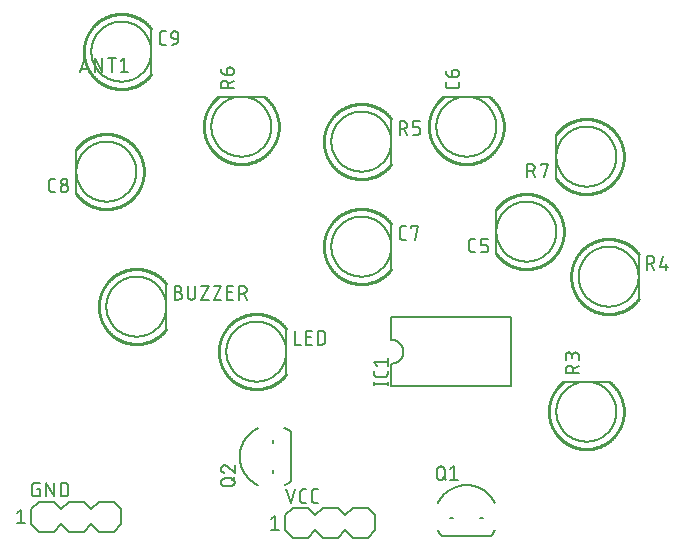
<source format=gbr>
G04 EAGLE Gerber RS-274X export*
G75*
%MOMM*%
%FSLAX34Y34*%
%LPD*%
%INSilkscreen Top*%
%IPPOS*%
%AMOC8*
5,1,8,0,0,1.08239X$1,22.5*%
G01*
%ADD10C,0.152400*%
%ADD11C,0.127000*%
%ADD12C,0.203200*%
%ADD13C,0.254000*%


D10*
X558800Y257810D02*
X457200Y257810D01*
X457200Y199390D02*
X558800Y199390D01*
X558800Y257810D01*
X457200Y257810D02*
X457200Y238760D01*
X457200Y218440D02*
X457200Y199390D01*
X457200Y218440D02*
X457447Y218443D01*
X457695Y218452D01*
X457942Y218467D01*
X458188Y218488D01*
X458434Y218515D01*
X458679Y218548D01*
X458924Y218587D01*
X459167Y218632D01*
X459409Y218683D01*
X459650Y218740D01*
X459889Y218802D01*
X460127Y218871D01*
X460363Y218945D01*
X460597Y219025D01*
X460829Y219110D01*
X461059Y219202D01*
X461287Y219298D01*
X461512Y219401D01*
X461735Y219508D01*
X461955Y219622D01*
X462172Y219740D01*
X462387Y219864D01*
X462598Y219993D01*
X462806Y220127D01*
X463011Y220266D01*
X463212Y220410D01*
X463410Y220558D01*
X463604Y220712D01*
X463794Y220870D01*
X463980Y221033D01*
X464162Y221200D01*
X464340Y221372D01*
X464514Y221548D01*
X464684Y221728D01*
X464849Y221913D01*
X465009Y222101D01*
X465165Y222293D01*
X465317Y222489D01*
X465463Y222688D01*
X465605Y222891D01*
X465741Y223098D01*
X465873Y223307D01*
X465999Y223520D01*
X466120Y223736D01*
X466236Y223954D01*
X466346Y224176D01*
X466451Y224400D01*
X466551Y224626D01*
X466645Y224855D01*
X466733Y225086D01*
X466816Y225320D01*
X466893Y225555D01*
X466964Y225792D01*
X467030Y226030D01*
X467089Y226270D01*
X467143Y226512D01*
X467191Y226755D01*
X467233Y226998D01*
X467269Y227243D01*
X467299Y227489D01*
X467323Y227735D01*
X467341Y227982D01*
X467353Y228229D01*
X467359Y228476D01*
X467359Y228724D01*
X467353Y228971D01*
X467341Y229218D01*
X467323Y229465D01*
X467299Y229711D01*
X467269Y229957D01*
X467233Y230202D01*
X467191Y230445D01*
X467143Y230688D01*
X467089Y230930D01*
X467030Y231170D01*
X466964Y231408D01*
X466893Y231645D01*
X466816Y231880D01*
X466733Y232114D01*
X466645Y232345D01*
X466551Y232574D01*
X466451Y232800D01*
X466346Y233024D01*
X466236Y233246D01*
X466120Y233464D01*
X465999Y233680D01*
X465873Y233893D01*
X465741Y234102D01*
X465605Y234309D01*
X465463Y234512D01*
X465317Y234711D01*
X465165Y234907D01*
X465009Y235099D01*
X464849Y235287D01*
X464684Y235472D01*
X464514Y235652D01*
X464340Y235828D01*
X464162Y236000D01*
X463980Y236167D01*
X463794Y236330D01*
X463604Y236488D01*
X463410Y236642D01*
X463212Y236790D01*
X463011Y236934D01*
X462806Y237073D01*
X462598Y237207D01*
X462387Y237336D01*
X462172Y237460D01*
X461955Y237578D01*
X461735Y237692D01*
X461512Y237799D01*
X461287Y237902D01*
X461059Y237998D01*
X460829Y238090D01*
X460597Y238175D01*
X460363Y238255D01*
X460127Y238329D01*
X459889Y238398D01*
X459650Y238460D01*
X459409Y238517D01*
X459167Y238568D01*
X458924Y238613D01*
X458679Y238652D01*
X458434Y238685D01*
X458188Y238712D01*
X457942Y238733D01*
X457695Y238748D01*
X457447Y238757D01*
X457200Y238760D01*
D11*
X454025Y201295D02*
X442595Y201295D01*
X454025Y200025D02*
X454025Y202565D01*
X442595Y202565D02*
X442595Y200025D01*
X454025Y209767D02*
X454025Y212307D01*
X454025Y209767D02*
X454023Y209667D01*
X454017Y209568D01*
X454007Y209468D01*
X453994Y209370D01*
X453976Y209271D01*
X453955Y209174D01*
X453930Y209078D01*
X453901Y208982D01*
X453868Y208888D01*
X453832Y208795D01*
X453792Y208704D01*
X453748Y208614D01*
X453701Y208526D01*
X453651Y208440D01*
X453597Y208356D01*
X453540Y208274D01*
X453480Y208195D01*
X453416Y208117D01*
X453350Y208043D01*
X453281Y207971D01*
X453209Y207902D01*
X453135Y207836D01*
X453057Y207772D01*
X452978Y207712D01*
X452896Y207655D01*
X452812Y207601D01*
X452726Y207551D01*
X452638Y207504D01*
X452548Y207460D01*
X452457Y207420D01*
X452364Y207384D01*
X452270Y207351D01*
X452174Y207322D01*
X452078Y207297D01*
X451981Y207276D01*
X451882Y207258D01*
X451784Y207245D01*
X451684Y207235D01*
X451585Y207229D01*
X451485Y207227D01*
X445135Y207227D01*
X445035Y207229D01*
X444936Y207235D01*
X444836Y207245D01*
X444738Y207258D01*
X444639Y207276D01*
X444542Y207297D01*
X444446Y207322D01*
X444350Y207351D01*
X444256Y207384D01*
X444163Y207420D01*
X444072Y207460D01*
X443982Y207504D01*
X443894Y207551D01*
X443808Y207601D01*
X443724Y207655D01*
X443642Y207712D01*
X443563Y207772D01*
X443485Y207836D01*
X443411Y207902D01*
X443339Y207971D01*
X443270Y208043D01*
X443204Y208117D01*
X443140Y208195D01*
X443080Y208274D01*
X443023Y208356D01*
X442969Y208440D01*
X442919Y208526D01*
X442872Y208614D01*
X442828Y208704D01*
X442788Y208795D01*
X442752Y208888D01*
X442719Y208982D01*
X442690Y209078D01*
X442665Y209174D01*
X442644Y209271D01*
X442626Y209370D01*
X442613Y209468D01*
X442603Y209568D01*
X442597Y209667D01*
X442595Y209767D01*
X442595Y212307D01*
X445135Y216789D02*
X442595Y219964D01*
X454025Y219964D01*
X454025Y216789D02*
X454025Y223139D01*
D12*
X190500Y361950D02*
X190500Y400050D01*
D13*
X190974Y400666D01*
X191463Y401271D01*
X191967Y401863D01*
X192485Y402443D01*
X193017Y403010D01*
X193563Y403564D01*
X194122Y404104D01*
X194695Y404630D01*
X195280Y405143D01*
X195877Y405640D01*
X196486Y406123D01*
X197107Y406591D01*
X197740Y407044D01*
X198383Y407481D01*
X199037Y407902D01*
X199701Y408306D01*
X200374Y408695D01*
X201057Y409067D01*
X201749Y409422D01*
X202449Y409760D01*
X203157Y410081D01*
X203873Y410384D01*
X204597Y410670D01*
X205326Y410938D01*
X206063Y411188D01*
X206805Y411419D01*
X207553Y411633D01*
X208305Y411828D01*
X209063Y412005D01*
X209824Y412163D01*
X210589Y412303D01*
X211357Y412423D01*
X212128Y412525D01*
X212901Y412608D01*
X213676Y412672D01*
X214452Y412717D01*
X215229Y412743D01*
X216007Y412750D01*
X216784Y412738D01*
X217561Y412707D01*
X218337Y412656D01*
X219112Y412587D01*
X219884Y412499D01*
X220654Y412392D01*
X221422Y412266D01*
X222186Y412122D01*
X222946Y411958D01*
X223702Y411776D01*
X224453Y411576D01*
X225200Y411358D01*
X225940Y411121D01*
X226675Y410866D01*
X227403Y410593D01*
X228124Y410302D01*
X228838Y409994D01*
X229544Y409669D01*
X230242Y409326D01*
X230932Y408966D01*
X231612Y408590D01*
X232283Y408197D01*
X232944Y407787D01*
X233595Y407362D01*
X234235Y406921D01*
X234864Y406464D01*
X235482Y405992D01*
X236088Y405505D01*
X236682Y405003D01*
X237264Y404487D01*
X237833Y403957D01*
X238388Y403413D01*
X238931Y402855D01*
X239459Y402285D01*
X239973Y401702D01*
X240473Y401106D01*
X240958Y400498D01*
X241428Y399879D01*
X241882Y399248D01*
X242321Y398606D01*
X242745Y397954D01*
X243152Y397291D01*
X243543Y396619D01*
X243917Y395937D01*
X244274Y395247D01*
X244614Y394548D01*
X244938Y393840D01*
X245243Y393126D01*
X245532Y392403D01*
X245802Y391674D01*
X246054Y390939D01*
X246289Y390197D01*
X246505Y389450D01*
X246703Y388698D01*
X246882Y387942D01*
X247043Y387181D01*
X247185Y386417D01*
X247308Y385649D01*
X247412Y384878D01*
X247498Y384105D01*
X247564Y383331D01*
X247612Y382555D01*
X247640Y381778D01*
X247650Y381000D01*
X247640Y380222D01*
X247612Y379445D01*
X247564Y378669D01*
X247498Y377895D01*
X247412Y377122D01*
X247308Y376351D01*
X247185Y375583D01*
X247043Y374819D01*
X246882Y374058D01*
X246703Y373302D01*
X246505Y372550D01*
X246289Y371803D01*
X246054Y371061D01*
X245802Y370326D01*
X245532Y369597D01*
X245243Y368874D01*
X244938Y368160D01*
X244614Y367452D01*
X244274Y366753D01*
X243917Y366063D01*
X243543Y365381D01*
X243152Y364709D01*
X242745Y364046D01*
X242321Y363394D01*
X241882Y362752D01*
X241428Y362121D01*
X240958Y361502D01*
X240473Y360894D01*
X239973Y360298D01*
X239459Y359715D01*
X238931Y359145D01*
X238388Y358587D01*
X237833Y358043D01*
X237264Y357513D01*
X236682Y356997D01*
X236088Y356495D01*
X235482Y356008D01*
X234864Y355536D01*
X234235Y355079D01*
X233595Y354638D01*
X232944Y354213D01*
X232283Y353803D01*
X231612Y353410D01*
X230932Y353034D01*
X230242Y352674D01*
X229544Y352331D01*
X228838Y352006D01*
X228124Y351698D01*
X227403Y351407D01*
X226675Y351134D01*
X225940Y350879D01*
X225200Y350642D01*
X224453Y350424D01*
X223702Y350224D01*
X222946Y350042D01*
X222186Y349878D01*
X221422Y349734D01*
X220654Y349608D01*
X219884Y349501D01*
X219112Y349413D01*
X218337Y349344D01*
X217561Y349293D01*
X216784Y349262D01*
X216007Y349250D01*
X215229Y349257D01*
X214452Y349283D01*
X213676Y349328D01*
X212901Y349392D01*
X212128Y349475D01*
X211357Y349577D01*
X210589Y349697D01*
X209824Y349837D01*
X209063Y349995D01*
X208305Y350172D01*
X207553Y350367D01*
X206805Y350581D01*
X206063Y350812D01*
X205326Y351062D01*
X204597Y351330D01*
X203873Y351616D01*
X203157Y351919D01*
X202449Y352240D01*
X201749Y352578D01*
X201057Y352933D01*
X200374Y353305D01*
X199701Y353694D01*
X199037Y354098D01*
X198383Y354519D01*
X197740Y354956D01*
X197107Y355409D01*
X196486Y355877D01*
X195877Y356360D01*
X195280Y356857D01*
X194695Y357370D01*
X194122Y357896D01*
X193563Y358436D01*
X193017Y358990D01*
X192485Y359557D01*
X191967Y360137D01*
X191463Y360729D01*
X190974Y361334D01*
X190500Y361950D01*
D10*
X190500Y381000D02*
X190508Y381623D01*
X190531Y382246D01*
X190569Y382869D01*
X190622Y383490D01*
X190691Y384109D01*
X190775Y384727D01*
X190874Y385342D01*
X190988Y385955D01*
X191117Y386565D01*
X191261Y387172D01*
X191420Y387775D01*
X191594Y388373D01*
X191782Y388968D01*
X191985Y389557D01*
X192202Y390141D01*
X192433Y390720D01*
X192679Y391293D01*
X192939Y391860D01*
X193212Y392420D01*
X193499Y392973D01*
X193800Y393520D01*
X194114Y394058D01*
X194441Y394589D01*
X194781Y395111D01*
X195133Y395626D01*
X195499Y396131D01*
X195876Y396627D01*
X196266Y397114D01*
X196667Y397591D01*
X197080Y398058D01*
X197504Y398514D01*
X197939Y398961D01*
X198386Y399396D01*
X198842Y399820D01*
X199309Y400233D01*
X199786Y400634D01*
X200273Y401024D01*
X200769Y401401D01*
X201274Y401767D01*
X201789Y402119D01*
X202311Y402459D01*
X202842Y402786D01*
X203380Y403100D01*
X203927Y403401D01*
X204480Y403688D01*
X205040Y403961D01*
X205607Y404221D01*
X206180Y404467D01*
X206759Y404698D01*
X207343Y404915D01*
X207932Y405118D01*
X208527Y405306D01*
X209125Y405480D01*
X209728Y405639D01*
X210335Y405783D01*
X210945Y405912D01*
X211558Y406026D01*
X212173Y406125D01*
X212791Y406209D01*
X213410Y406278D01*
X214031Y406331D01*
X214654Y406369D01*
X215277Y406392D01*
X215900Y406400D01*
X216523Y406392D01*
X217146Y406369D01*
X217769Y406331D01*
X218390Y406278D01*
X219009Y406209D01*
X219627Y406125D01*
X220242Y406026D01*
X220855Y405912D01*
X221465Y405783D01*
X222072Y405639D01*
X222675Y405480D01*
X223273Y405306D01*
X223868Y405118D01*
X224457Y404915D01*
X225041Y404698D01*
X225620Y404467D01*
X226193Y404221D01*
X226760Y403961D01*
X227320Y403688D01*
X227873Y403401D01*
X228420Y403100D01*
X228958Y402786D01*
X229489Y402459D01*
X230011Y402119D01*
X230526Y401767D01*
X231031Y401401D01*
X231527Y401024D01*
X232014Y400634D01*
X232491Y400233D01*
X232958Y399820D01*
X233414Y399396D01*
X233861Y398961D01*
X234296Y398514D01*
X234720Y398058D01*
X235133Y397591D01*
X235534Y397114D01*
X235924Y396627D01*
X236301Y396131D01*
X236667Y395626D01*
X237019Y395111D01*
X237359Y394589D01*
X237686Y394058D01*
X238000Y393520D01*
X238301Y392973D01*
X238588Y392420D01*
X238861Y391860D01*
X239121Y391293D01*
X239367Y390720D01*
X239598Y390141D01*
X239815Y389557D01*
X240018Y388968D01*
X240206Y388373D01*
X240380Y387775D01*
X240539Y387172D01*
X240683Y386565D01*
X240812Y385955D01*
X240926Y385342D01*
X241025Y384727D01*
X241109Y384109D01*
X241178Y383490D01*
X241231Y382869D01*
X241269Y382246D01*
X241292Y381623D01*
X241300Y381000D01*
X241292Y380377D01*
X241269Y379754D01*
X241231Y379131D01*
X241178Y378510D01*
X241109Y377891D01*
X241025Y377273D01*
X240926Y376658D01*
X240812Y376045D01*
X240683Y375435D01*
X240539Y374828D01*
X240380Y374225D01*
X240206Y373627D01*
X240018Y373032D01*
X239815Y372443D01*
X239598Y371859D01*
X239367Y371280D01*
X239121Y370707D01*
X238861Y370140D01*
X238588Y369580D01*
X238301Y369027D01*
X238000Y368480D01*
X237686Y367942D01*
X237359Y367411D01*
X237019Y366889D01*
X236667Y366374D01*
X236301Y365869D01*
X235924Y365373D01*
X235534Y364886D01*
X235133Y364409D01*
X234720Y363942D01*
X234296Y363486D01*
X233861Y363039D01*
X233414Y362604D01*
X232958Y362180D01*
X232491Y361767D01*
X232014Y361366D01*
X231527Y360976D01*
X231031Y360599D01*
X230526Y360233D01*
X230011Y359881D01*
X229489Y359541D01*
X228958Y359214D01*
X228420Y358900D01*
X227873Y358599D01*
X227320Y358312D01*
X226760Y358039D01*
X226193Y357779D01*
X225620Y357533D01*
X225041Y357302D01*
X224457Y357085D01*
X223868Y356882D01*
X223273Y356694D01*
X222675Y356520D01*
X222072Y356361D01*
X221465Y356217D01*
X220855Y356088D01*
X220242Y355974D01*
X219627Y355875D01*
X219009Y355791D01*
X218390Y355722D01*
X217769Y355669D01*
X217146Y355631D01*
X216523Y355608D01*
X215900Y355600D01*
X215277Y355608D01*
X214654Y355631D01*
X214031Y355669D01*
X213410Y355722D01*
X212791Y355791D01*
X212173Y355875D01*
X211558Y355974D01*
X210945Y356088D01*
X210335Y356217D01*
X209728Y356361D01*
X209125Y356520D01*
X208527Y356694D01*
X207932Y356882D01*
X207343Y357085D01*
X206759Y357302D01*
X206180Y357533D01*
X205607Y357779D01*
X205040Y358039D01*
X204480Y358312D01*
X203927Y358599D01*
X203380Y358900D01*
X202842Y359214D01*
X202311Y359541D01*
X201789Y359881D01*
X201274Y360233D01*
X200769Y360599D01*
X200273Y360976D01*
X199786Y361366D01*
X199309Y361767D01*
X198842Y362180D01*
X198386Y362604D01*
X197939Y363039D01*
X197504Y363486D01*
X197080Y363942D01*
X196667Y364409D01*
X196266Y364886D01*
X195876Y365373D01*
X195499Y365869D01*
X195133Y366374D01*
X194781Y366889D01*
X194441Y367411D01*
X194114Y367942D01*
X193800Y368480D01*
X193499Y369027D01*
X193212Y369580D01*
X192939Y370140D01*
X192679Y370707D01*
X192433Y371280D01*
X192202Y371859D01*
X191985Y372443D01*
X191782Y373032D01*
X191594Y373627D01*
X191420Y374225D01*
X191261Y374828D01*
X191117Y375435D01*
X190988Y376045D01*
X190874Y376658D01*
X190775Y377273D01*
X190691Y377891D01*
X190622Y378510D01*
X190569Y379131D01*
X190531Y379754D01*
X190508Y380377D01*
X190500Y381000D01*
D11*
X172683Y363601D02*
X170143Y363601D01*
X170043Y363603D01*
X169944Y363609D01*
X169844Y363619D01*
X169746Y363632D01*
X169647Y363650D01*
X169550Y363671D01*
X169454Y363696D01*
X169358Y363725D01*
X169264Y363758D01*
X169171Y363794D01*
X169080Y363834D01*
X168990Y363878D01*
X168902Y363925D01*
X168816Y363975D01*
X168732Y364029D01*
X168650Y364086D01*
X168571Y364146D01*
X168493Y364210D01*
X168419Y364276D01*
X168347Y364345D01*
X168278Y364417D01*
X168212Y364491D01*
X168148Y364569D01*
X168088Y364648D01*
X168031Y364730D01*
X167977Y364814D01*
X167927Y364900D01*
X167880Y364988D01*
X167836Y365078D01*
X167796Y365169D01*
X167760Y365262D01*
X167727Y365356D01*
X167698Y365452D01*
X167673Y365548D01*
X167652Y365645D01*
X167634Y365744D01*
X167621Y365842D01*
X167611Y365942D01*
X167605Y366041D01*
X167603Y366141D01*
X167603Y372491D01*
X167605Y372591D01*
X167611Y372690D01*
X167621Y372790D01*
X167634Y372888D01*
X167652Y372987D01*
X167673Y373084D01*
X167698Y373180D01*
X167727Y373276D01*
X167760Y373370D01*
X167796Y373463D01*
X167836Y373554D01*
X167880Y373644D01*
X167927Y373732D01*
X167977Y373818D01*
X168031Y373902D01*
X168088Y373984D01*
X168148Y374063D01*
X168212Y374141D01*
X168278Y374215D01*
X168347Y374287D01*
X168419Y374356D01*
X168493Y374422D01*
X168571Y374486D01*
X168650Y374546D01*
X168732Y374603D01*
X168816Y374657D01*
X168902Y374707D01*
X168990Y374754D01*
X169080Y374798D01*
X169171Y374838D01*
X169264Y374874D01*
X169358Y374907D01*
X169454Y374936D01*
X169550Y374961D01*
X169647Y374982D01*
X169746Y375000D01*
X169844Y375013D01*
X169944Y375023D01*
X170043Y375029D01*
X170143Y375031D01*
X172683Y375031D01*
X177165Y366776D02*
X177167Y366887D01*
X177173Y366997D01*
X177182Y367108D01*
X177196Y367218D01*
X177213Y367327D01*
X177234Y367436D01*
X177259Y367544D01*
X177288Y367651D01*
X177320Y367757D01*
X177356Y367862D01*
X177396Y367965D01*
X177439Y368067D01*
X177486Y368168D01*
X177537Y368267D01*
X177590Y368364D01*
X177647Y368458D01*
X177708Y368551D01*
X177771Y368642D01*
X177838Y368731D01*
X177908Y368817D01*
X177981Y368900D01*
X178056Y368982D01*
X178134Y369060D01*
X178216Y369135D01*
X178299Y369208D01*
X178385Y369278D01*
X178474Y369345D01*
X178565Y369408D01*
X178658Y369469D01*
X178753Y369526D01*
X178849Y369579D01*
X178948Y369630D01*
X179049Y369677D01*
X179151Y369720D01*
X179254Y369760D01*
X179359Y369796D01*
X179465Y369828D01*
X179572Y369857D01*
X179680Y369882D01*
X179789Y369903D01*
X179898Y369920D01*
X180008Y369934D01*
X180119Y369943D01*
X180229Y369949D01*
X180340Y369951D01*
X180451Y369949D01*
X180561Y369943D01*
X180672Y369934D01*
X180782Y369920D01*
X180891Y369903D01*
X181000Y369882D01*
X181108Y369857D01*
X181215Y369828D01*
X181321Y369796D01*
X181426Y369760D01*
X181529Y369720D01*
X181631Y369677D01*
X181732Y369630D01*
X181831Y369579D01*
X181928Y369526D01*
X182022Y369469D01*
X182115Y369408D01*
X182206Y369345D01*
X182295Y369278D01*
X182381Y369208D01*
X182464Y369135D01*
X182546Y369060D01*
X182624Y368982D01*
X182699Y368900D01*
X182772Y368817D01*
X182842Y368731D01*
X182909Y368642D01*
X182972Y368551D01*
X183033Y368458D01*
X183090Y368364D01*
X183143Y368267D01*
X183194Y368168D01*
X183241Y368067D01*
X183284Y367965D01*
X183324Y367862D01*
X183360Y367757D01*
X183392Y367651D01*
X183421Y367544D01*
X183446Y367436D01*
X183467Y367327D01*
X183484Y367218D01*
X183498Y367108D01*
X183507Y366997D01*
X183513Y366887D01*
X183515Y366776D01*
X183513Y366665D01*
X183507Y366555D01*
X183498Y366444D01*
X183484Y366334D01*
X183467Y366225D01*
X183446Y366116D01*
X183421Y366008D01*
X183392Y365901D01*
X183360Y365795D01*
X183324Y365690D01*
X183284Y365587D01*
X183241Y365485D01*
X183194Y365384D01*
X183143Y365285D01*
X183090Y365188D01*
X183033Y365094D01*
X182972Y365001D01*
X182909Y364910D01*
X182842Y364821D01*
X182772Y364735D01*
X182699Y364652D01*
X182624Y364570D01*
X182546Y364492D01*
X182464Y364417D01*
X182381Y364344D01*
X182295Y364274D01*
X182206Y364207D01*
X182115Y364144D01*
X182022Y364083D01*
X181927Y364026D01*
X181831Y363973D01*
X181732Y363922D01*
X181631Y363875D01*
X181529Y363832D01*
X181426Y363792D01*
X181321Y363756D01*
X181215Y363724D01*
X181108Y363695D01*
X181000Y363670D01*
X180891Y363649D01*
X180782Y363632D01*
X180672Y363618D01*
X180561Y363609D01*
X180451Y363603D01*
X180340Y363601D01*
X180229Y363603D01*
X180119Y363609D01*
X180008Y363618D01*
X179898Y363632D01*
X179789Y363649D01*
X179680Y363670D01*
X179572Y363695D01*
X179465Y363724D01*
X179359Y363756D01*
X179254Y363792D01*
X179151Y363832D01*
X179049Y363875D01*
X178948Y363922D01*
X178849Y363973D01*
X178753Y364026D01*
X178658Y364083D01*
X178565Y364144D01*
X178474Y364207D01*
X178385Y364274D01*
X178299Y364344D01*
X178216Y364417D01*
X178134Y364492D01*
X178056Y364570D01*
X177981Y364652D01*
X177908Y364735D01*
X177838Y364821D01*
X177771Y364910D01*
X177708Y365001D01*
X177647Y365094D01*
X177590Y365189D01*
X177537Y365285D01*
X177486Y365384D01*
X177439Y365485D01*
X177396Y365587D01*
X177356Y365690D01*
X177320Y365795D01*
X177288Y365901D01*
X177259Y366008D01*
X177234Y366116D01*
X177213Y366225D01*
X177196Y366334D01*
X177182Y366444D01*
X177173Y366555D01*
X177167Y366665D01*
X177165Y366776D01*
X177800Y372491D02*
X177802Y372591D01*
X177808Y372690D01*
X177818Y372790D01*
X177831Y372888D01*
X177849Y372987D01*
X177870Y373084D01*
X177895Y373180D01*
X177924Y373276D01*
X177957Y373370D01*
X177993Y373463D01*
X178033Y373554D01*
X178077Y373644D01*
X178124Y373732D01*
X178174Y373818D01*
X178228Y373902D01*
X178285Y373984D01*
X178345Y374063D01*
X178409Y374141D01*
X178475Y374215D01*
X178544Y374287D01*
X178616Y374356D01*
X178690Y374422D01*
X178768Y374486D01*
X178847Y374546D01*
X178929Y374603D01*
X179013Y374657D01*
X179099Y374707D01*
X179187Y374754D01*
X179277Y374798D01*
X179368Y374838D01*
X179461Y374874D01*
X179555Y374907D01*
X179651Y374936D01*
X179747Y374961D01*
X179844Y374982D01*
X179943Y375000D01*
X180041Y375013D01*
X180141Y375023D01*
X180240Y375029D01*
X180340Y375031D01*
X180440Y375029D01*
X180539Y375023D01*
X180639Y375013D01*
X180737Y375000D01*
X180836Y374982D01*
X180933Y374961D01*
X181029Y374936D01*
X181125Y374907D01*
X181219Y374874D01*
X181312Y374838D01*
X181403Y374798D01*
X181493Y374754D01*
X181581Y374707D01*
X181667Y374657D01*
X181751Y374603D01*
X181833Y374546D01*
X181912Y374486D01*
X181990Y374422D01*
X182064Y374356D01*
X182136Y374287D01*
X182205Y374215D01*
X182271Y374141D01*
X182335Y374063D01*
X182395Y373984D01*
X182452Y373902D01*
X182506Y373818D01*
X182556Y373732D01*
X182603Y373644D01*
X182647Y373554D01*
X182687Y373463D01*
X182723Y373370D01*
X182756Y373276D01*
X182785Y373180D01*
X182810Y373084D01*
X182831Y372987D01*
X182849Y372888D01*
X182862Y372790D01*
X182872Y372690D01*
X182878Y372591D01*
X182880Y372491D01*
X182878Y372391D01*
X182872Y372292D01*
X182862Y372192D01*
X182849Y372094D01*
X182831Y371995D01*
X182810Y371898D01*
X182785Y371802D01*
X182756Y371706D01*
X182723Y371612D01*
X182687Y371519D01*
X182647Y371428D01*
X182603Y371338D01*
X182556Y371250D01*
X182506Y371164D01*
X182452Y371080D01*
X182395Y370998D01*
X182335Y370919D01*
X182271Y370841D01*
X182205Y370767D01*
X182136Y370695D01*
X182064Y370626D01*
X181990Y370560D01*
X181912Y370496D01*
X181833Y370436D01*
X181751Y370379D01*
X181667Y370325D01*
X181581Y370275D01*
X181493Y370228D01*
X181403Y370184D01*
X181312Y370144D01*
X181219Y370108D01*
X181125Y370075D01*
X181029Y370046D01*
X180933Y370021D01*
X180836Y370000D01*
X180737Y369982D01*
X180639Y369969D01*
X180539Y369959D01*
X180440Y369953D01*
X180340Y369951D01*
X180240Y369953D01*
X180141Y369959D01*
X180041Y369969D01*
X179943Y369982D01*
X179844Y370000D01*
X179747Y370021D01*
X179651Y370046D01*
X179555Y370075D01*
X179461Y370108D01*
X179368Y370144D01*
X179277Y370184D01*
X179187Y370228D01*
X179099Y370275D01*
X179013Y370325D01*
X178929Y370379D01*
X178847Y370436D01*
X178768Y370496D01*
X178690Y370560D01*
X178616Y370626D01*
X178544Y370695D01*
X178475Y370767D01*
X178409Y370841D01*
X178345Y370919D01*
X178285Y370998D01*
X178228Y371080D01*
X178174Y371164D01*
X178124Y371250D01*
X178077Y371338D01*
X178033Y371428D01*
X177993Y371519D01*
X177957Y371612D01*
X177924Y371706D01*
X177895Y371802D01*
X177870Y371898D01*
X177849Y371995D01*
X177831Y372094D01*
X177818Y372192D01*
X177808Y372292D01*
X177802Y372391D01*
X177800Y372491D01*
D12*
X368300Y247650D02*
X368300Y209550D01*
D13*
X367826Y208934D01*
X367337Y208329D01*
X366833Y207737D01*
X366315Y207157D01*
X365783Y206590D01*
X365237Y206036D01*
X364678Y205496D01*
X364105Y204970D01*
X363520Y204457D01*
X362923Y203960D01*
X362314Y203477D01*
X361693Y203009D01*
X361060Y202556D01*
X360417Y202119D01*
X359763Y201698D01*
X359099Y201294D01*
X358426Y200905D01*
X357743Y200533D01*
X357051Y200178D01*
X356351Y199840D01*
X355643Y199519D01*
X354927Y199216D01*
X354203Y198930D01*
X353474Y198662D01*
X352737Y198412D01*
X351995Y198181D01*
X351247Y197967D01*
X350495Y197772D01*
X349737Y197595D01*
X348976Y197437D01*
X348211Y197297D01*
X347443Y197177D01*
X346672Y197075D01*
X345899Y196992D01*
X345124Y196928D01*
X344348Y196883D01*
X343571Y196857D01*
X342793Y196850D01*
X342016Y196862D01*
X341239Y196893D01*
X340463Y196944D01*
X339688Y197013D01*
X338916Y197101D01*
X338146Y197208D01*
X337378Y197334D01*
X336614Y197478D01*
X335854Y197642D01*
X335098Y197824D01*
X334347Y198024D01*
X333600Y198242D01*
X332860Y198479D01*
X332125Y198734D01*
X331397Y199007D01*
X330676Y199298D01*
X329962Y199606D01*
X329256Y199931D01*
X328558Y200274D01*
X327868Y200634D01*
X327188Y201010D01*
X326517Y201403D01*
X325856Y201813D01*
X325205Y202238D01*
X324565Y202679D01*
X323936Y203136D01*
X323318Y203608D01*
X322712Y204095D01*
X322118Y204597D01*
X321536Y205113D01*
X320967Y205643D01*
X320412Y206187D01*
X319869Y206745D01*
X319341Y207315D01*
X318827Y207898D01*
X318327Y208494D01*
X317842Y209102D01*
X317372Y209721D01*
X316918Y210352D01*
X316479Y210994D01*
X316055Y211646D01*
X315648Y212309D01*
X315257Y212981D01*
X314883Y213663D01*
X314526Y214353D01*
X314186Y215052D01*
X313862Y215760D01*
X313557Y216474D01*
X313268Y217197D01*
X312998Y217926D01*
X312746Y218661D01*
X312511Y219403D01*
X312295Y220150D01*
X312097Y220902D01*
X311918Y221658D01*
X311757Y222419D01*
X311615Y223183D01*
X311492Y223951D01*
X311388Y224722D01*
X311302Y225495D01*
X311236Y226269D01*
X311188Y227045D01*
X311160Y227822D01*
X311150Y228600D01*
X311160Y229378D01*
X311188Y230155D01*
X311236Y230931D01*
X311302Y231705D01*
X311388Y232478D01*
X311492Y233249D01*
X311615Y234017D01*
X311757Y234781D01*
X311918Y235542D01*
X312097Y236298D01*
X312295Y237050D01*
X312511Y237797D01*
X312746Y238539D01*
X312998Y239274D01*
X313268Y240003D01*
X313557Y240726D01*
X313862Y241440D01*
X314186Y242148D01*
X314526Y242847D01*
X314883Y243537D01*
X315257Y244219D01*
X315648Y244891D01*
X316055Y245554D01*
X316479Y246206D01*
X316918Y246848D01*
X317372Y247479D01*
X317842Y248098D01*
X318327Y248706D01*
X318827Y249302D01*
X319341Y249885D01*
X319869Y250455D01*
X320412Y251013D01*
X320967Y251557D01*
X321536Y252087D01*
X322118Y252603D01*
X322712Y253105D01*
X323318Y253592D01*
X323936Y254064D01*
X324565Y254521D01*
X325205Y254962D01*
X325856Y255387D01*
X326517Y255797D01*
X327188Y256190D01*
X327868Y256566D01*
X328558Y256926D01*
X329256Y257269D01*
X329962Y257594D01*
X330676Y257902D01*
X331397Y258193D01*
X332125Y258466D01*
X332860Y258721D01*
X333600Y258958D01*
X334347Y259176D01*
X335098Y259376D01*
X335854Y259558D01*
X336614Y259722D01*
X337378Y259866D01*
X338146Y259992D01*
X338916Y260099D01*
X339688Y260187D01*
X340463Y260256D01*
X341239Y260307D01*
X342016Y260338D01*
X342793Y260350D01*
X343571Y260343D01*
X344348Y260317D01*
X345124Y260272D01*
X345899Y260208D01*
X346672Y260125D01*
X347443Y260023D01*
X348211Y259903D01*
X348976Y259763D01*
X349737Y259605D01*
X350495Y259428D01*
X351247Y259233D01*
X351995Y259019D01*
X352737Y258788D01*
X353474Y258538D01*
X354203Y258270D01*
X354927Y257984D01*
X355643Y257681D01*
X356351Y257360D01*
X357051Y257022D01*
X357743Y256667D01*
X358426Y256295D01*
X359099Y255906D01*
X359763Y255502D01*
X360417Y255081D01*
X361060Y254644D01*
X361693Y254191D01*
X362314Y253723D01*
X362923Y253240D01*
X363520Y252743D01*
X364105Y252230D01*
X364678Y251704D01*
X365237Y251164D01*
X365783Y250610D01*
X366315Y250043D01*
X366833Y249463D01*
X367337Y248871D01*
X367826Y248266D01*
X368300Y247650D01*
D10*
X317500Y228600D02*
X317508Y229223D01*
X317531Y229846D01*
X317569Y230469D01*
X317622Y231090D01*
X317691Y231709D01*
X317775Y232327D01*
X317874Y232942D01*
X317988Y233555D01*
X318117Y234165D01*
X318261Y234772D01*
X318420Y235375D01*
X318594Y235973D01*
X318782Y236568D01*
X318985Y237157D01*
X319202Y237741D01*
X319433Y238320D01*
X319679Y238893D01*
X319939Y239460D01*
X320212Y240020D01*
X320499Y240573D01*
X320800Y241120D01*
X321114Y241658D01*
X321441Y242189D01*
X321781Y242711D01*
X322133Y243226D01*
X322499Y243731D01*
X322876Y244227D01*
X323266Y244714D01*
X323667Y245191D01*
X324080Y245658D01*
X324504Y246114D01*
X324939Y246561D01*
X325386Y246996D01*
X325842Y247420D01*
X326309Y247833D01*
X326786Y248234D01*
X327273Y248624D01*
X327769Y249001D01*
X328274Y249367D01*
X328789Y249719D01*
X329311Y250059D01*
X329842Y250386D01*
X330380Y250700D01*
X330927Y251001D01*
X331480Y251288D01*
X332040Y251561D01*
X332607Y251821D01*
X333180Y252067D01*
X333759Y252298D01*
X334343Y252515D01*
X334932Y252718D01*
X335527Y252906D01*
X336125Y253080D01*
X336728Y253239D01*
X337335Y253383D01*
X337945Y253512D01*
X338558Y253626D01*
X339173Y253725D01*
X339791Y253809D01*
X340410Y253878D01*
X341031Y253931D01*
X341654Y253969D01*
X342277Y253992D01*
X342900Y254000D01*
X343523Y253992D01*
X344146Y253969D01*
X344769Y253931D01*
X345390Y253878D01*
X346009Y253809D01*
X346627Y253725D01*
X347242Y253626D01*
X347855Y253512D01*
X348465Y253383D01*
X349072Y253239D01*
X349675Y253080D01*
X350273Y252906D01*
X350868Y252718D01*
X351457Y252515D01*
X352041Y252298D01*
X352620Y252067D01*
X353193Y251821D01*
X353760Y251561D01*
X354320Y251288D01*
X354873Y251001D01*
X355420Y250700D01*
X355958Y250386D01*
X356489Y250059D01*
X357011Y249719D01*
X357526Y249367D01*
X358031Y249001D01*
X358527Y248624D01*
X359014Y248234D01*
X359491Y247833D01*
X359958Y247420D01*
X360414Y246996D01*
X360861Y246561D01*
X361296Y246114D01*
X361720Y245658D01*
X362133Y245191D01*
X362534Y244714D01*
X362924Y244227D01*
X363301Y243731D01*
X363667Y243226D01*
X364019Y242711D01*
X364359Y242189D01*
X364686Y241658D01*
X365000Y241120D01*
X365301Y240573D01*
X365588Y240020D01*
X365861Y239460D01*
X366121Y238893D01*
X366367Y238320D01*
X366598Y237741D01*
X366815Y237157D01*
X367018Y236568D01*
X367206Y235973D01*
X367380Y235375D01*
X367539Y234772D01*
X367683Y234165D01*
X367812Y233555D01*
X367926Y232942D01*
X368025Y232327D01*
X368109Y231709D01*
X368178Y231090D01*
X368231Y230469D01*
X368269Y229846D01*
X368292Y229223D01*
X368300Y228600D01*
X368292Y227977D01*
X368269Y227354D01*
X368231Y226731D01*
X368178Y226110D01*
X368109Y225491D01*
X368025Y224873D01*
X367926Y224258D01*
X367812Y223645D01*
X367683Y223035D01*
X367539Y222428D01*
X367380Y221825D01*
X367206Y221227D01*
X367018Y220632D01*
X366815Y220043D01*
X366598Y219459D01*
X366367Y218880D01*
X366121Y218307D01*
X365861Y217740D01*
X365588Y217180D01*
X365301Y216627D01*
X365000Y216080D01*
X364686Y215542D01*
X364359Y215011D01*
X364019Y214489D01*
X363667Y213974D01*
X363301Y213469D01*
X362924Y212973D01*
X362534Y212486D01*
X362133Y212009D01*
X361720Y211542D01*
X361296Y211086D01*
X360861Y210639D01*
X360414Y210204D01*
X359958Y209780D01*
X359491Y209367D01*
X359014Y208966D01*
X358527Y208576D01*
X358031Y208199D01*
X357526Y207833D01*
X357011Y207481D01*
X356489Y207141D01*
X355958Y206814D01*
X355420Y206500D01*
X354873Y206199D01*
X354320Y205912D01*
X353760Y205639D01*
X353193Y205379D01*
X352620Y205133D01*
X352041Y204902D01*
X351457Y204685D01*
X350868Y204482D01*
X350273Y204294D01*
X349675Y204120D01*
X349072Y203961D01*
X348465Y203817D01*
X347855Y203688D01*
X347242Y203574D01*
X346627Y203475D01*
X346009Y203391D01*
X345390Y203322D01*
X344769Y203269D01*
X344146Y203231D01*
X343523Y203208D01*
X342900Y203200D01*
X342277Y203208D01*
X341654Y203231D01*
X341031Y203269D01*
X340410Y203322D01*
X339791Y203391D01*
X339173Y203475D01*
X338558Y203574D01*
X337945Y203688D01*
X337335Y203817D01*
X336728Y203961D01*
X336125Y204120D01*
X335527Y204294D01*
X334932Y204482D01*
X334343Y204685D01*
X333759Y204902D01*
X333180Y205133D01*
X332607Y205379D01*
X332040Y205639D01*
X331480Y205912D01*
X330927Y206199D01*
X330380Y206500D01*
X329842Y206814D01*
X329311Y207141D01*
X328789Y207481D01*
X328274Y207833D01*
X327769Y208199D01*
X327273Y208576D01*
X326786Y208966D01*
X326309Y209367D01*
X325842Y209780D01*
X325386Y210204D01*
X324939Y210639D01*
X324504Y211086D01*
X324080Y211542D01*
X323667Y212009D01*
X323266Y212486D01*
X322876Y212973D01*
X322499Y213469D01*
X322133Y213974D01*
X321781Y214489D01*
X321441Y215011D01*
X321114Y215542D01*
X320800Y216080D01*
X320499Y216627D01*
X320212Y217180D01*
X319939Y217740D01*
X319679Y218307D01*
X319433Y218880D01*
X319202Y219459D01*
X318985Y220043D01*
X318782Y220632D01*
X318594Y221227D01*
X318420Y221825D01*
X318261Y222428D01*
X318117Y223035D01*
X317988Y223645D01*
X317874Y224258D01*
X317775Y224873D01*
X317691Y225491D01*
X317622Y226110D01*
X317569Y226731D01*
X317531Y227354D01*
X317508Y227977D01*
X317500Y228600D01*
D11*
X375285Y234569D02*
X375285Y245999D01*
X375285Y234569D02*
X380365Y234569D01*
X385191Y234569D02*
X390271Y234569D01*
X385191Y234569D02*
X385191Y245999D01*
X390271Y245999D01*
X389001Y240919D02*
X385191Y240919D01*
X395072Y245999D02*
X395072Y234569D01*
X395072Y245999D02*
X398247Y245999D01*
X398358Y245997D01*
X398468Y245991D01*
X398579Y245982D01*
X398689Y245968D01*
X398798Y245951D01*
X398907Y245930D01*
X399015Y245905D01*
X399122Y245876D01*
X399228Y245844D01*
X399333Y245808D01*
X399436Y245768D01*
X399538Y245725D01*
X399639Y245678D01*
X399738Y245627D01*
X399835Y245574D01*
X399929Y245517D01*
X400022Y245456D01*
X400113Y245393D01*
X400202Y245326D01*
X400288Y245256D01*
X400371Y245183D01*
X400453Y245108D01*
X400531Y245030D01*
X400606Y244948D01*
X400679Y244865D01*
X400749Y244779D01*
X400816Y244690D01*
X400879Y244599D01*
X400940Y244506D01*
X400997Y244412D01*
X401050Y244315D01*
X401101Y244216D01*
X401148Y244115D01*
X401191Y244013D01*
X401231Y243910D01*
X401267Y243805D01*
X401299Y243699D01*
X401328Y243592D01*
X401353Y243484D01*
X401374Y243375D01*
X401391Y243266D01*
X401405Y243156D01*
X401414Y243045D01*
X401420Y242935D01*
X401422Y242824D01*
X401422Y237744D01*
X401420Y237633D01*
X401414Y237523D01*
X401405Y237412D01*
X401391Y237302D01*
X401374Y237193D01*
X401353Y237084D01*
X401328Y236976D01*
X401299Y236869D01*
X401267Y236763D01*
X401231Y236658D01*
X401191Y236555D01*
X401148Y236453D01*
X401101Y236352D01*
X401050Y236253D01*
X400997Y236156D01*
X400940Y236062D01*
X400879Y235969D01*
X400816Y235878D01*
X400749Y235789D01*
X400679Y235703D01*
X400606Y235620D01*
X400531Y235538D01*
X400453Y235460D01*
X400371Y235385D01*
X400288Y235312D01*
X400202Y235242D01*
X400113Y235175D01*
X400022Y235112D01*
X399929Y235051D01*
X399835Y234994D01*
X399738Y234941D01*
X399639Y234890D01*
X399538Y234843D01*
X399436Y234800D01*
X399333Y234760D01*
X399228Y234724D01*
X399122Y234692D01*
X399015Y234663D01*
X398907Y234638D01*
X398798Y234617D01*
X398689Y234600D01*
X398579Y234586D01*
X398468Y234577D01*
X398358Y234571D01*
X398247Y234569D01*
X395072Y234569D01*
D12*
X603250Y203200D02*
X641350Y203200D01*
D13*
X641966Y202726D01*
X642571Y202237D01*
X643163Y201733D01*
X643743Y201215D01*
X644310Y200683D01*
X644864Y200137D01*
X645404Y199578D01*
X645930Y199005D01*
X646443Y198420D01*
X646940Y197823D01*
X647423Y197214D01*
X647891Y196593D01*
X648344Y195960D01*
X648781Y195317D01*
X649202Y194663D01*
X649606Y193999D01*
X649995Y193326D01*
X650367Y192643D01*
X650722Y191951D01*
X651060Y191251D01*
X651381Y190543D01*
X651684Y189827D01*
X651970Y189103D01*
X652238Y188374D01*
X652488Y187637D01*
X652719Y186895D01*
X652933Y186147D01*
X653128Y185395D01*
X653305Y184637D01*
X653463Y183876D01*
X653603Y183111D01*
X653723Y182343D01*
X653825Y181572D01*
X653908Y180799D01*
X653972Y180024D01*
X654017Y179248D01*
X654043Y178471D01*
X654050Y177693D01*
X654038Y176916D01*
X654007Y176139D01*
X653956Y175363D01*
X653887Y174588D01*
X653799Y173816D01*
X653692Y173046D01*
X653566Y172278D01*
X653422Y171514D01*
X653258Y170754D01*
X653076Y169998D01*
X652876Y169247D01*
X652658Y168500D01*
X652421Y167760D01*
X652166Y167025D01*
X651893Y166297D01*
X651602Y165576D01*
X651294Y164862D01*
X650969Y164156D01*
X650626Y163458D01*
X650266Y162768D01*
X649890Y162088D01*
X649497Y161417D01*
X649087Y160756D01*
X648662Y160105D01*
X648221Y159465D01*
X647764Y158836D01*
X647292Y158218D01*
X646805Y157612D01*
X646303Y157018D01*
X645787Y156436D01*
X645257Y155867D01*
X644713Y155312D01*
X644155Y154769D01*
X643585Y154241D01*
X643002Y153727D01*
X642406Y153227D01*
X641798Y152742D01*
X641179Y152272D01*
X640548Y151818D01*
X639906Y151379D01*
X639254Y150955D01*
X638591Y150548D01*
X637919Y150157D01*
X637237Y149783D01*
X636547Y149426D01*
X635848Y149086D01*
X635140Y148762D01*
X634426Y148457D01*
X633703Y148168D01*
X632974Y147898D01*
X632239Y147646D01*
X631497Y147411D01*
X630750Y147195D01*
X629998Y146997D01*
X629242Y146818D01*
X628481Y146657D01*
X627717Y146515D01*
X626949Y146392D01*
X626178Y146288D01*
X625405Y146202D01*
X624631Y146136D01*
X623855Y146088D01*
X623078Y146060D01*
X622300Y146050D01*
X621522Y146060D01*
X620745Y146088D01*
X619969Y146136D01*
X619195Y146202D01*
X618422Y146288D01*
X617651Y146392D01*
X616883Y146515D01*
X616119Y146657D01*
X615358Y146818D01*
X614602Y146997D01*
X613850Y147195D01*
X613103Y147411D01*
X612361Y147646D01*
X611626Y147898D01*
X610897Y148168D01*
X610174Y148457D01*
X609460Y148762D01*
X608752Y149086D01*
X608053Y149426D01*
X607363Y149783D01*
X606681Y150157D01*
X606009Y150548D01*
X605346Y150955D01*
X604694Y151379D01*
X604052Y151818D01*
X603421Y152272D01*
X602802Y152742D01*
X602194Y153227D01*
X601598Y153727D01*
X601015Y154241D01*
X600445Y154769D01*
X599887Y155312D01*
X599343Y155867D01*
X598813Y156436D01*
X598297Y157018D01*
X597795Y157612D01*
X597308Y158218D01*
X596836Y158836D01*
X596379Y159465D01*
X595938Y160105D01*
X595513Y160756D01*
X595103Y161417D01*
X594710Y162088D01*
X594334Y162768D01*
X593974Y163458D01*
X593631Y164156D01*
X593306Y164862D01*
X592998Y165576D01*
X592707Y166297D01*
X592434Y167025D01*
X592179Y167760D01*
X591942Y168500D01*
X591724Y169247D01*
X591524Y169998D01*
X591342Y170754D01*
X591178Y171514D01*
X591034Y172278D01*
X590908Y173046D01*
X590801Y173816D01*
X590713Y174588D01*
X590644Y175363D01*
X590593Y176139D01*
X590562Y176916D01*
X590550Y177693D01*
X590557Y178471D01*
X590583Y179248D01*
X590628Y180024D01*
X590692Y180799D01*
X590775Y181572D01*
X590877Y182343D01*
X590997Y183111D01*
X591137Y183876D01*
X591295Y184637D01*
X591472Y185395D01*
X591667Y186147D01*
X591881Y186895D01*
X592112Y187637D01*
X592362Y188374D01*
X592630Y189103D01*
X592916Y189827D01*
X593219Y190543D01*
X593540Y191251D01*
X593878Y191951D01*
X594233Y192643D01*
X594605Y193326D01*
X594994Y193999D01*
X595398Y194663D01*
X595819Y195317D01*
X596256Y195960D01*
X596709Y196593D01*
X597177Y197214D01*
X597660Y197823D01*
X598157Y198420D01*
X598670Y199005D01*
X599196Y199578D01*
X599736Y200137D01*
X600290Y200683D01*
X600857Y201215D01*
X601437Y201733D01*
X602029Y202237D01*
X602634Y202726D01*
X603250Y203200D01*
D10*
X596900Y177800D02*
X596908Y178423D01*
X596931Y179046D01*
X596969Y179669D01*
X597022Y180290D01*
X597091Y180909D01*
X597175Y181527D01*
X597274Y182142D01*
X597388Y182755D01*
X597517Y183365D01*
X597661Y183972D01*
X597820Y184575D01*
X597994Y185173D01*
X598182Y185768D01*
X598385Y186357D01*
X598602Y186941D01*
X598833Y187520D01*
X599079Y188093D01*
X599339Y188660D01*
X599612Y189220D01*
X599899Y189773D01*
X600200Y190320D01*
X600514Y190858D01*
X600841Y191389D01*
X601181Y191911D01*
X601533Y192426D01*
X601899Y192931D01*
X602276Y193427D01*
X602666Y193914D01*
X603067Y194391D01*
X603480Y194858D01*
X603904Y195314D01*
X604339Y195761D01*
X604786Y196196D01*
X605242Y196620D01*
X605709Y197033D01*
X606186Y197434D01*
X606673Y197824D01*
X607169Y198201D01*
X607674Y198567D01*
X608189Y198919D01*
X608711Y199259D01*
X609242Y199586D01*
X609780Y199900D01*
X610327Y200201D01*
X610880Y200488D01*
X611440Y200761D01*
X612007Y201021D01*
X612580Y201267D01*
X613159Y201498D01*
X613743Y201715D01*
X614332Y201918D01*
X614927Y202106D01*
X615525Y202280D01*
X616128Y202439D01*
X616735Y202583D01*
X617345Y202712D01*
X617958Y202826D01*
X618573Y202925D01*
X619191Y203009D01*
X619810Y203078D01*
X620431Y203131D01*
X621054Y203169D01*
X621677Y203192D01*
X622300Y203200D01*
X622923Y203192D01*
X623546Y203169D01*
X624169Y203131D01*
X624790Y203078D01*
X625409Y203009D01*
X626027Y202925D01*
X626642Y202826D01*
X627255Y202712D01*
X627865Y202583D01*
X628472Y202439D01*
X629075Y202280D01*
X629673Y202106D01*
X630268Y201918D01*
X630857Y201715D01*
X631441Y201498D01*
X632020Y201267D01*
X632593Y201021D01*
X633160Y200761D01*
X633720Y200488D01*
X634273Y200201D01*
X634820Y199900D01*
X635358Y199586D01*
X635889Y199259D01*
X636411Y198919D01*
X636926Y198567D01*
X637431Y198201D01*
X637927Y197824D01*
X638414Y197434D01*
X638891Y197033D01*
X639358Y196620D01*
X639814Y196196D01*
X640261Y195761D01*
X640696Y195314D01*
X641120Y194858D01*
X641533Y194391D01*
X641934Y193914D01*
X642324Y193427D01*
X642701Y192931D01*
X643067Y192426D01*
X643419Y191911D01*
X643759Y191389D01*
X644086Y190858D01*
X644400Y190320D01*
X644701Y189773D01*
X644988Y189220D01*
X645261Y188660D01*
X645521Y188093D01*
X645767Y187520D01*
X645998Y186941D01*
X646215Y186357D01*
X646418Y185768D01*
X646606Y185173D01*
X646780Y184575D01*
X646939Y183972D01*
X647083Y183365D01*
X647212Y182755D01*
X647326Y182142D01*
X647425Y181527D01*
X647509Y180909D01*
X647578Y180290D01*
X647631Y179669D01*
X647669Y179046D01*
X647692Y178423D01*
X647700Y177800D01*
X647692Y177177D01*
X647669Y176554D01*
X647631Y175931D01*
X647578Y175310D01*
X647509Y174691D01*
X647425Y174073D01*
X647326Y173458D01*
X647212Y172845D01*
X647083Y172235D01*
X646939Y171628D01*
X646780Y171025D01*
X646606Y170427D01*
X646418Y169832D01*
X646215Y169243D01*
X645998Y168659D01*
X645767Y168080D01*
X645521Y167507D01*
X645261Y166940D01*
X644988Y166380D01*
X644701Y165827D01*
X644400Y165280D01*
X644086Y164742D01*
X643759Y164211D01*
X643419Y163689D01*
X643067Y163174D01*
X642701Y162669D01*
X642324Y162173D01*
X641934Y161686D01*
X641533Y161209D01*
X641120Y160742D01*
X640696Y160286D01*
X640261Y159839D01*
X639814Y159404D01*
X639358Y158980D01*
X638891Y158567D01*
X638414Y158166D01*
X637927Y157776D01*
X637431Y157399D01*
X636926Y157033D01*
X636411Y156681D01*
X635889Y156341D01*
X635358Y156014D01*
X634820Y155700D01*
X634273Y155399D01*
X633720Y155112D01*
X633160Y154839D01*
X632593Y154579D01*
X632020Y154333D01*
X631441Y154102D01*
X630857Y153885D01*
X630268Y153682D01*
X629673Y153494D01*
X629075Y153320D01*
X628472Y153161D01*
X627865Y153017D01*
X627255Y152888D01*
X626642Y152774D01*
X626027Y152675D01*
X625409Y152591D01*
X624790Y152522D01*
X624169Y152469D01*
X623546Y152431D01*
X622923Y152408D01*
X622300Y152400D01*
X621677Y152408D01*
X621054Y152431D01*
X620431Y152469D01*
X619810Y152522D01*
X619191Y152591D01*
X618573Y152675D01*
X617958Y152774D01*
X617345Y152888D01*
X616735Y153017D01*
X616128Y153161D01*
X615525Y153320D01*
X614927Y153494D01*
X614332Y153682D01*
X613743Y153885D01*
X613159Y154102D01*
X612580Y154333D01*
X612007Y154579D01*
X611440Y154839D01*
X610880Y155112D01*
X610327Y155399D01*
X609780Y155700D01*
X609242Y156014D01*
X608711Y156341D01*
X608189Y156681D01*
X607674Y157033D01*
X607169Y157399D01*
X606673Y157776D01*
X606186Y158166D01*
X605709Y158567D01*
X605242Y158980D01*
X604786Y159404D01*
X604339Y159839D01*
X603904Y160286D01*
X603480Y160742D01*
X603067Y161209D01*
X602666Y161686D01*
X602276Y162173D01*
X601899Y162669D01*
X601533Y163174D01*
X601181Y163689D01*
X600841Y164211D01*
X600514Y164742D01*
X600200Y165280D01*
X599899Y165827D01*
X599612Y166380D01*
X599339Y166940D01*
X599079Y167507D01*
X598833Y168080D01*
X598602Y168659D01*
X598385Y169243D01*
X598182Y169832D01*
X597994Y170427D01*
X597820Y171025D01*
X597661Y171628D01*
X597517Y172235D01*
X597388Y172845D01*
X597274Y173458D01*
X597175Y174073D01*
X597091Y174691D01*
X597022Y175310D01*
X596969Y175931D01*
X596931Y176554D01*
X596908Y177177D01*
X596900Y177800D01*
D11*
X604901Y210185D02*
X616331Y210185D01*
X604901Y210185D02*
X604901Y213360D01*
X604903Y213471D01*
X604909Y213581D01*
X604918Y213692D01*
X604932Y213802D01*
X604949Y213911D01*
X604970Y214020D01*
X604995Y214128D01*
X605024Y214235D01*
X605056Y214341D01*
X605092Y214446D01*
X605132Y214549D01*
X605175Y214651D01*
X605222Y214752D01*
X605273Y214851D01*
X605326Y214948D01*
X605383Y215042D01*
X605444Y215135D01*
X605507Y215226D01*
X605574Y215315D01*
X605644Y215401D01*
X605717Y215484D01*
X605792Y215566D01*
X605870Y215644D01*
X605952Y215719D01*
X606035Y215792D01*
X606121Y215862D01*
X606210Y215929D01*
X606301Y215992D01*
X606394Y216053D01*
X606489Y216110D01*
X606585Y216163D01*
X606684Y216214D01*
X606785Y216261D01*
X606887Y216304D01*
X606990Y216344D01*
X607095Y216380D01*
X607201Y216412D01*
X607308Y216441D01*
X607416Y216466D01*
X607525Y216487D01*
X607634Y216504D01*
X607744Y216518D01*
X607855Y216527D01*
X607965Y216533D01*
X608076Y216535D01*
X608187Y216533D01*
X608297Y216527D01*
X608408Y216518D01*
X608518Y216504D01*
X608627Y216487D01*
X608736Y216466D01*
X608844Y216441D01*
X608951Y216412D01*
X609057Y216380D01*
X609162Y216344D01*
X609265Y216304D01*
X609367Y216261D01*
X609468Y216214D01*
X609567Y216163D01*
X609664Y216110D01*
X609758Y216053D01*
X609851Y215992D01*
X609942Y215929D01*
X610031Y215862D01*
X610117Y215792D01*
X610200Y215719D01*
X610282Y215644D01*
X610360Y215566D01*
X610435Y215484D01*
X610508Y215401D01*
X610578Y215315D01*
X610645Y215226D01*
X610708Y215135D01*
X610769Y215042D01*
X610826Y214948D01*
X610879Y214851D01*
X610930Y214752D01*
X610977Y214651D01*
X611020Y214549D01*
X611060Y214446D01*
X611096Y214341D01*
X611128Y214235D01*
X611157Y214128D01*
X611182Y214020D01*
X611203Y213911D01*
X611220Y213802D01*
X611234Y213692D01*
X611243Y213581D01*
X611249Y213471D01*
X611251Y213360D01*
X611251Y210185D01*
X611251Y213995D02*
X616331Y216535D01*
X616331Y221532D02*
X616331Y224707D01*
X616329Y224818D01*
X616323Y224928D01*
X616314Y225039D01*
X616300Y225149D01*
X616283Y225258D01*
X616262Y225367D01*
X616237Y225475D01*
X616208Y225582D01*
X616176Y225688D01*
X616140Y225793D01*
X616100Y225896D01*
X616057Y225998D01*
X616010Y226099D01*
X615959Y226198D01*
X615906Y226295D01*
X615849Y226389D01*
X615788Y226482D01*
X615725Y226573D01*
X615658Y226662D01*
X615588Y226748D01*
X615515Y226831D01*
X615440Y226913D01*
X615362Y226991D01*
X615280Y227066D01*
X615197Y227139D01*
X615111Y227209D01*
X615022Y227276D01*
X614931Y227339D01*
X614838Y227400D01*
X614744Y227457D01*
X614647Y227510D01*
X614548Y227561D01*
X614447Y227608D01*
X614345Y227651D01*
X614242Y227691D01*
X614137Y227727D01*
X614031Y227759D01*
X613924Y227788D01*
X613816Y227813D01*
X613707Y227834D01*
X613598Y227851D01*
X613488Y227865D01*
X613377Y227874D01*
X613267Y227880D01*
X613156Y227882D01*
X613045Y227880D01*
X612935Y227874D01*
X612824Y227865D01*
X612714Y227851D01*
X612605Y227834D01*
X612496Y227813D01*
X612388Y227788D01*
X612281Y227759D01*
X612175Y227727D01*
X612070Y227691D01*
X611967Y227651D01*
X611865Y227608D01*
X611764Y227561D01*
X611665Y227510D01*
X611569Y227457D01*
X611474Y227400D01*
X611381Y227339D01*
X611290Y227276D01*
X611201Y227209D01*
X611115Y227139D01*
X611032Y227066D01*
X610950Y226991D01*
X610872Y226913D01*
X610797Y226831D01*
X610724Y226748D01*
X610654Y226662D01*
X610587Y226573D01*
X610524Y226482D01*
X610463Y226389D01*
X610406Y226295D01*
X610353Y226198D01*
X610302Y226099D01*
X610255Y225998D01*
X610212Y225896D01*
X610172Y225793D01*
X610136Y225688D01*
X610104Y225582D01*
X610075Y225475D01*
X610050Y225367D01*
X610029Y225258D01*
X610012Y225149D01*
X609998Y225039D01*
X609989Y224928D01*
X609983Y224818D01*
X609981Y224707D01*
X604901Y225342D02*
X604901Y221532D01*
X604901Y225342D02*
X604903Y225442D01*
X604909Y225541D01*
X604919Y225641D01*
X604932Y225739D01*
X604950Y225838D01*
X604971Y225935D01*
X604996Y226031D01*
X605025Y226127D01*
X605058Y226221D01*
X605094Y226314D01*
X605134Y226405D01*
X605178Y226495D01*
X605225Y226583D01*
X605275Y226669D01*
X605329Y226753D01*
X605386Y226835D01*
X605446Y226914D01*
X605510Y226992D01*
X605576Y227066D01*
X605645Y227138D01*
X605717Y227207D01*
X605791Y227273D01*
X605869Y227337D01*
X605948Y227397D01*
X606030Y227454D01*
X606114Y227508D01*
X606200Y227558D01*
X606288Y227605D01*
X606378Y227649D01*
X606469Y227689D01*
X606562Y227725D01*
X606656Y227758D01*
X606752Y227787D01*
X606848Y227812D01*
X606945Y227833D01*
X607044Y227851D01*
X607142Y227864D01*
X607242Y227874D01*
X607341Y227880D01*
X607441Y227882D01*
X607541Y227880D01*
X607640Y227874D01*
X607740Y227864D01*
X607838Y227851D01*
X607937Y227833D01*
X608034Y227812D01*
X608130Y227787D01*
X608226Y227758D01*
X608320Y227725D01*
X608413Y227689D01*
X608504Y227649D01*
X608594Y227605D01*
X608682Y227558D01*
X608768Y227508D01*
X608852Y227454D01*
X608934Y227397D01*
X609013Y227337D01*
X609091Y227273D01*
X609165Y227207D01*
X609237Y227138D01*
X609306Y227066D01*
X609372Y226992D01*
X609436Y226914D01*
X609496Y226835D01*
X609553Y226753D01*
X609607Y226669D01*
X609657Y226583D01*
X609704Y226495D01*
X609748Y226405D01*
X609788Y226314D01*
X609824Y226221D01*
X609857Y226127D01*
X609886Y226031D01*
X609911Y225935D01*
X609932Y225838D01*
X609950Y225739D01*
X609963Y225641D01*
X609973Y225541D01*
X609979Y225442D01*
X609981Y225342D01*
X609981Y222802D01*
D12*
X266700Y247650D02*
X266700Y285750D01*
D13*
X266226Y286366D01*
X265737Y286971D01*
X265233Y287563D01*
X264715Y288143D01*
X264183Y288710D01*
X263637Y289264D01*
X263078Y289804D01*
X262505Y290330D01*
X261920Y290843D01*
X261323Y291340D01*
X260714Y291823D01*
X260093Y292291D01*
X259460Y292744D01*
X258817Y293181D01*
X258163Y293602D01*
X257499Y294006D01*
X256826Y294395D01*
X256143Y294767D01*
X255451Y295122D01*
X254751Y295460D01*
X254043Y295781D01*
X253327Y296084D01*
X252603Y296370D01*
X251874Y296638D01*
X251137Y296888D01*
X250395Y297119D01*
X249647Y297333D01*
X248895Y297528D01*
X248137Y297705D01*
X247376Y297863D01*
X246611Y298003D01*
X245843Y298123D01*
X245072Y298225D01*
X244299Y298308D01*
X243524Y298372D01*
X242748Y298417D01*
X241971Y298443D01*
X241193Y298450D01*
X240416Y298438D01*
X239639Y298407D01*
X238863Y298356D01*
X238088Y298287D01*
X237316Y298199D01*
X236546Y298092D01*
X235778Y297966D01*
X235014Y297822D01*
X234254Y297658D01*
X233498Y297476D01*
X232747Y297276D01*
X232000Y297058D01*
X231260Y296821D01*
X230525Y296566D01*
X229797Y296293D01*
X229076Y296002D01*
X228362Y295694D01*
X227656Y295369D01*
X226958Y295026D01*
X226268Y294666D01*
X225588Y294290D01*
X224917Y293897D01*
X224256Y293487D01*
X223605Y293062D01*
X222965Y292621D01*
X222336Y292164D01*
X221718Y291692D01*
X221112Y291205D01*
X220518Y290703D01*
X219936Y290187D01*
X219367Y289657D01*
X218812Y289113D01*
X218269Y288555D01*
X217741Y287985D01*
X217227Y287402D01*
X216727Y286806D01*
X216242Y286198D01*
X215772Y285579D01*
X215318Y284948D01*
X214879Y284306D01*
X214455Y283654D01*
X214048Y282991D01*
X213657Y282319D01*
X213283Y281637D01*
X212926Y280947D01*
X212586Y280248D01*
X212262Y279540D01*
X211957Y278826D01*
X211668Y278103D01*
X211398Y277374D01*
X211146Y276639D01*
X210911Y275897D01*
X210695Y275150D01*
X210497Y274398D01*
X210318Y273642D01*
X210157Y272881D01*
X210015Y272117D01*
X209892Y271349D01*
X209788Y270578D01*
X209702Y269805D01*
X209636Y269031D01*
X209588Y268255D01*
X209560Y267478D01*
X209550Y266700D01*
X209560Y265922D01*
X209588Y265145D01*
X209636Y264369D01*
X209702Y263595D01*
X209788Y262822D01*
X209892Y262051D01*
X210015Y261283D01*
X210157Y260519D01*
X210318Y259758D01*
X210497Y259002D01*
X210695Y258250D01*
X210911Y257503D01*
X211146Y256761D01*
X211398Y256026D01*
X211668Y255297D01*
X211957Y254574D01*
X212262Y253860D01*
X212586Y253152D01*
X212926Y252453D01*
X213283Y251763D01*
X213657Y251081D01*
X214048Y250409D01*
X214455Y249746D01*
X214879Y249094D01*
X215318Y248452D01*
X215772Y247821D01*
X216242Y247202D01*
X216727Y246594D01*
X217227Y245998D01*
X217741Y245415D01*
X218269Y244845D01*
X218812Y244287D01*
X219367Y243743D01*
X219936Y243213D01*
X220518Y242697D01*
X221112Y242195D01*
X221718Y241708D01*
X222336Y241236D01*
X222965Y240779D01*
X223605Y240338D01*
X224256Y239913D01*
X224917Y239503D01*
X225588Y239110D01*
X226268Y238734D01*
X226958Y238374D01*
X227656Y238031D01*
X228362Y237706D01*
X229076Y237398D01*
X229797Y237107D01*
X230525Y236834D01*
X231260Y236579D01*
X232000Y236342D01*
X232747Y236124D01*
X233498Y235924D01*
X234254Y235742D01*
X235014Y235578D01*
X235778Y235434D01*
X236546Y235308D01*
X237316Y235201D01*
X238088Y235113D01*
X238863Y235044D01*
X239639Y234993D01*
X240416Y234962D01*
X241193Y234950D01*
X241971Y234957D01*
X242748Y234983D01*
X243524Y235028D01*
X244299Y235092D01*
X245072Y235175D01*
X245843Y235277D01*
X246611Y235397D01*
X247376Y235537D01*
X248137Y235695D01*
X248895Y235872D01*
X249647Y236067D01*
X250395Y236281D01*
X251137Y236512D01*
X251874Y236762D01*
X252603Y237030D01*
X253327Y237316D01*
X254043Y237619D01*
X254751Y237940D01*
X255451Y238278D01*
X256143Y238633D01*
X256826Y239005D01*
X257499Y239394D01*
X258163Y239798D01*
X258817Y240219D01*
X259460Y240656D01*
X260093Y241109D01*
X260714Y241577D01*
X261323Y242060D01*
X261920Y242557D01*
X262505Y243070D01*
X263078Y243596D01*
X263637Y244136D01*
X264183Y244690D01*
X264715Y245257D01*
X265233Y245837D01*
X265737Y246429D01*
X266226Y247034D01*
X266700Y247650D01*
D10*
X215900Y266700D02*
X215908Y267323D01*
X215931Y267946D01*
X215969Y268569D01*
X216022Y269190D01*
X216091Y269809D01*
X216175Y270427D01*
X216274Y271042D01*
X216388Y271655D01*
X216517Y272265D01*
X216661Y272872D01*
X216820Y273475D01*
X216994Y274073D01*
X217182Y274668D01*
X217385Y275257D01*
X217602Y275841D01*
X217833Y276420D01*
X218079Y276993D01*
X218339Y277560D01*
X218612Y278120D01*
X218899Y278673D01*
X219200Y279220D01*
X219514Y279758D01*
X219841Y280289D01*
X220181Y280811D01*
X220533Y281326D01*
X220899Y281831D01*
X221276Y282327D01*
X221666Y282814D01*
X222067Y283291D01*
X222480Y283758D01*
X222904Y284214D01*
X223339Y284661D01*
X223786Y285096D01*
X224242Y285520D01*
X224709Y285933D01*
X225186Y286334D01*
X225673Y286724D01*
X226169Y287101D01*
X226674Y287467D01*
X227189Y287819D01*
X227711Y288159D01*
X228242Y288486D01*
X228780Y288800D01*
X229327Y289101D01*
X229880Y289388D01*
X230440Y289661D01*
X231007Y289921D01*
X231580Y290167D01*
X232159Y290398D01*
X232743Y290615D01*
X233332Y290818D01*
X233927Y291006D01*
X234525Y291180D01*
X235128Y291339D01*
X235735Y291483D01*
X236345Y291612D01*
X236958Y291726D01*
X237573Y291825D01*
X238191Y291909D01*
X238810Y291978D01*
X239431Y292031D01*
X240054Y292069D01*
X240677Y292092D01*
X241300Y292100D01*
X241923Y292092D01*
X242546Y292069D01*
X243169Y292031D01*
X243790Y291978D01*
X244409Y291909D01*
X245027Y291825D01*
X245642Y291726D01*
X246255Y291612D01*
X246865Y291483D01*
X247472Y291339D01*
X248075Y291180D01*
X248673Y291006D01*
X249268Y290818D01*
X249857Y290615D01*
X250441Y290398D01*
X251020Y290167D01*
X251593Y289921D01*
X252160Y289661D01*
X252720Y289388D01*
X253273Y289101D01*
X253820Y288800D01*
X254358Y288486D01*
X254889Y288159D01*
X255411Y287819D01*
X255926Y287467D01*
X256431Y287101D01*
X256927Y286724D01*
X257414Y286334D01*
X257891Y285933D01*
X258358Y285520D01*
X258814Y285096D01*
X259261Y284661D01*
X259696Y284214D01*
X260120Y283758D01*
X260533Y283291D01*
X260934Y282814D01*
X261324Y282327D01*
X261701Y281831D01*
X262067Y281326D01*
X262419Y280811D01*
X262759Y280289D01*
X263086Y279758D01*
X263400Y279220D01*
X263701Y278673D01*
X263988Y278120D01*
X264261Y277560D01*
X264521Y276993D01*
X264767Y276420D01*
X264998Y275841D01*
X265215Y275257D01*
X265418Y274668D01*
X265606Y274073D01*
X265780Y273475D01*
X265939Y272872D01*
X266083Y272265D01*
X266212Y271655D01*
X266326Y271042D01*
X266425Y270427D01*
X266509Y269809D01*
X266578Y269190D01*
X266631Y268569D01*
X266669Y267946D01*
X266692Y267323D01*
X266700Y266700D01*
X266692Y266077D01*
X266669Y265454D01*
X266631Y264831D01*
X266578Y264210D01*
X266509Y263591D01*
X266425Y262973D01*
X266326Y262358D01*
X266212Y261745D01*
X266083Y261135D01*
X265939Y260528D01*
X265780Y259925D01*
X265606Y259327D01*
X265418Y258732D01*
X265215Y258143D01*
X264998Y257559D01*
X264767Y256980D01*
X264521Y256407D01*
X264261Y255840D01*
X263988Y255280D01*
X263701Y254727D01*
X263400Y254180D01*
X263086Y253642D01*
X262759Y253111D01*
X262419Y252589D01*
X262067Y252074D01*
X261701Y251569D01*
X261324Y251073D01*
X260934Y250586D01*
X260533Y250109D01*
X260120Y249642D01*
X259696Y249186D01*
X259261Y248739D01*
X258814Y248304D01*
X258358Y247880D01*
X257891Y247467D01*
X257414Y247066D01*
X256927Y246676D01*
X256431Y246299D01*
X255926Y245933D01*
X255411Y245581D01*
X254889Y245241D01*
X254358Y244914D01*
X253820Y244600D01*
X253273Y244299D01*
X252720Y244012D01*
X252160Y243739D01*
X251593Y243479D01*
X251020Y243233D01*
X250441Y243002D01*
X249857Y242785D01*
X249268Y242582D01*
X248673Y242394D01*
X248075Y242220D01*
X247472Y242061D01*
X246865Y241917D01*
X246255Y241788D01*
X245642Y241674D01*
X245027Y241575D01*
X244409Y241491D01*
X243790Y241422D01*
X243169Y241369D01*
X242546Y241331D01*
X241923Y241308D01*
X241300Y241300D01*
X240677Y241308D01*
X240054Y241331D01*
X239431Y241369D01*
X238810Y241422D01*
X238191Y241491D01*
X237573Y241575D01*
X236958Y241674D01*
X236345Y241788D01*
X235735Y241917D01*
X235128Y242061D01*
X234525Y242220D01*
X233927Y242394D01*
X233332Y242582D01*
X232743Y242785D01*
X232159Y243002D01*
X231580Y243233D01*
X231007Y243479D01*
X230440Y243739D01*
X229880Y244012D01*
X229327Y244299D01*
X228780Y244600D01*
X228242Y244914D01*
X227711Y245241D01*
X227189Y245581D01*
X226674Y245933D01*
X226169Y246299D01*
X225673Y246676D01*
X225186Y247066D01*
X224709Y247467D01*
X224242Y247880D01*
X223786Y248304D01*
X223339Y248739D01*
X222904Y249186D01*
X222480Y249642D01*
X222067Y250109D01*
X221666Y250586D01*
X221276Y251073D01*
X220899Y251569D01*
X220533Y252074D01*
X220181Y252589D01*
X219841Y253111D01*
X219514Y253642D01*
X219200Y254180D01*
X218899Y254727D01*
X218612Y255280D01*
X218339Y255840D01*
X218079Y256407D01*
X217833Y256980D01*
X217602Y257559D01*
X217385Y258143D01*
X217182Y258732D01*
X216994Y259327D01*
X216820Y259925D01*
X216661Y260528D01*
X216517Y261135D01*
X216388Y261745D01*
X216274Y262358D01*
X216175Y262973D01*
X216091Y263591D01*
X216022Y264210D01*
X215969Y264831D01*
X215931Y265454D01*
X215908Y266077D01*
X215900Y266700D01*
D11*
X273685Y279019D02*
X276860Y279019D01*
X276971Y279017D01*
X277081Y279011D01*
X277192Y279002D01*
X277302Y278988D01*
X277411Y278971D01*
X277520Y278950D01*
X277628Y278925D01*
X277735Y278896D01*
X277841Y278864D01*
X277946Y278828D01*
X278049Y278788D01*
X278151Y278745D01*
X278252Y278698D01*
X278351Y278647D01*
X278448Y278594D01*
X278542Y278537D01*
X278635Y278476D01*
X278726Y278413D01*
X278815Y278346D01*
X278901Y278276D01*
X278984Y278203D01*
X279066Y278128D01*
X279144Y278050D01*
X279219Y277968D01*
X279292Y277885D01*
X279362Y277799D01*
X279429Y277710D01*
X279492Y277619D01*
X279553Y277526D01*
X279610Y277431D01*
X279663Y277335D01*
X279714Y277236D01*
X279761Y277135D01*
X279804Y277033D01*
X279844Y276930D01*
X279880Y276825D01*
X279912Y276719D01*
X279941Y276612D01*
X279966Y276504D01*
X279987Y276395D01*
X280004Y276286D01*
X280018Y276176D01*
X280027Y276065D01*
X280033Y275955D01*
X280035Y275844D01*
X280033Y275733D01*
X280027Y275623D01*
X280018Y275512D01*
X280004Y275402D01*
X279987Y275293D01*
X279966Y275184D01*
X279941Y275076D01*
X279912Y274969D01*
X279880Y274863D01*
X279844Y274758D01*
X279804Y274655D01*
X279761Y274553D01*
X279714Y274452D01*
X279663Y274353D01*
X279610Y274256D01*
X279553Y274162D01*
X279492Y274069D01*
X279429Y273978D01*
X279362Y273889D01*
X279292Y273803D01*
X279219Y273720D01*
X279144Y273638D01*
X279066Y273560D01*
X278984Y273485D01*
X278901Y273412D01*
X278815Y273342D01*
X278726Y273275D01*
X278635Y273212D01*
X278542Y273151D01*
X278448Y273094D01*
X278351Y273041D01*
X278252Y272990D01*
X278151Y272943D01*
X278049Y272900D01*
X277946Y272860D01*
X277841Y272824D01*
X277735Y272792D01*
X277628Y272763D01*
X277520Y272738D01*
X277411Y272717D01*
X277302Y272700D01*
X277192Y272686D01*
X277081Y272677D01*
X276971Y272671D01*
X276860Y272669D01*
X273685Y272669D01*
X273685Y284099D01*
X276860Y284099D01*
X276960Y284097D01*
X277059Y284091D01*
X277159Y284081D01*
X277257Y284068D01*
X277356Y284050D01*
X277453Y284029D01*
X277549Y284004D01*
X277645Y283975D01*
X277739Y283942D01*
X277832Y283906D01*
X277923Y283866D01*
X278013Y283822D01*
X278101Y283775D01*
X278187Y283725D01*
X278271Y283671D01*
X278353Y283614D01*
X278432Y283554D01*
X278510Y283490D01*
X278584Y283424D01*
X278656Y283355D01*
X278725Y283283D01*
X278791Y283209D01*
X278855Y283131D01*
X278915Y283052D01*
X278972Y282970D01*
X279026Y282886D01*
X279076Y282800D01*
X279123Y282712D01*
X279167Y282622D01*
X279207Y282531D01*
X279243Y282438D01*
X279276Y282344D01*
X279305Y282248D01*
X279330Y282152D01*
X279351Y282055D01*
X279369Y281956D01*
X279382Y281858D01*
X279392Y281758D01*
X279398Y281659D01*
X279400Y281559D01*
X279398Y281459D01*
X279392Y281360D01*
X279382Y281260D01*
X279369Y281162D01*
X279351Y281063D01*
X279330Y280966D01*
X279305Y280870D01*
X279276Y280774D01*
X279243Y280680D01*
X279207Y280587D01*
X279167Y280496D01*
X279123Y280406D01*
X279076Y280318D01*
X279026Y280232D01*
X278972Y280148D01*
X278915Y280066D01*
X278855Y279987D01*
X278791Y279909D01*
X278725Y279835D01*
X278656Y279763D01*
X278584Y279694D01*
X278510Y279628D01*
X278432Y279564D01*
X278353Y279504D01*
X278271Y279447D01*
X278187Y279393D01*
X278101Y279343D01*
X278013Y279296D01*
X277923Y279252D01*
X277832Y279212D01*
X277739Y279176D01*
X277645Y279143D01*
X277549Y279114D01*
X277453Y279089D01*
X277356Y279068D01*
X277257Y279050D01*
X277159Y279037D01*
X277059Y279027D01*
X276960Y279021D01*
X276860Y279019D01*
X284925Y275844D02*
X284925Y284099D01*
X284925Y275844D02*
X284927Y275733D01*
X284933Y275623D01*
X284942Y275512D01*
X284956Y275402D01*
X284973Y275293D01*
X284994Y275184D01*
X285019Y275076D01*
X285048Y274969D01*
X285080Y274863D01*
X285116Y274758D01*
X285156Y274655D01*
X285199Y274553D01*
X285246Y274452D01*
X285297Y274353D01*
X285350Y274257D01*
X285407Y274162D01*
X285468Y274069D01*
X285531Y273978D01*
X285598Y273889D01*
X285668Y273803D01*
X285741Y273720D01*
X285816Y273638D01*
X285894Y273560D01*
X285976Y273485D01*
X286059Y273412D01*
X286145Y273342D01*
X286234Y273275D01*
X286325Y273212D01*
X286418Y273151D01*
X286513Y273094D01*
X286609Y273041D01*
X286708Y272990D01*
X286809Y272943D01*
X286911Y272900D01*
X287014Y272860D01*
X287119Y272824D01*
X287225Y272792D01*
X287332Y272763D01*
X287440Y272738D01*
X287549Y272717D01*
X287658Y272700D01*
X287768Y272686D01*
X287879Y272677D01*
X287989Y272671D01*
X288100Y272669D01*
X288211Y272671D01*
X288321Y272677D01*
X288432Y272686D01*
X288542Y272700D01*
X288651Y272717D01*
X288760Y272738D01*
X288868Y272763D01*
X288975Y272792D01*
X289081Y272824D01*
X289186Y272860D01*
X289289Y272900D01*
X289391Y272943D01*
X289492Y272990D01*
X289591Y273041D01*
X289687Y273094D01*
X289782Y273151D01*
X289875Y273212D01*
X289966Y273275D01*
X290055Y273342D01*
X290141Y273412D01*
X290224Y273485D01*
X290306Y273560D01*
X290384Y273638D01*
X290459Y273720D01*
X290532Y273803D01*
X290602Y273889D01*
X290669Y273978D01*
X290732Y274069D01*
X290793Y274162D01*
X290850Y274256D01*
X290903Y274353D01*
X290954Y274452D01*
X291001Y274553D01*
X291044Y274655D01*
X291084Y274758D01*
X291120Y274863D01*
X291152Y274969D01*
X291181Y275076D01*
X291206Y275184D01*
X291227Y275293D01*
X291244Y275402D01*
X291258Y275512D01*
X291267Y275623D01*
X291273Y275733D01*
X291275Y275844D01*
X291275Y284099D01*
X296355Y284099D02*
X302705Y284099D01*
X296355Y272669D01*
X302705Y272669D01*
X307023Y284099D02*
X313373Y284099D01*
X307023Y272669D01*
X313373Y272669D01*
X318478Y272669D02*
X323558Y272669D01*
X318478Y272669D02*
X318478Y284099D01*
X323558Y284099D01*
X322288Y279019D02*
X318478Y279019D01*
X328441Y284099D02*
X328441Y272669D01*
X328441Y284099D02*
X331616Y284099D01*
X331727Y284097D01*
X331837Y284091D01*
X331948Y284082D01*
X332058Y284068D01*
X332167Y284051D01*
X332276Y284030D01*
X332384Y284005D01*
X332491Y283976D01*
X332597Y283944D01*
X332702Y283908D01*
X332805Y283868D01*
X332907Y283825D01*
X333008Y283778D01*
X333107Y283727D01*
X333204Y283674D01*
X333298Y283617D01*
X333391Y283556D01*
X333482Y283493D01*
X333571Y283426D01*
X333657Y283356D01*
X333740Y283283D01*
X333822Y283208D01*
X333900Y283130D01*
X333975Y283048D01*
X334048Y282965D01*
X334118Y282879D01*
X334185Y282790D01*
X334248Y282699D01*
X334309Y282606D01*
X334366Y282511D01*
X334419Y282415D01*
X334470Y282316D01*
X334517Y282215D01*
X334560Y282113D01*
X334600Y282010D01*
X334636Y281905D01*
X334668Y281799D01*
X334697Y281692D01*
X334722Y281584D01*
X334743Y281475D01*
X334760Y281366D01*
X334774Y281256D01*
X334783Y281145D01*
X334789Y281035D01*
X334791Y280924D01*
X334789Y280813D01*
X334783Y280703D01*
X334774Y280592D01*
X334760Y280482D01*
X334743Y280373D01*
X334722Y280264D01*
X334697Y280156D01*
X334668Y280049D01*
X334636Y279943D01*
X334600Y279838D01*
X334560Y279735D01*
X334517Y279633D01*
X334470Y279532D01*
X334419Y279433D01*
X334366Y279336D01*
X334309Y279242D01*
X334248Y279149D01*
X334185Y279058D01*
X334118Y278969D01*
X334048Y278883D01*
X333975Y278800D01*
X333900Y278718D01*
X333822Y278640D01*
X333740Y278565D01*
X333657Y278492D01*
X333571Y278422D01*
X333482Y278355D01*
X333391Y278292D01*
X333298Y278231D01*
X333204Y278174D01*
X333107Y278121D01*
X333008Y278070D01*
X332907Y278023D01*
X332805Y277980D01*
X332702Y277940D01*
X332597Y277904D01*
X332491Y277872D01*
X332384Y277843D01*
X332276Y277818D01*
X332167Y277797D01*
X332058Y277780D01*
X331948Y277766D01*
X331837Y277757D01*
X331727Y277751D01*
X331616Y277749D01*
X328441Y277749D01*
X332251Y277749D02*
X334791Y272669D01*
D12*
X254000Y463550D02*
X254000Y501650D01*
D13*
X253526Y502266D01*
X253037Y502871D01*
X252533Y503463D01*
X252015Y504043D01*
X251483Y504610D01*
X250937Y505164D01*
X250378Y505704D01*
X249805Y506230D01*
X249220Y506743D01*
X248623Y507240D01*
X248014Y507723D01*
X247393Y508191D01*
X246760Y508644D01*
X246117Y509081D01*
X245463Y509502D01*
X244799Y509906D01*
X244126Y510295D01*
X243443Y510667D01*
X242751Y511022D01*
X242051Y511360D01*
X241343Y511681D01*
X240627Y511984D01*
X239903Y512270D01*
X239174Y512538D01*
X238437Y512788D01*
X237695Y513019D01*
X236947Y513233D01*
X236195Y513428D01*
X235437Y513605D01*
X234676Y513763D01*
X233911Y513903D01*
X233143Y514023D01*
X232372Y514125D01*
X231599Y514208D01*
X230824Y514272D01*
X230048Y514317D01*
X229271Y514343D01*
X228493Y514350D01*
X227716Y514338D01*
X226939Y514307D01*
X226163Y514256D01*
X225388Y514187D01*
X224616Y514099D01*
X223846Y513992D01*
X223078Y513866D01*
X222314Y513722D01*
X221554Y513558D01*
X220798Y513376D01*
X220047Y513176D01*
X219300Y512958D01*
X218560Y512721D01*
X217825Y512466D01*
X217097Y512193D01*
X216376Y511902D01*
X215662Y511594D01*
X214956Y511269D01*
X214258Y510926D01*
X213568Y510566D01*
X212888Y510190D01*
X212217Y509797D01*
X211556Y509387D01*
X210905Y508962D01*
X210265Y508521D01*
X209636Y508064D01*
X209018Y507592D01*
X208412Y507105D01*
X207818Y506603D01*
X207236Y506087D01*
X206667Y505557D01*
X206112Y505013D01*
X205569Y504455D01*
X205041Y503885D01*
X204527Y503302D01*
X204027Y502706D01*
X203542Y502098D01*
X203072Y501479D01*
X202618Y500848D01*
X202179Y500206D01*
X201755Y499554D01*
X201348Y498891D01*
X200957Y498219D01*
X200583Y497537D01*
X200226Y496847D01*
X199886Y496148D01*
X199562Y495440D01*
X199257Y494726D01*
X198968Y494003D01*
X198698Y493274D01*
X198446Y492539D01*
X198211Y491797D01*
X197995Y491050D01*
X197797Y490298D01*
X197618Y489542D01*
X197457Y488781D01*
X197315Y488017D01*
X197192Y487249D01*
X197088Y486478D01*
X197002Y485705D01*
X196936Y484931D01*
X196888Y484155D01*
X196860Y483378D01*
X196850Y482600D01*
X196860Y481822D01*
X196888Y481045D01*
X196936Y480269D01*
X197002Y479495D01*
X197088Y478722D01*
X197192Y477951D01*
X197315Y477183D01*
X197457Y476419D01*
X197618Y475658D01*
X197797Y474902D01*
X197995Y474150D01*
X198211Y473403D01*
X198446Y472661D01*
X198698Y471926D01*
X198968Y471197D01*
X199257Y470474D01*
X199562Y469760D01*
X199886Y469052D01*
X200226Y468353D01*
X200583Y467663D01*
X200957Y466981D01*
X201348Y466309D01*
X201755Y465646D01*
X202179Y464994D01*
X202618Y464352D01*
X203072Y463721D01*
X203542Y463102D01*
X204027Y462494D01*
X204527Y461898D01*
X205041Y461315D01*
X205569Y460745D01*
X206112Y460187D01*
X206667Y459643D01*
X207236Y459113D01*
X207818Y458597D01*
X208412Y458095D01*
X209018Y457608D01*
X209636Y457136D01*
X210265Y456679D01*
X210905Y456238D01*
X211556Y455813D01*
X212217Y455403D01*
X212888Y455010D01*
X213568Y454634D01*
X214258Y454274D01*
X214956Y453931D01*
X215662Y453606D01*
X216376Y453298D01*
X217097Y453007D01*
X217825Y452734D01*
X218560Y452479D01*
X219300Y452242D01*
X220047Y452024D01*
X220798Y451824D01*
X221554Y451642D01*
X222314Y451478D01*
X223078Y451334D01*
X223846Y451208D01*
X224616Y451101D01*
X225388Y451013D01*
X226163Y450944D01*
X226939Y450893D01*
X227716Y450862D01*
X228493Y450850D01*
X229271Y450857D01*
X230048Y450883D01*
X230824Y450928D01*
X231599Y450992D01*
X232372Y451075D01*
X233143Y451177D01*
X233911Y451297D01*
X234676Y451437D01*
X235437Y451595D01*
X236195Y451772D01*
X236947Y451967D01*
X237695Y452181D01*
X238437Y452412D01*
X239174Y452662D01*
X239903Y452930D01*
X240627Y453216D01*
X241343Y453519D01*
X242051Y453840D01*
X242751Y454178D01*
X243443Y454533D01*
X244126Y454905D01*
X244799Y455294D01*
X245463Y455698D01*
X246117Y456119D01*
X246760Y456556D01*
X247393Y457009D01*
X248014Y457477D01*
X248623Y457960D01*
X249220Y458457D01*
X249805Y458970D01*
X250378Y459496D01*
X250937Y460036D01*
X251483Y460590D01*
X252015Y461157D01*
X252533Y461737D01*
X253037Y462329D01*
X253526Y462934D01*
X254000Y463550D01*
D10*
X203200Y482600D02*
X203208Y483223D01*
X203231Y483846D01*
X203269Y484469D01*
X203322Y485090D01*
X203391Y485709D01*
X203475Y486327D01*
X203574Y486942D01*
X203688Y487555D01*
X203817Y488165D01*
X203961Y488772D01*
X204120Y489375D01*
X204294Y489973D01*
X204482Y490568D01*
X204685Y491157D01*
X204902Y491741D01*
X205133Y492320D01*
X205379Y492893D01*
X205639Y493460D01*
X205912Y494020D01*
X206199Y494573D01*
X206500Y495120D01*
X206814Y495658D01*
X207141Y496189D01*
X207481Y496711D01*
X207833Y497226D01*
X208199Y497731D01*
X208576Y498227D01*
X208966Y498714D01*
X209367Y499191D01*
X209780Y499658D01*
X210204Y500114D01*
X210639Y500561D01*
X211086Y500996D01*
X211542Y501420D01*
X212009Y501833D01*
X212486Y502234D01*
X212973Y502624D01*
X213469Y503001D01*
X213974Y503367D01*
X214489Y503719D01*
X215011Y504059D01*
X215542Y504386D01*
X216080Y504700D01*
X216627Y505001D01*
X217180Y505288D01*
X217740Y505561D01*
X218307Y505821D01*
X218880Y506067D01*
X219459Y506298D01*
X220043Y506515D01*
X220632Y506718D01*
X221227Y506906D01*
X221825Y507080D01*
X222428Y507239D01*
X223035Y507383D01*
X223645Y507512D01*
X224258Y507626D01*
X224873Y507725D01*
X225491Y507809D01*
X226110Y507878D01*
X226731Y507931D01*
X227354Y507969D01*
X227977Y507992D01*
X228600Y508000D01*
X229223Y507992D01*
X229846Y507969D01*
X230469Y507931D01*
X231090Y507878D01*
X231709Y507809D01*
X232327Y507725D01*
X232942Y507626D01*
X233555Y507512D01*
X234165Y507383D01*
X234772Y507239D01*
X235375Y507080D01*
X235973Y506906D01*
X236568Y506718D01*
X237157Y506515D01*
X237741Y506298D01*
X238320Y506067D01*
X238893Y505821D01*
X239460Y505561D01*
X240020Y505288D01*
X240573Y505001D01*
X241120Y504700D01*
X241658Y504386D01*
X242189Y504059D01*
X242711Y503719D01*
X243226Y503367D01*
X243731Y503001D01*
X244227Y502624D01*
X244714Y502234D01*
X245191Y501833D01*
X245658Y501420D01*
X246114Y500996D01*
X246561Y500561D01*
X246996Y500114D01*
X247420Y499658D01*
X247833Y499191D01*
X248234Y498714D01*
X248624Y498227D01*
X249001Y497731D01*
X249367Y497226D01*
X249719Y496711D01*
X250059Y496189D01*
X250386Y495658D01*
X250700Y495120D01*
X251001Y494573D01*
X251288Y494020D01*
X251561Y493460D01*
X251821Y492893D01*
X252067Y492320D01*
X252298Y491741D01*
X252515Y491157D01*
X252718Y490568D01*
X252906Y489973D01*
X253080Y489375D01*
X253239Y488772D01*
X253383Y488165D01*
X253512Y487555D01*
X253626Y486942D01*
X253725Y486327D01*
X253809Y485709D01*
X253878Y485090D01*
X253931Y484469D01*
X253969Y483846D01*
X253992Y483223D01*
X254000Y482600D01*
X253992Y481977D01*
X253969Y481354D01*
X253931Y480731D01*
X253878Y480110D01*
X253809Y479491D01*
X253725Y478873D01*
X253626Y478258D01*
X253512Y477645D01*
X253383Y477035D01*
X253239Y476428D01*
X253080Y475825D01*
X252906Y475227D01*
X252718Y474632D01*
X252515Y474043D01*
X252298Y473459D01*
X252067Y472880D01*
X251821Y472307D01*
X251561Y471740D01*
X251288Y471180D01*
X251001Y470627D01*
X250700Y470080D01*
X250386Y469542D01*
X250059Y469011D01*
X249719Y468489D01*
X249367Y467974D01*
X249001Y467469D01*
X248624Y466973D01*
X248234Y466486D01*
X247833Y466009D01*
X247420Y465542D01*
X246996Y465086D01*
X246561Y464639D01*
X246114Y464204D01*
X245658Y463780D01*
X245191Y463367D01*
X244714Y462966D01*
X244227Y462576D01*
X243731Y462199D01*
X243226Y461833D01*
X242711Y461481D01*
X242189Y461141D01*
X241658Y460814D01*
X241120Y460500D01*
X240573Y460199D01*
X240020Y459912D01*
X239460Y459639D01*
X238893Y459379D01*
X238320Y459133D01*
X237741Y458902D01*
X237157Y458685D01*
X236568Y458482D01*
X235973Y458294D01*
X235375Y458120D01*
X234772Y457961D01*
X234165Y457817D01*
X233555Y457688D01*
X232942Y457574D01*
X232327Y457475D01*
X231709Y457391D01*
X231090Y457322D01*
X230469Y457269D01*
X229846Y457231D01*
X229223Y457208D01*
X228600Y457200D01*
X227977Y457208D01*
X227354Y457231D01*
X226731Y457269D01*
X226110Y457322D01*
X225491Y457391D01*
X224873Y457475D01*
X224258Y457574D01*
X223645Y457688D01*
X223035Y457817D01*
X222428Y457961D01*
X221825Y458120D01*
X221227Y458294D01*
X220632Y458482D01*
X220043Y458685D01*
X219459Y458902D01*
X218880Y459133D01*
X218307Y459379D01*
X217740Y459639D01*
X217180Y459912D01*
X216627Y460199D01*
X216080Y460500D01*
X215542Y460814D01*
X215011Y461141D01*
X214489Y461481D01*
X213974Y461833D01*
X213469Y462199D01*
X212973Y462576D01*
X212486Y462966D01*
X212009Y463367D01*
X211542Y463780D01*
X211086Y464204D01*
X210639Y464639D01*
X210204Y465086D01*
X209780Y465542D01*
X209367Y466009D01*
X208966Y466486D01*
X208576Y466973D01*
X208199Y467469D01*
X207833Y467974D01*
X207481Y468489D01*
X207141Y469011D01*
X206814Y469542D01*
X206500Y470080D01*
X206199Y470627D01*
X205912Y471180D01*
X205639Y471740D01*
X205379Y472307D01*
X205133Y472880D01*
X204902Y473459D01*
X204685Y474043D01*
X204482Y474632D01*
X204294Y475227D01*
X204120Y475825D01*
X203961Y476428D01*
X203817Y477035D01*
X203688Y477645D01*
X203574Y478258D01*
X203475Y478873D01*
X203391Y479491D01*
X203322Y480110D01*
X203269Y480731D01*
X203231Y481354D01*
X203208Y481977D01*
X203200Y482600D01*
D11*
X263525Y488569D02*
X266065Y488569D01*
X263525Y488569D02*
X263425Y488571D01*
X263326Y488577D01*
X263226Y488587D01*
X263128Y488600D01*
X263029Y488618D01*
X262932Y488639D01*
X262836Y488664D01*
X262740Y488693D01*
X262646Y488726D01*
X262553Y488762D01*
X262462Y488802D01*
X262372Y488846D01*
X262284Y488893D01*
X262198Y488943D01*
X262114Y488997D01*
X262032Y489054D01*
X261953Y489114D01*
X261875Y489178D01*
X261801Y489244D01*
X261729Y489313D01*
X261660Y489385D01*
X261594Y489459D01*
X261530Y489537D01*
X261470Y489616D01*
X261413Y489698D01*
X261359Y489782D01*
X261309Y489868D01*
X261262Y489956D01*
X261218Y490046D01*
X261178Y490137D01*
X261142Y490230D01*
X261109Y490324D01*
X261080Y490420D01*
X261055Y490516D01*
X261034Y490613D01*
X261016Y490712D01*
X261003Y490810D01*
X260993Y490910D01*
X260987Y491009D01*
X260985Y491109D01*
X260985Y497459D01*
X260987Y497559D01*
X260993Y497658D01*
X261003Y497758D01*
X261016Y497856D01*
X261034Y497955D01*
X261055Y498052D01*
X261080Y498148D01*
X261109Y498244D01*
X261142Y498338D01*
X261178Y498431D01*
X261218Y498522D01*
X261262Y498612D01*
X261309Y498700D01*
X261359Y498786D01*
X261413Y498870D01*
X261470Y498952D01*
X261530Y499031D01*
X261594Y499109D01*
X261660Y499183D01*
X261729Y499255D01*
X261801Y499324D01*
X261875Y499390D01*
X261953Y499454D01*
X262032Y499514D01*
X262114Y499571D01*
X262198Y499625D01*
X262284Y499675D01*
X262372Y499722D01*
X262462Y499766D01*
X262553Y499806D01*
X262646Y499842D01*
X262740Y499875D01*
X262836Y499904D01*
X262932Y499929D01*
X263029Y499950D01*
X263128Y499968D01*
X263226Y499981D01*
X263326Y499991D01*
X263425Y499997D01*
X263525Y499999D01*
X266065Y499999D01*
X273087Y493649D02*
X276897Y493649D01*
X273087Y493649D02*
X272987Y493651D01*
X272888Y493657D01*
X272788Y493667D01*
X272690Y493680D01*
X272591Y493698D01*
X272494Y493719D01*
X272398Y493744D01*
X272302Y493773D01*
X272208Y493806D01*
X272115Y493842D01*
X272024Y493882D01*
X271934Y493926D01*
X271846Y493973D01*
X271760Y494023D01*
X271676Y494077D01*
X271594Y494134D01*
X271515Y494194D01*
X271437Y494258D01*
X271363Y494324D01*
X271291Y494393D01*
X271222Y494465D01*
X271156Y494539D01*
X271092Y494617D01*
X271032Y494696D01*
X270975Y494778D01*
X270921Y494862D01*
X270871Y494948D01*
X270824Y495036D01*
X270780Y495126D01*
X270740Y495217D01*
X270704Y495310D01*
X270671Y495404D01*
X270642Y495500D01*
X270617Y495596D01*
X270596Y495693D01*
X270578Y495792D01*
X270565Y495890D01*
X270555Y495990D01*
X270549Y496089D01*
X270547Y496189D01*
X270547Y496824D01*
X270549Y496935D01*
X270555Y497045D01*
X270564Y497156D01*
X270578Y497266D01*
X270595Y497375D01*
X270616Y497484D01*
X270641Y497592D01*
X270670Y497699D01*
X270702Y497805D01*
X270738Y497910D01*
X270778Y498013D01*
X270821Y498115D01*
X270868Y498216D01*
X270919Y498315D01*
X270972Y498412D01*
X271029Y498506D01*
X271090Y498599D01*
X271153Y498690D01*
X271220Y498779D01*
X271290Y498865D01*
X271363Y498948D01*
X271438Y499030D01*
X271516Y499108D01*
X271598Y499183D01*
X271681Y499256D01*
X271767Y499326D01*
X271856Y499393D01*
X271947Y499456D01*
X272040Y499517D01*
X272135Y499574D01*
X272231Y499627D01*
X272330Y499678D01*
X272431Y499725D01*
X272533Y499768D01*
X272636Y499808D01*
X272741Y499844D01*
X272847Y499876D01*
X272954Y499905D01*
X273062Y499930D01*
X273171Y499951D01*
X273280Y499968D01*
X273390Y499982D01*
X273501Y499991D01*
X273611Y499997D01*
X273722Y499999D01*
X273833Y499997D01*
X273943Y499991D01*
X274054Y499982D01*
X274164Y499968D01*
X274273Y499951D01*
X274382Y499930D01*
X274490Y499905D01*
X274597Y499876D01*
X274703Y499844D01*
X274808Y499808D01*
X274911Y499768D01*
X275013Y499725D01*
X275114Y499678D01*
X275213Y499627D01*
X275310Y499574D01*
X275404Y499517D01*
X275497Y499456D01*
X275588Y499393D01*
X275677Y499326D01*
X275763Y499256D01*
X275846Y499183D01*
X275928Y499108D01*
X276006Y499030D01*
X276081Y498948D01*
X276154Y498865D01*
X276224Y498779D01*
X276291Y498690D01*
X276354Y498599D01*
X276415Y498506D01*
X276472Y498412D01*
X276525Y498315D01*
X276576Y498216D01*
X276623Y498115D01*
X276666Y498013D01*
X276706Y497910D01*
X276742Y497805D01*
X276774Y497699D01*
X276803Y497592D01*
X276828Y497484D01*
X276849Y497375D01*
X276866Y497266D01*
X276880Y497156D01*
X276889Y497045D01*
X276895Y496935D01*
X276897Y496824D01*
X276897Y493649D01*
X276895Y493509D01*
X276889Y493369D01*
X276880Y493229D01*
X276866Y493090D01*
X276849Y492951D01*
X276828Y492813D01*
X276803Y492675D01*
X276774Y492538D01*
X276742Y492402D01*
X276705Y492267D01*
X276665Y492133D01*
X276622Y492000D01*
X276574Y491868D01*
X276524Y491737D01*
X276469Y491608D01*
X276411Y491481D01*
X276350Y491355D01*
X276285Y491231D01*
X276216Y491109D01*
X276145Y490989D01*
X276070Y490871D01*
X275992Y490754D01*
X275910Y490640D01*
X275826Y490529D01*
X275738Y490420D01*
X275648Y490313D01*
X275554Y490208D01*
X275458Y490107D01*
X275359Y490008D01*
X275258Y489912D01*
X275153Y489818D01*
X275046Y489728D01*
X274937Y489640D01*
X274826Y489556D01*
X274712Y489474D01*
X274595Y489396D01*
X274477Y489321D01*
X274357Y489250D01*
X274235Y489181D01*
X274111Y489116D01*
X273985Y489055D01*
X273858Y488997D01*
X273729Y488942D01*
X273598Y488892D01*
X273466Y488844D01*
X273333Y488801D01*
X273199Y488761D01*
X273064Y488724D01*
X272928Y488692D01*
X272791Y488663D01*
X272653Y488638D01*
X272515Y488617D01*
X272376Y488600D01*
X272237Y488586D01*
X272097Y488577D01*
X271957Y488571D01*
X271817Y488569D01*
D12*
X457200Y336550D02*
X457200Y298450D01*
D13*
X456726Y297834D01*
X456237Y297229D01*
X455733Y296637D01*
X455215Y296057D01*
X454683Y295490D01*
X454137Y294936D01*
X453578Y294396D01*
X453005Y293870D01*
X452420Y293357D01*
X451823Y292860D01*
X451214Y292377D01*
X450593Y291909D01*
X449960Y291456D01*
X449317Y291019D01*
X448663Y290598D01*
X447999Y290194D01*
X447326Y289805D01*
X446643Y289433D01*
X445951Y289078D01*
X445251Y288740D01*
X444543Y288419D01*
X443827Y288116D01*
X443103Y287830D01*
X442374Y287562D01*
X441637Y287312D01*
X440895Y287081D01*
X440147Y286867D01*
X439395Y286672D01*
X438637Y286495D01*
X437876Y286337D01*
X437111Y286197D01*
X436343Y286077D01*
X435572Y285975D01*
X434799Y285892D01*
X434024Y285828D01*
X433248Y285783D01*
X432471Y285757D01*
X431693Y285750D01*
X430916Y285762D01*
X430139Y285793D01*
X429363Y285844D01*
X428588Y285913D01*
X427816Y286001D01*
X427046Y286108D01*
X426278Y286234D01*
X425514Y286378D01*
X424754Y286542D01*
X423998Y286724D01*
X423247Y286924D01*
X422500Y287142D01*
X421760Y287379D01*
X421025Y287634D01*
X420297Y287907D01*
X419576Y288198D01*
X418862Y288506D01*
X418156Y288831D01*
X417458Y289174D01*
X416768Y289534D01*
X416088Y289910D01*
X415417Y290303D01*
X414756Y290713D01*
X414105Y291138D01*
X413465Y291579D01*
X412836Y292036D01*
X412218Y292508D01*
X411612Y292995D01*
X411018Y293497D01*
X410436Y294013D01*
X409867Y294543D01*
X409312Y295087D01*
X408769Y295645D01*
X408241Y296215D01*
X407727Y296798D01*
X407227Y297394D01*
X406742Y298002D01*
X406272Y298621D01*
X405818Y299252D01*
X405379Y299894D01*
X404955Y300546D01*
X404548Y301209D01*
X404157Y301881D01*
X403783Y302563D01*
X403426Y303253D01*
X403086Y303952D01*
X402762Y304660D01*
X402457Y305374D01*
X402168Y306097D01*
X401898Y306826D01*
X401646Y307561D01*
X401411Y308303D01*
X401195Y309050D01*
X400997Y309802D01*
X400818Y310558D01*
X400657Y311319D01*
X400515Y312083D01*
X400392Y312851D01*
X400288Y313622D01*
X400202Y314395D01*
X400136Y315169D01*
X400088Y315945D01*
X400060Y316722D01*
X400050Y317500D01*
X400060Y318278D01*
X400088Y319055D01*
X400136Y319831D01*
X400202Y320605D01*
X400288Y321378D01*
X400392Y322149D01*
X400515Y322917D01*
X400657Y323681D01*
X400818Y324442D01*
X400997Y325198D01*
X401195Y325950D01*
X401411Y326697D01*
X401646Y327439D01*
X401898Y328174D01*
X402168Y328903D01*
X402457Y329626D01*
X402762Y330340D01*
X403086Y331048D01*
X403426Y331747D01*
X403783Y332437D01*
X404157Y333119D01*
X404548Y333791D01*
X404955Y334454D01*
X405379Y335106D01*
X405818Y335748D01*
X406272Y336379D01*
X406742Y336998D01*
X407227Y337606D01*
X407727Y338202D01*
X408241Y338785D01*
X408769Y339355D01*
X409312Y339913D01*
X409867Y340457D01*
X410436Y340987D01*
X411018Y341503D01*
X411612Y342005D01*
X412218Y342492D01*
X412836Y342964D01*
X413465Y343421D01*
X414105Y343862D01*
X414756Y344287D01*
X415417Y344697D01*
X416088Y345090D01*
X416768Y345466D01*
X417458Y345826D01*
X418156Y346169D01*
X418862Y346494D01*
X419576Y346802D01*
X420297Y347093D01*
X421025Y347366D01*
X421760Y347621D01*
X422500Y347858D01*
X423247Y348076D01*
X423998Y348276D01*
X424754Y348458D01*
X425514Y348622D01*
X426278Y348766D01*
X427046Y348892D01*
X427816Y348999D01*
X428588Y349087D01*
X429363Y349156D01*
X430139Y349207D01*
X430916Y349238D01*
X431693Y349250D01*
X432471Y349243D01*
X433248Y349217D01*
X434024Y349172D01*
X434799Y349108D01*
X435572Y349025D01*
X436343Y348923D01*
X437111Y348803D01*
X437876Y348663D01*
X438637Y348505D01*
X439395Y348328D01*
X440147Y348133D01*
X440895Y347919D01*
X441637Y347688D01*
X442374Y347438D01*
X443103Y347170D01*
X443827Y346884D01*
X444543Y346581D01*
X445251Y346260D01*
X445951Y345922D01*
X446643Y345567D01*
X447326Y345195D01*
X447999Y344806D01*
X448663Y344402D01*
X449317Y343981D01*
X449960Y343544D01*
X450593Y343091D01*
X451214Y342623D01*
X451823Y342140D01*
X452420Y341643D01*
X453005Y341130D01*
X453578Y340604D01*
X454137Y340064D01*
X454683Y339510D01*
X455215Y338943D01*
X455733Y338363D01*
X456237Y337771D01*
X456726Y337166D01*
X457200Y336550D01*
D10*
X406400Y317500D02*
X406408Y318123D01*
X406431Y318746D01*
X406469Y319369D01*
X406522Y319990D01*
X406591Y320609D01*
X406675Y321227D01*
X406774Y321842D01*
X406888Y322455D01*
X407017Y323065D01*
X407161Y323672D01*
X407320Y324275D01*
X407494Y324873D01*
X407682Y325468D01*
X407885Y326057D01*
X408102Y326641D01*
X408333Y327220D01*
X408579Y327793D01*
X408839Y328360D01*
X409112Y328920D01*
X409399Y329473D01*
X409700Y330020D01*
X410014Y330558D01*
X410341Y331089D01*
X410681Y331611D01*
X411033Y332126D01*
X411399Y332631D01*
X411776Y333127D01*
X412166Y333614D01*
X412567Y334091D01*
X412980Y334558D01*
X413404Y335014D01*
X413839Y335461D01*
X414286Y335896D01*
X414742Y336320D01*
X415209Y336733D01*
X415686Y337134D01*
X416173Y337524D01*
X416669Y337901D01*
X417174Y338267D01*
X417689Y338619D01*
X418211Y338959D01*
X418742Y339286D01*
X419280Y339600D01*
X419827Y339901D01*
X420380Y340188D01*
X420940Y340461D01*
X421507Y340721D01*
X422080Y340967D01*
X422659Y341198D01*
X423243Y341415D01*
X423832Y341618D01*
X424427Y341806D01*
X425025Y341980D01*
X425628Y342139D01*
X426235Y342283D01*
X426845Y342412D01*
X427458Y342526D01*
X428073Y342625D01*
X428691Y342709D01*
X429310Y342778D01*
X429931Y342831D01*
X430554Y342869D01*
X431177Y342892D01*
X431800Y342900D01*
X432423Y342892D01*
X433046Y342869D01*
X433669Y342831D01*
X434290Y342778D01*
X434909Y342709D01*
X435527Y342625D01*
X436142Y342526D01*
X436755Y342412D01*
X437365Y342283D01*
X437972Y342139D01*
X438575Y341980D01*
X439173Y341806D01*
X439768Y341618D01*
X440357Y341415D01*
X440941Y341198D01*
X441520Y340967D01*
X442093Y340721D01*
X442660Y340461D01*
X443220Y340188D01*
X443773Y339901D01*
X444320Y339600D01*
X444858Y339286D01*
X445389Y338959D01*
X445911Y338619D01*
X446426Y338267D01*
X446931Y337901D01*
X447427Y337524D01*
X447914Y337134D01*
X448391Y336733D01*
X448858Y336320D01*
X449314Y335896D01*
X449761Y335461D01*
X450196Y335014D01*
X450620Y334558D01*
X451033Y334091D01*
X451434Y333614D01*
X451824Y333127D01*
X452201Y332631D01*
X452567Y332126D01*
X452919Y331611D01*
X453259Y331089D01*
X453586Y330558D01*
X453900Y330020D01*
X454201Y329473D01*
X454488Y328920D01*
X454761Y328360D01*
X455021Y327793D01*
X455267Y327220D01*
X455498Y326641D01*
X455715Y326057D01*
X455918Y325468D01*
X456106Y324873D01*
X456280Y324275D01*
X456439Y323672D01*
X456583Y323065D01*
X456712Y322455D01*
X456826Y321842D01*
X456925Y321227D01*
X457009Y320609D01*
X457078Y319990D01*
X457131Y319369D01*
X457169Y318746D01*
X457192Y318123D01*
X457200Y317500D01*
X457192Y316877D01*
X457169Y316254D01*
X457131Y315631D01*
X457078Y315010D01*
X457009Y314391D01*
X456925Y313773D01*
X456826Y313158D01*
X456712Y312545D01*
X456583Y311935D01*
X456439Y311328D01*
X456280Y310725D01*
X456106Y310127D01*
X455918Y309532D01*
X455715Y308943D01*
X455498Y308359D01*
X455267Y307780D01*
X455021Y307207D01*
X454761Y306640D01*
X454488Y306080D01*
X454201Y305527D01*
X453900Y304980D01*
X453586Y304442D01*
X453259Y303911D01*
X452919Y303389D01*
X452567Y302874D01*
X452201Y302369D01*
X451824Y301873D01*
X451434Y301386D01*
X451033Y300909D01*
X450620Y300442D01*
X450196Y299986D01*
X449761Y299539D01*
X449314Y299104D01*
X448858Y298680D01*
X448391Y298267D01*
X447914Y297866D01*
X447427Y297476D01*
X446931Y297099D01*
X446426Y296733D01*
X445911Y296381D01*
X445389Y296041D01*
X444858Y295714D01*
X444320Y295400D01*
X443773Y295099D01*
X443220Y294812D01*
X442660Y294539D01*
X442093Y294279D01*
X441520Y294033D01*
X440941Y293802D01*
X440357Y293585D01*
X439768Y293382D01*
X439173Y293194D01*
X438575Y293020D01*
X437972Y292861D01*
X437365Y292717D01*
X436755Y292588D01*
X436142Y292474D01*
X435527Y292375D01*
X434909Y292291D01*
X434290Y292222D01*
X433669Y292169D01*
X433046Y292131D01*
X432423Y292108D01*
X431800Y292100D01*
X431177Y292108D01*
X430554Y292131D01*
X429931Y292169D01*
X429310Y292222D01*
X428691Y292291D01*
X428073Y292375D01*
X427458Y292474D01*
X426845Y292588D01*
X426235Y292717D01*
X425628Y292861D01*
X425025Y293020D01*
X424427Y293194D01*
X423832Y293382D01*
X423243Y293585D01*
X422659Y293802D01*
X422080Y294033D01*
X421507Y294279D01*
X420940Y294539D01*
X420380Y294812D01*
X419827Y295099D01*
X419280Y295400D01*
X418742Y295714D01*
X418211Y296041D01*
X417689Y296381D01*
X417174Y296733D01*
X416669Y297099D01*
X416173Y297476D01*
X415686Y297866D01*
X415209Y298267D01*
X414742Y298680D01*
X414286Y299104D01*
X413839Y299539D01*
X413404Y299986D01*
X412980Y300442D01*
X412567Y300909D01*
X412166Y301386D01*
X411776Y301873D01*
X411399Y302369D01*
X411033Y302874D01*
X410681Y303389D01*
X410341Y303911D01*
X410014Y304442D01*
X409700Y304980D01*
X409399Y305527D01*
X409112Y306080D01*
X408839Y306640D01*
X408579Y307207D01*
X408333Y307780D01*
X408102Y308359D01*
X407885Y308943D01*
X407682Y309532D01*
X407494Y310127D01*
X407320Y310725D01*
X407161Y311328D01*
X407017Y311935D01*
X406888Y312545D01*
X406774Y313158D01*
X406675Y313773D01*
X406591Y314391D01*
X406522Y315010D01*
X406469Y315631D01*
X406431Y316254D01*
X406408Y316877D01*
X406400Y317500D01*
D11*
X466725Y323469D02*
X469265Y323469D01*
X466725Y323469D02*
X466625Y323471D01*
X466526Y323477D01*
X466426Y323487D01*
X466328Y323500D01*
X466229Y323518D01*
X466132Y323539D01*
X466036Y323564D01*
X465940Y323593D01*
X465846Y323626D01*
X465753Y323662D01*
X465662Y323702D01*
X465572Y323746D01*
X465484Y323793D01*
X465398Y323843D01*
X465314Y323897D01*
X465232Y323954D01*
X465153Y324014D01*
X465075Y324078D01*
X465001Y324144D01*
X464929Y324213D01*
X464860Y324285D01*
X464794Y324359D01*
X464730Y324437D01*
X464670Y324516D01*
X464613Y324598D01*
X464559Y324682D01*
X464509Y324768D01*
X464462Y324856D01*
X464418Y324946D01*
X464378Y325037D01*
X464342Y325130D01*
X464309Y325224D01*
X464280Y325320D01*
X464255Y325416D01*
X464234Y325513D01*
X464216Y325612D01*
X464203Y325710D01*
X464193Y325810D01*
X464187Y325909D01*
X464185Y326009D01*
X464185Y332359D01*
X464187Y332459D01*
X464193Y332558D01*
X464203Y332658D01*
X464216Y332756D01*
X464234Y332855D01*
X464255Y332952D01*
X464280Y333048D01*
X464309Y333144D01*
X464342Y333238D01*
X464378Y333331D01*
X464418Y333422D01*
X464462Y333512D01*
X464509Y333600D01*
X464559Y333686D01*
X464613Y333770D01*
X464670Y333852D01*
X464730Y333931D01*
X464794Y334009D01*
X464860Y334083D01*
X464929Y334155D01*
X465001Y334224D01*
X465075Y334290D01*
X465153Y334354D01*
X465232Y334414D01*
X465314Y334471D01*
X465398Y334525D01*
X465484Y334575D01*
X465572Y334622D01*
X465662Y334666D01*
X465753Y334706D01*
X465846Y334742D01*
X465940Y334775D01*
X466036Y334804D01*
X466132Y334829D01*
X466229Y334850D01*
X466328Y334868D01*
X466426Y334881D01*
X466526Y334891D01*
X466625Y334897D01*
X466725Y334899D01*
X469265Y334899D01*
X473747Y334899D02*
X473747Y333629D01*
X473747Y334899D02*
X480097Y334899D01*
X476922Y323469D01*
D12*
X501650Y444500D02*
X539750Y444500D01*
D13*
X540366Y444026D01*
X540971Y443537D01*
X541563Y443033D01*
X542143Y442515D01*
X542710Y441983D01*
X543264Y441437D01*
X543804Y440878D01*
X544330Y440305D01*
X544843Y439720D01*
X545340Y439123D01*
X545823Y438514D01*
X546291Y437893D01*
X546744Y437260D01*
X547181Y436617D01*
X547602Y435963D01*
X548006Y435299D01*
X548395Y434626D01*
X548767Y433943D01*
X549122Y433251D01*
X549460Y432551D01*
X549781Y431843D01*
X550084Y431127D01*
X550370Y430403D01*
X550638Y429674D01*
X550888Y428937D01*
X551119Y428195D01*
X551333Y427447D01*
X551528Y426695D01*
X551705Y425937D01*
X551863Y425176D01*
X552003Y424411D01*
X552123Y423643D01*
X552225Y422872D01*
X552308Y422099D01*
X552372Y421324D01*
X552417Y420548D01*
X552443Y419771D01*
X552450Y418993D01*
X552438Y418216D01*
X552407Y417439D01*
X552356Y416663D01*
X552287Y415888D01*
X552199Y415116D01*
X552092Y414346D01*
X551966Y413578D01*
X551822Y412814D01*
X551658Y412054D01*
X551476Y411298D01*
X551276Y410547D01*
X551058Y409800D01*
X550821Y409060D01*
X550566Y408325D01*
X550293Y407597D01*
X550002Y406876D01*
X549694Y406162D01*
X549369Y405456D01*
X549026Y404758D01*
X548666Y404068D01*
X548290Y403388D01*
X547897Y402717D01*
X547487Y402056D01*
X547062Y401405D01*
X546621Y400765D01*
X546164Y400136D01*
X545692Y399518D01*
X545205Y398912D01*
X544703Y398318D01*
X544187Y397736D01*
X543657Y397167D01*
X543113Y396612D01*
X542555Y396069D01*
X541985Y395541D01*
X541402Y395027D01*
X540806Y394527D01*
X540198Y394042D01*
X539579Y393572D01*
X538948Y393118D01*
X538306Y392679D01*
X537654Y392255D01*
X536991Y391848D01*
X536319Y391457D01*
X535637Y391083D01*
X534947Y390726D01*
X534248Y390386D01*
X533540Y390062D01*
X532826Y389757D01*
X532103Y389468D01*
X531374Y389198D01*
X530639Y388946D01*
X529897Y388711D01*
X529150Y388495D01*
X528398Y388297D01*
X527642Y388118D01*
X526881Y387957D01*
X526117Y387815D01*
X525349Y387692D01*
X524578Y387588D01*
X523805Y387502D01*
X523031Y387436D01*
X522255Y387388D01*
X521478Y387360D01*
X520700Y387350D01*
X519922Y387360D01*
X519145Y387388D01*
X518369Y387436D01*
X517595Y387502D01*
X516822Y387588D01*
X516051Y387692D01*
X515283Y387815D01*
X514519Y387957D01*
X513758Y388118D01*
X513002Y388297D01*
X512250Y388495D01*
X511503Y388711D01*
X510761Y388946D01*
X510026Y389198D01*
X509297Y389468D01*
X508574Y389757D01*
X507860Y390062D01*
X507152Y390386D01*
X506453Y390726D01*
X505763Y391083D01*
X505081Y391457D01*
X504409Y391848D01*
X503746Y392255D01*
X503094Y392679D01*
X502452Y393118D01*
X501821Y393572D01*
X501202Y394042D01*
X500594Y394527D01*
X499998Y395027D01*
X499415Y395541D01*
X498845Y396069D01*
X498287Y396612D01*
X497743Y397167D01*
X497213Y397736D01*
X496697Y398318D01*
X496195Y398912D01*
X495708Y399518D01*
X495236Y400136D01*
X494779Y400765D01*
X494338Y401405D01*
X493913Y402056D01*
X493503Y402717D01*
X493110Y403388D01*
X492734Y404068D01*
X492374Y404758D01*
X492031Y405456D01*
X491706Y406162D01*
X491398Y406876D01*
X491107Y407597D01*
X490834Y408325D01*
X490579Y409060D01*
X490342Y409800D01*
X490124Y410547D01*
X489924Y411298D01*
X489742Y412054D01*
X489578Y412814D01*
X489434Y413578D01*
X489308Y414346D01*
X489201Y415116D01*
X489113Y415888D01*
X489044Y416663D01*
X488993Y417439D01*
X488962Y418216D01*
X488950Y418993D01*
X488957Y419771D01*
X488983Y420548D01*
X489028Y421324D01*
X489092Y422099D01*
X489175Y422872D01*
X489277Y423643D01*
X489397Y424411D01*
X489537Y425176D01*
X489695Y425937D01*
X489872Y426695D01*
X490067Y427447D01*
X490281Y428195D01*
X490512Y428937D01*
X490762Y429674D01*
X491030Y430403D01*
X491316Y431127D01*
X491619Y431843D01*
X491940Y432551D01*
X492278Y433251D01*
X492633Y433943D01*
X493005Y434626D01*
X493394Y435299D01*
X493798Y435963D01*
X494219Y436617D01*
X494656Y437260D01*
X495109Y437893D01*
X495577Y438514D01*
X496060Y439123D01*
X496557Y439720D01*
X497070Y440305D01*
X497596Y440878D01*
X498136Y441437D01*
X498690Y441983D01*
X499257Y442515D01*
X499837Y443033D01*
X500429Y443537D01*
X501034Y444026D01*
X501650Y444500D01*
D10*
X495300Y419100D02*
X495308Y419723D01*
X495331Y420346D01*
X495369Y420969D01*
X495422Y421590D01*
X495491Y422209D01*
X495575Y422827D01*
X495674Y423442D01*
X495788Y424055D01*
X495917Y424665D01*
X496061Y425272D01*
X496220Y425875D01*
X496394Y426473D01*
X496582Y427068D01*
X496785Y427657D01*
X497002Y428241D01*
X497233Y428820D01*
X497479Y429393D01*
X497739Y429960D01*
X498012Y430520D01*
X498299Y431073D01*
X498600Y431620D01*
X498914Y432158D01*
X499241Y432689D01*
X499581Y433211D01*
X499933Y433726D01*
X500299Y434231D01*
X500676Y434727D01*
X501066Y435214D01*
X501467Y435691D01*
X501880Y436158D01*
X502304Y436614D01*
X502739Y437061D01*
X503186Y437496D01*
X503642Y437920D01*
X504109Y438333D01*
X504586Y438734D01*
X505073Y439124D01*
X505569Y439501D01*
X506074Y439867D01*
X506589Y440219D01*
X507111Y440559D01*
X507642Y440886D01*
X508180Y441200D01*
X508727Y441501D01*
X509280Y441788D01*
X509840Y442061D01*
X510407Y442321D01*
X510980Y442567D01*
X511559Y442798D01*
X512143Y443015D01*
X512732Y443218D01*
X513327Y443406D01*
X513925Y443580D01*
X514528Y443739D01*
X515135Y443883D01*
X515745Y444012D01*
X516358Y444126D01*
X516973Y444225D01*
X517591Y444309D01*
X518210Y444378D01*
X518831Y444431D01*
X519454Y444469D01*
X520077Y444492D01*
X520700Y444500D01*
X521323Y444492D01*
X521946Y444469D01*
X522569Y444431D01*
X523190Y444378D01*
X523809Y444309D01*
X524427Y444225D01*
X525042Y444126D01*
X525655Y444012D01*
X526265Y443883D01*
X526872Y443739D01*
X527475Y443580D01*
X528073Y443406D01*
X528668Y443218D01*
X529257Y443015D01*
X529841Y442798D01*
X530420Y442567D01*
X530993Y442321D01*
X531560Y442061D01*
X532120Y441788D01*
X532673Y441501D01*
X533220Y441200D01*
X533758Y440886D01*
X534289Y440559D01*
X534811Y440219D01*
X535326Y439867D01*
X535831Y439501D01*
X536327Y439124D01*
X536814Y438734D01*
X537291Y438333D01*
X537758Y437920D01*
X538214Y437496D01*
X538661Y437061D01*
X539096Y436614D01*
X539520Y436158D01*
X539933Y435691D01*
X540334Y435214D01*
X540724Y434727D01*
X541101Y434231D01*
X541467Y433726D01*
X541819Y433211D01*
X542159Y432689D01*
X542486Y432158D01*
X542800Y431620D01*
X543101Y431073D01*
X543388Y430520D01*
X543661Y429960D01*
X543921Y429393D01*
X544167Y428820D01*
X544398Y428241D01*
X544615Y427657D01*
X544818Y427068D01*
X545006Y426473D01*
X545180Y425875D01*
X545339Y425272D01*
X545483Y424665D01*
X545612Y424055D01*
X545726Y423442D01*
X545825Y422827D01*
X545909Y422209D01*
X545978Y421590D01*
X546031Y420969D01*
X546069Y420346D01*
X546092Y419723D01*
X546100Y419100D01*
X546092Y418477D01*
X546069Y417854D01*
X546031Y417231D01*
X545978Y416610D01*
X545909Y415991D01*
X545825Y415373D01*
X545726Y414758D01*
X545612Y414145D01*
X545483Y413535D01*
X545339Y412928D01*
X545180Y412325D01*
X545006Y411727D01*
X544818Y411132D01*
X544615Y410543D01*
X544398Y409959D01*
X544167Y409380D01*
X543921Y408807D01*
X543661Y408240D01*
X543388Y407680D01*
X543101Y407127D01*
X542800Y406580D01*
X542486Y406042D01*
X542159Y405511D01*
X541819Y404989D01*
X541467Y404474D01*
X541101Y403969D01*
X540724Y403473D01*
X540334Y402986D01*
X539933Y402509D01*
X539520Y402042D01*
X539096Y401586D01*
X538661Y401139D01*
X538214Y400704D01*
X537758Y400280D01*
X537291Y399867D01*
X536814Y399466D01*
X536327Y399076D01*
X535831Y398699D01*
X535326Y398333D01*
X534811Y397981D01*
X534289Y397641D01*
X533758Y397314D01*
X533220Y397000D01*
X532673Y396699D01*
X532120Y396412D01*
X531560Y396139D01*
X530993Y395879D01*
X530420Y395633D01*
X529841Y395402D01*
X529257Y395185D01*
X528668Y394982D01*
X528073Y394794D01*
X527475Y394620D01*
X526872Y394461D01*
X526265Y394317D01*
X525655Y394188D01*
X525042Y394074D01*
X524427Y393975D01*
X523809Y393891D01*
X523190Y393822D01*
X522569Y393769D01*
X521946Y393731D01*
X521323Y393708D01*
X520700Y393700D01*
X520077Y393708D01*
X519454Y393731D01*
X518831Y393769D01*
X518210Y393822D01*
X517591Y393891D01*
X516973Y393975D01*
X516358Y394074D01*
X515745Y394188D01*
X515135Y394317D01*
X514528Y394461D01*
X513925Y394620D01*
X513327Y394794D01*
X512732Y394982D01*
X512143Y395185D01*
X511559Y395402D01*
X510980Y395633D01*
X510407Y395879D01*
X509840Y396139D01*
X509280Y396412D01*
X508727Y396699D01*
X508180Y397000D01*
X507642Y397314D01*
X507111Y397641D01*
X506589Y397981D01*
X506074Y398333D01*
X505569Y398699D01*
X505073Y399076D01*
X504586Y399466D01*
X504109Y399867D01*
X503642Y400280D01*
X503186Y400704D01*
X502739Y401139D01*
X502304Y401586D01*
X501880Y402042D01*
X501467Y402509D01*
X501066Y402986D01*
X500676Y403473D01*
X500299Y403969D01*
X499933Y404474D01*
X499581Y404989D01*
X499241Y405511D01*
X498914Y406042D01*
X498600Y406580D01*
X498299Y407127D01*
X498012Y407680D01*
X497739Y408240D01*
X497479Y408807D01*
X497233Y409380D01*
X497002Y409959D01*
X496785Y410543D01*
X496582Y411132D01*
X496394Y411727D01*
X496220Y412325D01*
X496061Y412928D01*
X495917Y413535D01*
X495788Y414145D01*
X495674Y414758D01*
X495575Y415373D01*
X495491Y415991D01*
X495422Y416610D01*
X495369Y417231D01*
X495331Y417854D01*
X495308Y418477D01*
X495300Y419100D01*
D11*
X514731Y454025D02*
X514731Y456565D01*
X514731Y454025D02*
X514729Y453925D01*
X514723Y453826D01*
X514713Y453726D01*
X514700Y453628D01*
X514682Y453529D01*
X514661Y453432D01*
X514636Y453336D01*
X514607Y453240D01*
X514574Y453146D01*
X514538Y453053D01*
X514498Y452962D01*
X514454Y452872D01*
X514407Y452784D01*
X514357Y452698D01*
X514303Y452614D01*
X514246Y452532D01*
X514186Y452453D01*
X514122Y452375D01*
X514056Y452301D01*
X513987Y452229D01*
X513915Y452160D01*
X513841Y452094D01*
X513763Y452030D01*
X513684Y451970D01*
X513602Y451913D01*
X513518Y451859D01*
X513432Y451809D01*
X513344Y451762D01*
X513254Y451718D01*
X513163Y451678D01*
X513070Y451642D01*
X512976Y451609D01*
X512880Y451580D01*
X512784Y451555D01*
X512687Y451534D01*
X512588Y451516D01*
X512490Y451503D01*
X512390Y451493D01*
X512291Y451487D01*
X512191Y451485D01*
X505841Y451485D01*
X505741Y451487D01*
X505642Y451493D01*
X505542Y451503D01*
X505444Y451516D01*
X505345Y451534D01*
X505248Y451555D01*
X505152Y451580D01*
X505056Y451609D01*
X504962Y451642D01*
X504869Y451678D01*
X504778Y451718D01*
X504688Y451762D01*
X504600Y451809D01*
X504514Y451859D01*
X504430Y451913D01*
X504348Y451970D01*
X504269Y452030D01*
X504191Y452094D01*
X504117Y452160D01*
X504045Y452229D01*
X503976Y452301D01*
X503910Y452375D01*
X503846Y452453D01*
X503786Y452532D01*
X503729Y452614D01*
X503675Y452698D01*
X503625Y452784D01*
X503578Y452872D01*
X503534Y452962D01*
X503494Y453053D01*
X503458Y453146D01*
X503425Y453240D01*
X503396Y453336D01*
X503371Y453432D01*
X503350Y453529D01*
X503332Y453628D01*
X503319Y453726D01*
X503309Y453826D01*
X503303Y453925D01*
X503301Y454025D01*
X503301Y456565D01*
X508381Y461047D02*
X508381Y464857D01*
X508383Y464957D01*
X508389Y465056D01*
X508399Y465156D01*
X508412Y465254D01*
X508430Y465353D01*
X508451Y465450D01*
X508476Y465546D01*
X508505Y465642D01*
X508538Y465736D01*
X508574Y465829D01*
X508614Y465920D01*
X508658Y466010D01*
X508705Y466098D01*
X508755Y466184D01*
X508809Y466268D01*
X508866Y466350D01*
X508926Y466429D01*
X508990Y466507D01*
X509056Y466581D01*
X509125Y466653D01*
X509197Y466722D01*
X509271Y466788D01*
X509349Y466852D01*
X509428Y466912D01*
X509510Y466969D01*
X509594Y467023D01*
X509680Y467073D01*
X509768Y467120D01*
X509858Y467164D01*
X509949Y467204D01*
X510042Y467240D01*
X510136Y467273D01*
X510232Y467302D01*
X510328Y467327D01*
X510425Y467348D01*
X510524Y467366D01*
X510622Y467379D01*
X510722Y467389D01*
X510821Y467395D01*
X510921Y467397D01*
X511556Y467397D01*
X511667Y467395D01*
X511777Y467389D01*
X511888Y467380D01*
X511998Y467366D01*
X512107Y467349D01*
X512216Y467328D01*
X512324Y467303D01*
X512431Y467274D01*
X512537Y467242D01*
X512642Y467206D01*
X512745Y467166D01*
X512847Y467123D01*
X512948Y467076D01*
X513047Y467025D01*
X513144Y466972D01*
X513238Y466915D01*
X513331Y466854D01*
X513422Y466791D01*
X513511Y466724D01*
X513597Y466654D01*
X513680Y466581D01*
X513762Y466506D01*
X513840Y466428D01*
X513915Y466346D01*
X513988Y466263D01*
X514058Y466177D01*
X514125Y466088D01*
X514188Y465997D01*
X514249Y465904D01*
X514306Y465809D01*
X514359Y465713D01*
X514410Y465614D01*
X514457Y465513D01*
X514500Y465411D01*
X514540Y465308D01*
X514576Y465203D01*
X514608Y465097D01*
X514637Y464990D01*
X514662Y464882D01*
X514683Y464773D01*
X514700Y464664D01*
X514714Y464554D01*
X514723Y464443D01*
X514729Y464333D01*
X514731Y464222D01*
X514729Y464111D01*
X514723Y464001D01*
X514714Y463890D01*
X514700Y463780D01*
X514683Y463671D01*
X514662Y463562D01*
X514637Y463454D01*
X514608Y463347D01*
X514576Y463241D01*
X514540Y463136D01*
X514500Y463033D01*
X514457Y462931D01*
X514410Y462830D01*
X514359Y462731D01*
X514306Y462634D01*
X514249Y462540D01*
X514188Y462447D01*
X514125Y462356D01*
X514058Y462267D01*
X513988Y462181D01*
X513915Y462098D01*
X513840Y462016D01*
X513762Y461938D01*
X513680Y461863D01*
X513597Y461790D01*
X513511Y461720D01*
X513422Y461653D01*
X513331Y461590D01*
X513238Y461529D01*
X513144Y461472D01*
X513047Y461419D01*
X512948Y461368D01*
X512847Y461321D01*
X512745Y461278D01*
X512642Y461238D01*
X512537Y461202D01*
X512431Y461170D01*
X512324Y461141D01*
X512216Y461116D01*
X512107Y461095D01*
X511998Y461078D01*
X511888Y461064D01*
X511777Y461055D01*
X511667Y461049D01*
X511556Y461047D01*
X508381Y461047D01*
X508241Y461049D01*
X508101Y461055D01*
X507961Y461064D01*
X507822Y461078D01*
X507683Y461095D01*
X507545Y461116D01*
X507407Y461141D01*
X507270Y461170D01*
X507134Y461202D01*
X506999Y461239D01*
X506865Y461279D01*
X506732Y461322D01*
X506600Y461370D01*
X506469Y461420D01*
X506340Y461475D01*
X506213Y461533D01*
X506087Y461594D01*
X505963Y461659D01*
X505841Y461728D01*
X505721Y461799D01*
X505603Y461874D01*
X505486Y461952D01*
X505372Y462034D01*
X505261Y462118D01*
X505152Y462206D01*
X505045Y462296D01*
X504940Y462390D01*
X504839Y462486D01*
X504740Y462585D01*
X504644Y462686D01*
X504550Y462791D01*
X504460Y462898D01*
X504372Y463007D01*
X504288Y463118D01*
X504206Y463232D01*
X504128Y463349D01*
X504053Y463467D01*
X503982Y463587D01*
X503913Y463709D01*
X503848Y463833D01*
X503787Y463959D01*
X503729Y464086D01*
X503674Y464215D01*
X503624Y464346D01*
X503576Y464478D01*
X503533Y464611D01*
X503493Y464745D01*
X503456Y464880D01*
X503424Y465016D01*
X503395Y465153D01*
X503370Y465291D01*
X503349Y465429D01*
X503332Y465568D01*
X503318Y465707D01*
X503309Y465847D01*
X503303Y465987D01*
X503301Y466127D01*
D12*
X349250Y444500D02*
X311150Y444500D01*
D13*
X310534Y444026D01*
X309929Y443537D01*
X309337Y443033D01*
X308757Y442515D01*
X308190Y441983D01*
X307636Y441437D01*
X307096Y440878D01*
X306570Y440305D01*
X306057Y439720D01*
X305560Y439123D01*
X305077Y438514D01*
X304609Y437893D01*
X304156Y437260D01*
X303719Y436617D01*
X303298Y435963D01*
X302894Y435299D01*
X302505Y434626D01*
X302133Y433943D01*
X301778Y433251D01*
X301440Y432551D01*
X301119Y431843D01*
X300816Y431127D01*
X300530Y430403D01*
X300262Y429674D01*
X300012Y428937D01*
X299781Y428195D01*
X299567Y427447D01*
X299372Y426695D01*
X299195Y425937D01*
X299037Y425176D01*
X298897Y424411D01*
X298777Y423643D01*
X298675Y422872D01*
X298592Y422099D01*
X298528Y421324D01*
X298483Y420548D01*
X298457Y419771D01*
X298450Y418993D01*
X298462Y418216D01*
X298493Y417439D01*
X298544Y416663D01*
X298613Y415888D01*
X298701Y415116D01*
X298808Y414346D01*
X298934Y413578D01*
X299078Y412814D01*
X299242Y412054D01*
X299424Y411298D01*
X299624Y410547D01*
X299842Y409800D01*
X300079Y409060D01*
X300334Y408325D01*
X300607Y407597D01*
X300898Y406876D01*
X301206Y406162D01*
X301531Y405456D01*
X301874Y404758D01*
X302234Y404068D01*
X302610Y403388D01*
X303003Y402717D01*
X303413Y402056D01*
X303838Y401405D01*
X304279Y400765D01*
X304736Y400136D01*
X305208Y399518D01*
X305695Y398912D01*
X306197Y398318D01*
X306713Y397736D01*
X307243Y397167D01*
X307787Y396612D01*
X308345Y396069D01*
X308915Y395541D01*
X309498Y395027D01*
X310094Y394527D01*
X310702Y394042D01*
X311321Y393572D01*
X311952Y393118D01*
X312594Y392679D01*
X313246Y392255D01*
X313909Y391848D01*
X314581Y391457D01*
X315263Y391083D01*
X315953Y390726D01*
X316652Y390386D01*
X317360Y390062D01*
X318074Y389757D01*
X318797Y389468D01*
X319526Y389198D01*
X320261Y388946D01*
X321003Y388711D01*
X321750Y388495D01*
X322502Y388297D01*
X323258Y388118D01*
X324019Y387957D01*
X324783Y387815D01*
X325551Y387692D01*
X326322Y387588D01*
X327095Y387502D01*
X327869Y387436D01*
X328645Y387388D01*
X329422Y387360D01*
X330200Y387350D01*
X330978Y387360D01*
X331755Y387388D01*
X332531Y387436D01*
X333305Y387502D01*
X334078Y387588D01*
X334849Y387692D01*
X335617Y387815D01*
X336381Y387957D01*
X337142Y388118D01*
X337898Y388297D01*
X338650Y388495D01*
X339397Y388711D01*
X340139Y388946D01*
X340874Y389198D01*
X341603Y389468D01*
X342326Y389757D01*
X343040Y390062D01*
X343748Y390386D01*
X344447Y390726D01*
X345137Y391083D01*
X345819Y391457D01*
X346491Y391848D01*
X347154Y392255D01*
X347806Y392679D01*
X348448Y393118D01*
X349079Y393572D01*
X349698Y394042D01*
X350306Y394527D01*
X350902Y395027D01*
X351485Y395541D01*
X352055Y396069D01*
X352613Y396612D01*
X353157Y397167D01*
X353687Y397736D01*
X354203Y398318D01*
X354705Y398912D01*
X355192Y399518D01*
X355664Y400136D01*
X356121Y400765D01*
X356562Y401405D01*
X356987Y402056D01*
X357397Y402717D01*
X357790Y403388D01*
X358166Y404068D01*
X358526Y404758D01*
X358869Y405456D01*
X359194Y406162D01*
X359502Y406876D01*
X359793Y407597D01*
X360066Y408325D01*
X360321Y409060D01*
X360558Y409800D01*
X360776Y410547D01*
X360976Y411298D01*
X361158Y412054D01*
X361322Y412814D01*
X361466Y413578D01*
X361592Y414346D01*
X361699Y415116D01*
X361787Y415888D01*
X361856Y416663D01*
X361907Y417439D01*
X361938Y418216D01*
X361950Y418993D01*
X361943Y419771D01*
X361917Y420548D01*
X361872Y421324D01*
X361808Y422099D01*
X361725Y422872D01*
X361623Y423643D01*
X361503Y424411D01*
X361363Y425176D01*
X361205Y425937D01*
X361028Y426695D01*
X360833Y427447D01*
X360619Y428195D01*
X360388Y428937D01*
X360138Y429674D01*
X359870Y430403D01*
X359584Y431127D01*
X359281Y431843D01*
X358960Y432551D01*
X358622Y433251D01*
X358267Y433943D01*
X357895Y434626D01*
X357506Y435299D01*
X357102Y435963D01*
X356681Y436617D01*
X356244Y437260D01*
X355791Y437893D01*
X355323Y438514D01*
X354840Y439123D01*
X354343Y439720D01*
X353830Y440305D01*
X353304Y440878D01*
X352764Y441437D01*
X352210Y441983D01*
X351643Y442515D01*
X351063Y443033D01*
X350471Y443537D01*
X349866Y444026D01*
X349250Y444500D01*
D10*
X304800Y419100D02*
X304808Y419723D01*
X304831Y420346D01*
X304869Y420969D01*
X304922Y421590D01*
X304991Y422209D01*
X305075Y422827D01*
X305174Y423442D01*
X305288Y424055D01*
X305417Y424665D01*
X305561Y425272D01*
X305720Y425875D01*
X305894Y426473D01*
X306082Y427068D01*
X306285Y427657D01*
X306502Y428241D01*
X306733Y428820D01*
X306979Y429393D01*
X307239Y429960D01*
X307512Y430520D01*
X307799Y431073D01*
X308100Y431620D01*
X308414Y432158D01*
X308741Y432689D01*
X309081Y433211D01*
X309433Y433726D01*
X309799Y434231D01*
X310176Y434727D01*
X310566Y435214D01*
X310967Y435691D01*
X311380Y436158D01*
X311804Y436614D01*
X312239Y437061D01*
X312686Y437496D01*
X313142Y437920D01*
X313609Y438333D01*
X314086Y438734D01*
X314573Y439124D01*
X315069Y439501D01*
X315574Y439867D01*
X316089Y440219D01*
X316611Y440559D01*
X317142Y440886D01*
X317680Y441200D01*
X318227Y441501D01*
X318780Y441788D01*
X319340Y442061D01*
X319907Y442321D01*
X320480Y442567D01*
X321059Y442798D01*
X321643Y443015D01*
X322232Y443218D01*
X322827Y443406D01*
X323425Y443580D01*
X324028Y443739D01*
X324635Y443883D01*
X325245Y444012D01*
X325858Y444126D01*
X326473Y444225D01*
X327091Y444309D01*
X327710Y444378D01*
X328331Y444431D01*
X328954Y444469D01*
X329577Y444492D01*
X330200Y444500D01*
X330823Y444492D01*
X331446Y444469D01*
X332069Y444431D01*
X332690Y444378D01*
X333309Y444309D01*
X333927Y444225D01*
X334542Y444126D01*
X335155Y444012D01*
X335765Y443883D01*
X336372Y443739D01*
X336975Y443580D01*
X337573Y443406D01*
X338168Y443218D01*
X338757Y443015D01*
X339341Y442798D01*
X339920Y442567D01*
X340493Y442321D01*
X341060Y442061D01*
X341620Y441788D01*
X342173Y441501D01*
X342720Y441200D01*
X343258Y440886D01*
X343789Y440559D01*
X344311Y440219D01*
X344826Y439867D01*
X345331Y439501D01*
X345827Y439124D01*
X346314Y438734D01*
X346791Y438333D01*
X347258Y437920D01*
X347714Y437496D01*
X348161Y437061D01*
X348596Y436614D01*
X349020Y436158D01*
X349433Y435691D01*
X349834Y435214D01*
X350224Y434727D01*
X350601Y434231D01*
X350967Y433726D01*
X351319Y433211D01*
X351659Y432689D01*
X351986Y432158D01*
X352300Y431620D01*
X352601Y431073D01*
X352888Y430520D01*
X353161Y429960D01*
X353421Y429393D01*
X353667Y428820D01*
X353898Y428241D01*
X354115Y427657D01*
X354318Y427068D01*
X354506Y426473D01*
X354680Y425875D01*
X354839Y425272D01*
X354983Y424665D01*
X355112Y424055D01*
X355226Y423442D01*
X355325Y422827D01*
X355409Y422209D01*
X355478Y421590D01*
X355531Y420969D01*
X355569Y420346D01*
X355592Y419723D01*
X355600Y419100D01*
X355592Y418477D01*
X355569Y417854D01*
X355531Y417231D01*
X355478Y416610D01*
X355409Y415991D01*
X355325Y415373D01*
X355226Y414758D01*
X355112Y414145D01*
X354983Y413535D01*
X354839Y412928D01*
X354680Y412325D01*
X354506Y411727D01*
X354318Y411132D01*
X354115Y410543D01*
X353898Y409959D01*
X353667Y409380D01*
X353421Y408807D01*
X353161Y408240D01*
X352888Y407680D01*
X352601Y407127D01*
X352300Y406580D01*
X351986Y406042D01*
X351659Y405511D01*
X351319Y404989D01*
X350967Y404474D01*
X350601Y403969D01*
X350224Y403473D01*
X349834Y402986D01*
X349433Y402509D01*
X349020Y402042D01*
X348596Y401586D01*
X348161Y401139D01*
X347714Y400704D01*
X347258Y400280D01*
X346791Y399867D01*
X346314Y399466D01*
X345827Y399076D01*
X345331Y398699D01*
X344826Y398333D01*
X344311Y397981D01*
X343789Y397641D01*
X343258Y397314D01*
X342720Y397000D01*
X342173Y396699D01*
X341620Y396412D01*
X341060Y396139D01*
X340493Y395879D01*
X339920Y395633D01*
X339341Y395402D01*
X338757Y395185D01*
X338168Y394982D01*
X337573Y394794D01*
X336975Y394620D01*
X336372Y394461D01*
X335765Y394317D01*
X335155Y394188D01*
X334542Y394074D01*
X333927Y393975D01*
X333309Y393891D01*
X332690Y393822D01*
X332069Y393769D01*
X331446Y393731D01*
X330823Y393708D01*
X330200Y393700D01*
X329577Y393708D01*
X328954Y393731D01*
X328331Y393769D01*
X327710Y393822D01*
X327091Y393891D01*
X326473Y393975D01*
X325858Y394074D01*
X325245Y394188D01*
X324635Y394317D01*
X324028Y394461D01*
X323425Y394620D01*
X322827Y394794D01*
X322232Y394982D01*
X321643Y395185D01*
X321059Y395402D01*
X320480Y395633D01*
X319907Y395879D01*
X319340Y396139D01*
X318780Y396412D01*
X318227Y396699D01*
X317680Y397000D01*
X317142Y397314D01*
X316611Y397641D01*
X316089Y397981D01*
X315574Y398333D01*
X315069Y398699D01*
X314573Y399076D01*
X314086Y399466D01*
X313609Y399867D01*
X313142Y400280D01*
X312686Y400704D01*
X312239Y401139D01*
X311804Y401586D01*
X311380Y402042D01*
X310967Y402509D01*
X310566Y402986D01*
X310176Y403473D01*
X309799Y403969D01*
X309433Y404474D01*
X309081Y404989D01*
X308741Y405511D01*
X308414Y406042D01*
X308100Y406580D01*
X307799Y407127D01*
X307512Y407680D01*
X307239Y408240D01*
X306979Y408807D01*
X306733Y409380D01*
X306502Y409959D01*
X306285Y410543D01*
X306082Y411132D01*
X305894Y411727D01*
X305720Y412325D01*
X305561Y412928D01*
X305417Y413535D01*
X305288Y414145D01*
X305174Y414758D01*
X305075Y415373D01*
X304991Y415991D01*
X304922Y416610D01*
X304869Y417231D01*
X304831Y417854D01*
X304808Y418477D01*
X304800Y419100D01*
D11*
X312801Y451485D02*
X324231Y451485D01*
X312801Y451485D02*
X312801Y454660D01*
X312803Y454771D01*
X312809Y454881D01*
X312818Y454992D01*
X312832Y455102D01*
X312849Y455211D01*
X312870Y455320D01*
X312895Y455428D01*
X312924Y455535D01*
X312956Y455641D01*
X312992Y455746D01*
X313032Y455849D01*
X313075Y455951D01*
X313122Y456052D01*
X313173Y456151D01*
X313226Y456248D01*
X313283Y456342D01*
X313344Y456435D01*
X313407Y456526D01*
X313474Y456615D01*
X313544Y456701D01*
X313617Y456784D01*
X313692Y456866D01*
X313770Y456944D01*
X313852Y457019D01*
X313935Y457092D01*
X314021Y457162D01*
X314110Y457229D01*
X314201Y457292D01*
X314294Y457353D01*
X314389Y457410D01*
X314485Y457463D01*
X314584Y457514D01*
X314685Y457561D01*
X314787Y457604D01*
X314890Y457644D01*
X314995Y457680D01*
X315101Y457712D01*
X315208Y457741D01*
X315316Y457766D01*
X315425Y457787D01*
X315534Y457804D01*
X315644Y457818D01*
X315755Y457827D01*
X315865Y457833D01*
X315976Y457835D01*
X316087Y457833D01*
X316197Y457827D01*
X316308Y457818D01*
X316418Y457804D01*
X316527Y457787D01*
X316636Y457766D01*
X316744Y457741D01*
X316851Y457712D01*
X316957Y457680D01*
X317062Y457644D01*
X317165Y457604D01*
X317267Y457561D01*
X317368Y457514D01*
X317467Y457463D01*
X317564Y457410D01*
X317658Y457353D01*
X317751Y457292D01*
X317842Y457229D01*
X317931Y457162D01*
X318017Y457092D01*
X318100Y457019D01*
X318182Y456944D01*
X318260Y456866D01*
X318335Y456784D01*
X318408Y456701D01*
X318478Y456615D01*
X318545Y456526D01*
X318608Y456435D01*
X318669Y456342D01*
X318726Y456248D01*
X318779Y456151D01*
X318830Y456052D01*
X318877Y455951D01*
X318920Y455849D01*
X318960Y455746D01*
X318996Y455641D01*
X319028Y455535D01*
X319057Y455428D01*
X319082Y455320D01*
X319103Y455211D01*
X319120Y455102D01*
X319134Y454992D01*
X319143Y454881D01*
X319149Y454771D01*
X319151Y454660D01*
X319151Y451485D01*
X319151Y455295D02*
X324231Y457835D01*
X317881Y462832D02*
X317881Y466642D01*
X317883Y466742D01*
X317889Y466841D01*
X317899Y466941D01*
X317912Y467039D01*
X317930Y467138D01*
X317951Y467235D01*
X317976Y467331D01*
X318005Y467427D01*
X318038Y467521D01*
X318074Y467614D01*
X318114Y467705D01*
X318158Y467795D01*
X318205Y467883D01*
X318255Y467969D01*
X318309Y468053D01*
X318366Y468135D01*
X318426Y468214D01*
X318490Y468292D01*
X318556Y468366D01*
X318625Y468438D01*
X318697Y468507D01*
X318771Y468573D01*
X318849Y468637D01*
X318928Y468697D01*
X319010Y468754D01*
X319094Y468808D01*
X319180Y468858D01*
X319268Y468905D01*
X319358Y468949D01*
X319449Y468989D01*
X319542Y469025D01*
X319636Y469058D01*
X319732Y469087D01*
X319828Y469112D01*
X319925Y469133D01*
X320024Y469151D01*
X320122Y469164D01*
X320222Y469174D01*
X320321Y469180D01*
X320421Y469182D01*
X321056Y469182D01*
X321167Y469180D01*
X321277Y469174D01*
X321388Y469165D01*
X321498Y469151D01*
X321607Y469134D01*
X321716Y469113D01*
X321824Y469088D01*
X321931Y469059D01*
X322037Y469027D01*
X322142Y468991D01*
X322245Y468951D01*
X322347Y468908D01*
X322448Y468861D01*
X322547Y468810D01*
X322644Y468757D01*
X322738Y468700D01*
X322831Y468639D01*
X322922Y468576D01*
X323011Y468509D01*
X323097Y468439D01*
X323180Y468366D01*
X323262Y468291D01*
X323340Y468213D01*
X323415Y468131D01*
X323488Y468048D01*
X323558Y467962D01*
X323625Y467873D01*
X323688Y467782D01*
X323749Y467689D01*
X323806Y467594D01*
X323859Y467498D01*
X323910Y467399D01*
X323957Y467298D01*
X324000Y467196D01*
X324040Y467093D01*
X324076Y466988D01*
X324108Y466882D01*
X324137Y466775D01*
X324162Y466667D01*
X324183Y466558D01*
X324200Y466449D01*
X324214Y466339D01*
X324223Y466228D01*
X324229Y466118D01*
X324231Y466007D01*
X324229Y465896D01*
X324223Y465786D01*
X324214Y465675D01*
X324200Y465565D01*
X324183Y465456D01*
X324162Y465347D01*
X324137Y465239D01*
X324108Y465132D01*
X324076Y465026D01*
X324040Y464921D01*
X324000Y464818D01*
X323957Y464716D01*
X323910Y464615D01*
X323859Y464516D01*
X323806Y464419D01*
X323749Y464325D01*
X323688Y464232D01*
X323625Y464141D01*
X323558Y464052D01*
X323488Y463966D01*
X323415Y463883D01*
X323340Y463801D01*
X323262Y463723D01*
X323180Y463648D01*
X323097Y463575D01*
X323011Y463505D01*
X322922Y463438D01*
X322831Y463375D01*
X322738Y463314D01*
X322644Y463257D01*
X322547Y463204D01*
X322448Y463153D01*
X322347Y463106D01*
X322245Y463063D01*
X322142Y463023D01*
X322037Y462987D01*
X321931Y462955D01*
X321824Y462926D01*
X321716Y462901D01*
X321607Y462880D01*
X321498Y462863D01*
X321388Y462849D01*
X321277Y462840D01*
X321167Y462834D01*
X321056Y462832D01*
X317881Y462832D01*
X317741Y462834D01*
X317601Y462840D01*
X317461Y462849D01*
X317322Y462863D01*
X317183Y462880D01*
X317045Y462901D01*
X316907Y462926D01*
X316770Y462955D01*
X316634Y462987D01*
X316499Y463024D01*
X316365Y463064D01*
X316232Y463107D01*
X316100Y463155D01*
X315969Y463205D01*
X315840Y463260D01*
X315713Y463318D01*
X315587Y463379D01*
X315463Y463444D01*
X315341Y463513D01*
X315221Y463584D01*
X315103Y463659D01*
X314986Y463737D01*
X314872Y463819D01*
X314761Y463903D01*
X314652Y463991D01*
X314545Y464081D01*
X314440Y464175D01*
X314339Y464271D01*
X314240Y464370D01*
X314144Y464471D01*
X314050Y464576D01*
X313960Y464683D01*
X313872Y464792D01*
X313788Y464903D01*
X313706Y465017D01*
X313628Y465134D01*
X313553Y465252D01*
X313482Y465372D01*
X313413Y465494D01*
X313348Y465618D01*
X313287Y465744D01*
X313229Y465871D01*
X313174Y466000D01*
X313124Y466131D01*
X313076Y466263D01*
X313033Y466396D01*
X312993Y466530D01*
X312956Y466665D01*
X312924Y466801D01*
X312895Y466938D01*
X312870Y467076D01*
X312849Y467214D01*
X312832Y467353D01*
X312818Y467492D01*
X312809Y467632D01*
X312803Y467772D01*
X312801Y467912D01*
D12*
X596900Y412750D02*
X596900Y374650D01*
D13*
X597374Y374034D01*
X597863Y373429D01*
X598367Y372837D01*
X598885Y372257D01*
X599417Y371690D01*
X599963Y371136D01*
X600522Y370596D01*
X601095Y370070D01*
X601680Y369557D01*
X602277Y369060D01*
X602886Y368577D01*
X603507Y368109D01*
X604140Y367656D01*
X604783Y367219D01*
X605437Y366798D01*
X606101Y366394D01*
X606774Y366005D01*
X607457Y365633D01*
X608149Y365278D01*
X608849Y364940D01*
X609557Y364619D01*
X610273Y364316D01*
X610997Y364030D01*
X611726Y363762D01*
X612463Y363512D01*
X613205Y363281D01*
X613953Y363067D01*
X614705Y362872D01*
X615463Y362695D01*
X616224Y362537D01*
X616989Y362397D01*
X617757Y362277D01*
X618528Y362175D01*
X619301Y362092D01*
X620076Y362028D01*
X620852Y361983D01*
X621629Y361957D01*
X622407Y361950D01*
X623184Y361962D01*
X623961Y361993D01*
X624737Y362044D01*
X625512Y362113D01*
X626284Y362201D01*
X627054Y362308D01*
X627822Y362434D01*
X628586Y362578D01*
X629346Y362742D01*
X630102Y362924D01*
X630853Y363124D01*
X631600Y363342D01*
X632340Y363579D01*
X633075Y363834D01*
X633803Y364107D01*
X634524Y364398D01*
X635238Y364706D01*
X635944Y365031D01*
X636642Y365374D01*
X637332Y365734D01*
X638012Y366110D01*
X638683Y366503D01*
X639344Y366913D01*
X639995Y367338D01*
X640635Y367779D01*
X641264Y368236D01*
X641882Y368708D01*
X642488Y369195D01*
X643082Y369697D01*
X643664Y370213D01*
X644233Y370743D01*
X644788Y371287D01*
X645331Y371845D01*
X645859Y372415D01*
X646373Y372998D01*
X646873Y373594D01*
X647358Y374202D01*
X647828Y374821D01*
X648282Y375452D01*
X648721Y376094D01*
X649145Y376746D01*
X649552Y377409D01*
X649943Y378081D01*
X650317Y378763D01*
X650674Y379453D01*
X651014Y380152D01*
X651338Y380860D01*
X651643Y381574D01*
X651932Y382297D01*
X652202Y383026D01*
X652454Y383761D01*
X652689Y384503D01*
X652905Y385250D01*
X653103Y386002D01*
X653282Y386758D01*
X653443Y387519D01*
X653585Y388283D01*
X653708Y389051D01*
X653812Y389822D01*
X653898Y390595D01*
X653964Y391369D01*
X654012Y392145D01*
X654040Y392922D01*
X654050Y393700D01*
X654040Y394478D01*
X654012Y395255D01*
X653964Y396031D01*
X653898Y396805D01*
X653812Y397578D01*
X653708Y398349D01*
X653585Y399117D01*
X653443Y399881D01*
X653282Y400642D01*
X653103Y401398D01*
X652905Y402150D01*
X652689Y402897D01*
X652454Y403639D01*
X652202Y404374D01*
X651932Y405103D01*
X651643Y405826D01*
X651338Y406540D01*
X651014Y407248D01*
X650674Y407947D01*
X650317Y408637D01*
X649943Y409319D01*
X649552Y409991D01*
X649145Y410654D01*
X648721Y411306D01*
X648282Y411948D01*
X647828Y412579D01*
X647358Y413198D01*
X646873Y413806D01*
X646373Y414402D01*
X645859Y414985D01*
X645331Y415555D01*
X644788Y416113D01*
X644233Y416657D01*
X643664Y417187D01*
X643082Y417703D01*
X642488Y418205D01*
X641882Y418692D01*
X641264Y419164D01*
X640635Y419621D01*
X639995Y420062D01*
X639344Y420487D01*
X638683Y420897D01*
X638012Y421290D01*
X637332Y421666D01*
X636642Y422026D01*
X635944Y422369D01*
X635238Y422694D01*
X634524Y423002D01*
X633803Y423293D01*
X633075Y423566D01*
X632340Y423821D01*
X631600Y424058D01*
X630853Y424276D01*
X630102Y424476D01*
X629346Y424658D01*
X628586Y424822D01*
X627822Y424966D01*
X627054Y425092D01*
X626284Y425199D01*
X625512Y425287D01*
X624737Y425356D01*
X623961Y425407D01*
X623184Y425438D01*
X622407Y425450D01*
X621629Y425443D01*
X620852Y425417D01*
X620076Y425372D01*
X619301Y425308D01*
X618528Y425225D01*
X617757Y425123D01*
X616989Y425003D01*
X616224Y424863D01*
X615463Y424705D01*
X614705Y424528D01*
X613953Y424333D01*
X613205Y424119D01*
X612463Y423888D01*
X611726Y423638D01*
X610997Y423370D01*
X610273Y423084D01*
X609557Y422781D01*
X608849Y422460D01*
X608149Y422122D01*
X607457Y421767D01*
X606774Y421395D01*
X606101Y421006D01*
X605437Y420602D01*
X604783Y420181D01*
X604140Y419744D01*
X603507Y419291D01*
X602886Y418823D01*
X602277Y418340D01*
X601680Y417843D01*
X601095Y417330D01*
X600522Y416804D01*
X599963Y416264D01*
X599417Y415710D01*
X598885Y415143D01*
X598367Y414563D01*
X597863Y413971D01*
X597374Y413366D01*
X596900Y412750D01*
D10*
X596900Y393700D02*
X596908Y394323D01*
X596931Y394946D01*
X596969Y395569D01*
X597022Y396190D01*
X597091Y396809D01*
X597175Y397427D01*
X597274Y398042D01*
X597388Y398655D01*
X597517Y399265D01*
X597661Y399872D01*
X597820Y400475D01*
X597994Y401073D01*
X598182Y401668D01*
X598385Y402257D01*
X598602Y402841D01*
X598833Y403420D01*
X599079Y403993D01*
X599339Y404560D01*
X599612Y405120D01*
X599899Y405673D01*
X600200Y406220D01*
X600514Y406758D01*
X600841Y407289D01*
X601181Y407811D01*
X601533Y408326D01*
X601899Y408831D01*
X602276Y409327D01*
X602666Y409814D01*
X603067Y410291D01*
X603480Y410758D01*
X603904Y411214D01*
X604339Y411661D01*
X604786Y412096D01*
X605242Y412520D01*
X605709Y412933D01*
X606186Y413334D01*
X606673Y413724D01*
X607169Y414101D01*
X607674Y414467D01*
X608189Y414819D01*
X608711Y415159D01*
X609242Y415486D01*
X609780Y415800D01*
X610327Y416101D01*
X610880Y416388D01*
X611440Y416661D01*
X612007Y416921D01*
X612580Y417167D01*
X613159Y417398D01*
X613743Y417615D01*
X614332Y417818D01*
X614927Y418006D01*
X615525Y418180D01*
X616128Y418339D01*
X616735Y418483D01*
X617345Y418612D01*
X617958Y418726D01*
X618573Y418825D01*
X619191Y418909D01*
X619810Y418978D01*
X620431Y419031D01*
X621054Y419069D01*
X621677Y419092D01*
X622300Y419100D01*
X622923Y419092D01*
X623546Y419069D01*
X624169Y419031D01*
X624790Y418978D01*
X625409Y418909D01*
X626027Y418825D01*
X626642Y418726D01*
X627255Y418612D01*
X627865Y418483D01*
X628472Y418339D01*
X629075Y418180D01*
X629673Y418006D01*
X630268Y417818D01*
X630857Y417615D01*
X631441Y417398D01*
X632020Y417167D01*
X632593Y416921D01*
X633160Y416661D01*
X633720Y416388D01*
X634273Y416101D01*
X634820Y415800D01*
X635358Y415486D01*
X635889Y415159D01*
X636411Y414819D01*
X636926Y414467D01*
X637431Y414101D01*
X637927Y413724D01*
X638414Y413334D01*
X638891Y412933D01*
X639358Y412520D01*
X639814Y412096D01*
X640261Y411661D01*
X640696Y411214D01*
X641120Y410758D01*
X641533Y410291D01*
X641934Y409814D01*
X642324Y409327D01*
X642701Y408831D01*
X643067Y408326D01*
X643419Y407811D01*
X643759Y407289D01*
X644086Y406758D01*
X644400Y406220D01*
X644701Y405673D01*
X644988Y405120D01*
X645261Y404560D01*
X645521Y403993D01*
X645767Y403420D01*
X645998Y402841D01*
X646215Y402257D01*
X646418Y401668D01*
X646606Y401073D01*
X646780Y400475D01*
X646939Y399872D01*
X647083Y399265D01*
X647212Y398655D01*
X647326Y398042D01*
X647425Y397427D01*
X647509Y396809D01*
X647578Y396190D01*
X647631Y395569D01*
X647669Y394946D01*
X647692Y394323D01*
X647700Y393700D01*
X647692Y393077D01*
X647669Y392454D01*
X647631Y391831D01*
X647578Y391210D01*
X647509Y390591D01*
X647425Y389973D01*
X647326Y389358D01*
X647212Y388745D01*
X647083Y388135D01*
X646939Y387528D01*
X646780Y386925D01*
X646606Y386327D01*
X646418Y385732D01*
X646215Y385143D01*
X645998Y384559D01*
X645767Y383980D01*
X645521Y383407D01*
X645261Y382840D01*
X644988Y382280D01*
X644701Y381727D01*
X644400Y381180D01*
X644086Y380642D01*
X643759Y380111D01*
X643419Y379589D01*
X643067Y379074D01*
X642701Y378569D01*
X642324Y378073D01*
X641934Y377586D01*
X641533Y377109D01*
X641120Y376642D01*
X640696Y376186D01*
X640261Y375739D01*
X639814Y375304D01*
X639358Y374880D01*
X638891Y374467D01*
X638414Y374066D01*
X637927Y373676D01*
X637431Y373299D01*
X636926Y372933D01*
X636411Y372581D01*
X635889Y372241D01*
X635358Y371914D01*
X634820Y371600D01*
X634273Y371299D01*
X633720Y371012D01*
X633160Y370739D01*
X632593Y370479D01*
X632020Y370233D01*
X631441Y370002D01*
X630857Y369785D01*
X630268Y369582D01*
X629673Y369394D01*
X629075Y369220D01*
X628472Y369061D01*
X627865Y368917D01*
X627255Y368788D01*
X626642Y368674D01*
X626027Y368575D01*
X625409Y368491D01*
X624790Y368422D01*
X624169Y368369D01*
X623546Y368331D01*
X622923Y368308D01*
X622300Y368300D01*
X621677Y368308D01*
X621054Y368331D01*
X620431Y368369D01*
X619810Y368422D01*
X619191Y368491D01*
X618573Y368575D01*
X617958Y368674D01*
X617345Y368788D01*
X616735Y368917D01*
X616128Y369061D01*
X615525Y369220D01*
X614927Y369394D01*
X614332Y369582D01*
X613743Y369785D01*
X613159Y370002D01*
X612580Y370233D01*
X612007Y370479D01*
X611440Y370739D01*
X610880Y371012D01*
X610327Y371299D01*
X609780Y371600D01*
X609242Y371914D01*
X608711Y372241D01*
X608189Y372581D01*
X607674Y372933D01*
X607169Y373299D01*
X606673Y373676D01*
X606186Y374066D01*
X605709Y374467D01*
X605242Y374880D01*
X604786Y375304D01*
X604339Y375739D01*
X603904Y376186D01*
X603480Y376642D01*
X603067Y377109D01*
X602666Y377586D01*
X602276Y378073D01*
X601899Y378569D01*
X601533Y379074D01*
X601181Y379589D01*
X600841Y380111D01*
X600514Y380642D01*
X600200Y381180D01*
X599899Y381727D01*
X599612Y382280D01*
X599339Y382840D01*
X599079Y383407D01*
X598833Y383980D01*
X598602Y384559D01*
X598385Y385143D01*
X598182Y385732D01*
X597994Y386327D01*
X597820Y386925D01*
X597661Y387528D01*
X597517Y388135D01*
X597388Y388745D01*
X597274Y389358D01*
X597175Y389973D01*
X597091Y390591D01*
X597022Y391210D01*
X596969Y391831D01*
X596931Y392454D01*
X596908Y393077D01*
X596900Y393700D01*
D11*
X572218Y387731D02*
X572218Y376301D01*
X572218Y387731D02*
X575393Y387731D01*
X575504Y387729D01*
X575614Y387723D01*
X575725Y387714D01*
X575835Y387700D01*
X575944Y387683D01*
X576053Y387662D01*
X576161Y387637D01*
X576268Y387608D01*
X576374Y387576D01*
X576479Y387540D01*
X576582Y387500D01*
X576684Y387457D01*
X576785Y387410D01*
X576884Y387359D01*
X576981Y387306D01*
X577075Y387249D01*
X577168Y387188D01*
X577259Y387125D01*
X577348Y387058D01*
X577434Y386988D01*
X577517Y386915D01*
X577599Y386840D01*
X577677Y386762D01*
X577752Y386680D01*
X577825Y386597D01*
X577895Y386511D01*
X577962Y386422D01*
X578025Y386331D01*
X578086Y386238D01*
X578143Y386143D01*
X578196Y386047D01*
X578247Y385948D01*
X578294Y385847D01*
X578337Y385745D01*
X578377Y385642D01*
X578413Y385537D01*
X578445Y385431D01*
X578474Y385324D01*
X578499Y385216D01*
X578520Y385107D01*
X578537Y384998D01*
X578551Y384888D01*
X578560Y384777D01*
X578566Y384667D01*
X578568Y384556D01*
X578566Y384445D01*
X578560Y384335D01*
X578551Y384224D01*
X578537Y384114D01*
X578520Y384005D01*
X578499Y383896D01*
X578474Y383788D01*
X578445Y383681D01*
X578413Y383575D01*
X578377Y383470D01*
X578337Y383367D01*
X578294Y383265D01*
X578247Y383164D01*
X578196Y383065D01*
X578143Y382968D01*
X578086Y382874D01*
X578025Y382781D01*
X577962Y382690D01*
X577895Y382601D01*
X577825Y382515D01*
X577752Y382432D01*
X577677Y382350D01*
X577599Y382272D01*
X577517Y382197D01*
X577434Y382124D01*
X577348Y382054D01*
X577259Y381987D01*
X577168Y381924D01*
X577075Y381863D01*
X576981Y381806D01*
X576884Y381753D01*
X576785Y381702D01*
X576684Y381655D01*
X576582Y381612D01*
X576479Y381572D01*
X576374Y381536D01*
X576268Y381504D01*
X576161Y381475D01*
X576053Y381450D01*
X575944Y381429D01*
X575835Y381412D01*
X575725Y381398D01*
X575614Y381389D01*
X575504Y381383D01*
X575393Y381381D01*
X572218Y381381D01*
X576028Y381381D02*
X578568Y376301D01*
X583565Y386461D02*
X583565Y387731D01*
X589915Y387731D01*
X586740Y376301D01*
D12*
X457200Y387350D02*
X457200Y425450D01*
D13*
X456726Y426066D01*
X456237Y426671D01*
X455733Y427263D01*
X455215Y427843D01*
X454683Y428410D01*
X454137Y428964D01*
X453578Y429504D01*
X453005Y430030D01*
X452420Y430543D01*
X451823Y431040D01*
X451214Y431523D01*
X450593Y431991D01*
X449960Y432444D01*
X449317Y432881D01*
X448663Y433302D01*
X447999Y433706D01*
X447326Y434095D01*
X446643Y434467D01*
X445951Y434822D01*
X445251Y435160D01*
X444543Y435481D01*
X443827Y435784D01*
X443103Y436070D01*
X442374Y436338D01*
X441637Y436588D01*
X440895Y436819D01*
X440147Y437033D01*
X439395Y437228D01*
X438637Y437405D01*
X437876Y437563D01*
X437111Y437703D01*
X436343Y437823D01*
X435572Y437925D01*
X434799Y438008D01*
X434024Y438072D01*
X433248Y438117D01*
X432471Y438143D01*
X431693Y438150D01*
X430916Y438138D01*
X430139Y438107D01*
X429363Y438056D01*
X428588Y437987D01*
X427816Y437899D01*
X427046Y437792D01*
X426278Y437666D01*
X425514Y437522D01*
X424754Y437358D01*
X423998Y437176D01*
X423247Y436976D01*
X422500Y436758D01*
X421760Y436521D01*
X421025Y436266D01*
X420297Y435993D01*
X419576Y435702D01*
X418862Y435394D01*
X418156Y435069D01*
X417458Y434726D01*
X416768Y434366D01*
X416088Y433990D01*
X415417Y433597D01*
X414756Y433187D01*
X414105Y432762D01*
X413465Y432321D01*
X412836Y431864D01*
X412218Y431392D01*
X411612Y430905D01*
X411018Y430403D01*
X410436Y429887D01*
X409867Y429357D01*
X409312Y428813D01*
X408769Y428255D01*
X408241Y427685D01*
X407727Y427102D01*
X407227Y426506D01*
X406742Y425898D01*
X406272Y425279D01*
X405818Y424648D01*
X405379Y424006D01*
X404955Y423354D01*
X404548Y422691D01*
X404157Y422019D01*
X403783Y421337D01*
X403426Y420647D01*
X403086Y419948D01*
X402762Y419240D01*
X402457Y418526D01*
X402168Y417803D01*
X401898Y417074D01*
X401646Y416339D01*
X401411Y415597D01*
X401195Y414850D01*
X400997Y414098D01*
X400818Y413342D01*
X400657Y412581D01*
X400515Y411817D01*
X400392Y411049D01*
X400288Y410278D01*
X400202Y409505D01*
X400136Y408731D01*
X400088Y407955D01*
X400060Y407178D01*
X400050Y406400D01*
X400060Y405622D01*
X400088Y404845D01*
X400136Y404069D01*
X400202Y403295D01*
X400288Y402522D01*
X400392Y401751D01*
X400515Y400983D01*
X400657Y400219D01*
X400818Y399458D01*
X400997Y398702D01*
X401195Y397950D01*
X401411Y397203D01*
X401646Y396461D01*
X401898Y395726D01*
X402168Y394997D01*
X402457Y394274D01*
X402762Y393560D01*
X403086Y392852D01*
X403426Y392153D01*
X403783Y391463D01*
X404157Y390781D01*
X404548Y390109D01*
X404955Y389446D01*
X405379Y388794D01*
X405818Y388152D01*
X406272Y387521D01*
X406742Y386902D01*
X407227Y386294D01*
X407727Y385698D01*
X408241Y385115D01*
X408769Y384545D01*
X409312Y383987D01*
X409867Y383443D01*
X410436Y382913D01*
X411018Y382397D01*
X411612Y381895D01*
X412218Y381408D01*
X412836Y380936D01*
X413465Y380479D01*
X414105Y380038D01*
X414756Y379613D01*
X415417Y379203D01*
X416088Y378810D01*
X416768Y378434D01*
X417458Y378074D01*
X418156Y377731D01*
X418862Y377406D01*
X419576Y377098D01*
X420297Y376807D01*
X421025Y376534D01*
X421760Y376279D01*
X422500Y376042D01*
X423247Y375824D01*
X423998Y375624D01*
X424754Y375442D01*
X425514Y375278D01*
X426278Y375134D01*
X427046Y375008D01*
X427816Y374901D01*
X428588Y374813D01*
X429363Y374744D01*
X430139Y374693D01*
X430916Y374662D01*
X431693Y374650D01*
X432471Y374657D01*
X433248Y374683D01*
X434024Y374728D01*
X434799Y374792D01*
X435572Y374875D01*
X436343Y374977D01*
X437111Y375097D01*
X437876Y375237D01*
X438637Y375395D01*
X439395Y375572D01*
X440147Y375767D01*
X440895Y375981D01*
X441637Y376212D01*
X442374Y376462D01*
X443103Y376730D01*
X443827Y377016D01*
X444543Y377319D01*
X445251Y377640D01*
X445951Y377978D01*
X446643Y378333D01*
X447326Y378705D01*
X447999Y379094D01*
X448663Y379498D01*
X449317Y379919D01*
X449960Y380356D01*
X450593Y380809D01*
X451214Y381277D01*
X451823Y381760D01*
X452420Y382257D01*
X453005Y382770D01*
X453578Y383296D01*
X454137Y383836D01*
X454683Y384390D01*
X455215Y384957D01*
X455733Y385537D01*
X456237Y386129D01*
X456726Y386734D01*
X457200Y387350D01*
D10*
X406400Y406400D02*
X406408Y407023D01*
X406431Y407646D01*
X406469Y408269D01*
X406522Y408890D01*
X406591Y409509D01*
X406675Y410127D01*
X406774Y410742D01*
X406888Y411355D01*
X407017Y411965D01*
X407161Y412572D01*
X407320Y413175D01*
X407494Y413773D01*
X407682Y414368D01*
X407885Y414957D01*
X408102Y415541D01*
X408333Y416120D01*
X408579Y416693D01*
X408839Y417260D01*
X409112Y417820D01*
X409399Y418373D01*
X409700Y418920D01*
X410014Y419458D01*
X410341Y419989D01*
X410681Y420511D01*
X411033Y421026D01*
X411399Y421531D01*
X411776Y422027D01*
X412166Y422514D01*
X412567Y422991D01*
X412980Y423458D01*
X413404Y423914D01*
X413839Y424361D01*
X414286Y424796D01*
X414742Y425220D01*
X415209Y425633D01*
X415686Y426034D01*
X416173Y426424D01*
X416669Y426801D01*
X417174Y427167D01*
X417689Y427519D01*
X418211Y427859D01*
X418742Y428186D01*
X419280Y428500D01*
X419827Y428801D01*
X420380Y429088D01*
X420940Y429361D01*
X421507Y429621D01*
X422080Y429867D01*
X422659Y430098D01*
X423243Y430315D01*
X423832Y430518D01*
X424427Y430706D01*
X425025Y430880D01*
X425628Y431039D01*
X426235Y431183D01*
X426845Y431312D01*
X427458Y431426D01*
X428073Y431525D01*
X428691Y431609D01*
X429310Y431678D01*
X429931Y431731D01*
X430554Y431769D01*
X431177Y431792D01*
X431800Y431800D01*
X432423Y431792D01*
X433046Y431769D01*
X433669Y431731D01*
X434290Y431678D01*
X434909Y431609D01*
X435527Y431525D01*
X436142Y431426D01*
X436755Y431312D01*
X437365Y431183D01*
X437972Y431039D01*
X438575Y430880D01*
X439173Y430706D01*
X439768Y430518D01*
X440357Y430315D01*
X440941Y430098D01*
X441520Y429867D01*
X442093Y429621D01*
X442660Y429361D01*
X443220Y429088D01*
X443773Y428801D01*
X444320Y428500D01*
X444858Y428186D01*
X445389Y427859D01*
X445911Y427519D01*
X446426Y427167D01*
X446931Y426801D01*
X447427Y426424D01*
X447914Y426034D01*
X448391Y425633D01*
X448858Y425220D01*
X449314Y424796D01*
X449761Y424361D01*
X450196Y423914D01*
X450620Y423458D01*
X451033Y422991D01*
X451434Y422514D01*
X451824Y422027D01*
X452201Y421531D01*
X452567Y421026D01*
X452919Y420511D01*
X453259Y419989D01*
X453586Y419458D01*
X453900Y418920D01*
X454201Y418373D01*
X454488Y417820D01*
X454761Y417260D01*
X455021Y416693D01*
X455267Y416120D01*
X455498Y415541D01*
X455715Y414957D01*
X455918Y414368D01*
X456106Y413773D01*
X456280Y413175D01*
X456439Y412572D01*
X456583Y411965D01*
X456712Y411355D01*
X456826Y410742D01*
X456925Y410127D01*
X457009Y409509D01*
X457078Y408890D01*
X457131Y408269D01*
X457169Y407646D01*
X457192Y407023D01*
X457200Y406400D01*
X457192Y405777D01*
X457169Y405154D01*
X457131Y404531D01*
X457078Y403910D01*
X457009Y403291D01*
X456925Y402673D01*
X456826Y402058D01*
X456712Y401445D01*
X456583Y400835D01*
X456439Y400228D01*
X456280Y399625D01*
X456106Y399027D01*
X455918Y398432D01*
X455715Y397843D01*
X455498Y397259D01*
X455267Y396680D01*
X455021Y396107D01*
X454761Y395540D01*
X454488Y394980D01*
X454201Y394427D01*
X453900Y393880D01*
X453586Y393342D01*
X453259Y392811D01*
X452919Y392289D01*
X452567Y391774D01*
X452201Y391269D01*
X451824Y390773D01*
X451434Y390286D01*
X451033Y389809D01*
X450620Y389342D01*
X450196Y388886D01*
X449761Y388439D01*
X449314Y388004D01*
X448858Y387580D01*
X448391Y387167D01*
X447914Y386766D01*
X447427Y386376D01*
X446931Y385999D01*
X446426Y385633D01*
X445911Y385281D01*
X445389Y384941D01*
X444858Y384614D01*
X444320Y384300D01*
X443773Y383999D01*
X443220Y383712D01*
X442660Y383439D01*
X442093Y383179D01*
X441520Y382933D01*
X440941Y382702D01*
X440357Y382485D01*
X439768Y382282D01*
X439173Y382094D01*
X438575Y381920D01*
X437972Y381761D01*
X437365Y381617D01*
X436755Y381488D01*
X436142Y381374D01*
X435527Y381275D01*
X434909Y381191D01*
X434290Y381122D01*
X433669Y381069D01*
X433046Y381031D01*
X432423Y381008D01*
X431800Y381000D01*
X431177Y381008D01*
X430554Y381031D01*
X429931Y381069D01*
X429310Y381122D01*
X428691Y381191D01*
X428073Y381275D01*
X427458Y381374D01*
X426845Y381488D01*
X426235Y381617D01*
X425628Y381761D01*
X425025Y381920D01*
X424427Y382094D01*
X423832Y382282D01*
X423243Y382485D01*
X422659Y382702D01*
X422080Y382933D01*
X421507Y383179D01*
X420940Y383439D01*
X420380Y383712D01*
X419827Y383999D01*
X419280Y384300D01*
X418742Y384614D01*
X418211Y384941D01*
X417689Y385281D01*
X417174Y385633D01*
X416669Y385999D01*
X416173Y386376D01*
X415686Y386766D01*
X415209Y387167D01*
X414742Y387580D01*
X414286Y388004D01*
X413839Y388439D01*
X413404Y388886D01*
X412980Y389342D01*
X412567Y389809D01*
X412166Y390286D01*
X411776Y390773D01*
X411399Y391269D01*
X411033Y391774D01*
X410681Y392289D01*
X410341Y392811D01*
X410014Y393342D01*
X409700Y393880D01*
X409399Y394427D01*
X409112Y394980D01*
X408839Y395540D01*
X408579Y396107D01*
X408333Y396680D01*
X408102Y397259D01*
X407885Y397843D01*
X407682Y398432D01*
X407494Y399027D01*
X407320Y399625D01*
X407161Y400228D01*
X407017Y400835D01*
X406888Y401445D01*
X406774Y402058D01*
X406675Y402673D01*
X406591Y403291D01*
X406522Y403910D01*
X406469Y404531D01*
X406431Y405154D01*
X406408Y405777D01*
X406400Y406400D01*
D11*
X464185Y412369D02*
X464185Y423799D01*
X467360Y423799D01*
X467471Y423797D01*
X467581Y423791D01*
X467692Y423782D01*
X467802Y423768D01*
X467911Y423751D01*
X468020Y423730D01*
X468128Y423705D01*
X468235Y423676D01*
X468341Y423644D01*
X468446Y423608D01*
X468549Y423568D01*
X468651Y423525D01*
X468752Y423478D01*
X468851Y423427D01*
X468948Y423374D01*
X469042Y423317D01*
X469135Y423256D01*
X469226Y423193D01*
X469315Y423126D01*
X469401Y423056D01*
X469484Y422983D01*
X469566Y422908D01*
X469644Y422830D01*
X469719Y422748D01*
X469792Y422665D01*
X469862Y422579D01*
X469929Y422490D01*
X469992Y422399D01*
X470053Y422306D01*
X470110Y422211D01*
X470163Y422115D01*
X470214Y422016D01*
X470261Y421915D01*
X470304Y421813D01*
X470344Y421710D01*
X470380Y421605D01*
X470412Y421499D01*
X470441Y421392D01*
X470466Y421284D01*
X470487Y421175D01*
X470504Y421066D01*
X470518Y420956D01*
X470527Y420845D01*
X470533Y420735D01*
X470535Y420624D01*
X470533Y420513D01*
X470527Y420403D01*
X470518Y420292D01*
X470504Y420182D01*
X470487Y420073D01*
X470466Y419964D01*
X470441Y419856D01*
X470412Y419749D01*
X470380Y419643D01*
X470344Y419538D01*
X470304Y419435D01*
X470261Y419333D01*
X470214Y419232D01*
X470163Y419133D01*
X470110Y419036D01*
X470053Y418942D01*
X469992Y418849D01*
X469929Y418758D01*
X469862Y418669D01*
X469792Y418583D01*
X469719Y418500D01*
X469644Y418418D01*
X469566Y418340D01*
X469484Y418265D01*
X469401Y418192D01*
X469315Y418122D01*
X469226Y418055D01*
X469135Y417992D01*
X469042Y417931D01*
X468948Y417874D01*
X468851Y417821D01*
X468752Y417770D01*
X468651Y417723D01*
X468549Y417680D01*
X468446Y417640D01*
X468341Y417604D01*
X468235Y417572D01*
X468128Y417543D01*
X468020Y417518D01*
X467911Y417497D01*
X467802Y417480D01*
X467692Y417466D01*
X467581Y417457D01*
X467471Y417451D01*
X467360Y417449D01*
X464185Y417449D01*
X467995Y417449D02*
X470535Y412369D01*
X475532Y412369D02*
X479342Y412369D01*
X479442Y412371D01*
X479541Y412377D01*
X479641Y412387D01*
X479739Y412400D01*
X479838Y412418D01*
X479935Y412439D01*
X480031Y412464D01*
X480127Y412493D01*
X480221Y412526D01*
X480314Y412562D01*
X480405Y412602D01*
X480495Y412646D01*
X480583Y412693D01*
X480669Y412743D01*
X480753Y412797D01*
X480835Y412854D01*
X480914Y412914D01*
X480992Y412978D01*
X481066Y413044D01*
X481138Y413113D01*
X481207Y413185D01*
X481273Y413259D01*
X481337Y413337D01*
X481397Y413416D01*
X481454Y413498D01*
X481508Y413582D01*
X481558Y413668D01*
X481605Y413756D01*
X481649Y413846D01*
X481689Y413937D01*
X481725Y414030D01*
X481758Y414124D01*
X481787Y414220D01*
X481812Y414316D01*
X481833Y414413D01*
X481851Y414512D01*
X481864Y414610D01*
X481874Y414710D01*
X481880Y414809D01*
X481882Y414909D01*
X481882Y416179D01*
X481880Y416279D01*
X481874Y416378D01*
X481864Y416478D01*
X481851Y416576D01*
X481833Y416675D01*
X481812Y416772D01*
X481787Y416868D01*
X481758Y416964D01*
X481725Y417058D01*
X481689Y417151D01*
X481649Y417242D01*
X481605Y417332D01*
X481558Y417420D01*
X481508Y417506D01*
X481454Y417590D01*
X481397Y417672D01*
X481337Y417751D01*
X481273Y417829D01*
X481207Y417903D01*
X481138Y417975D01*
X481066Y418044D01*
X480992Y418110D01*
X480914Y418174D01*
X480835Y418234D01*
X480753Y418291D01*
X480669Y418345D01*
X480583Y418395D01*
X480495Y418442D01*
X480405Y418486D01*
X480314Y418526D01*
X480221Y418562D01*
X480127Y418595D01*
X480031Y418624D01*
X479935Y418649D01*
X479838Y418670D01*
X479739Y418688D01*
X479641Y418701D01*
X479541Y418711D01*
X479442Y418717D01*
X479342Y418719D01*
X475532Y418719D01*
X475532Y423799D01*
X481882Y423799D01*
D12*
X546100Y349250D02*
X546100Y311150D01*
D13*
X546574Y310534D01*
X547063Y309929D01*
X547567Y309337D01*
X548085Y308757D01*
X548617Y308190D01*
X549163Y307636D01*
X549722Y307096D01*
X550295Y306570D01*
X550880Y306057D01*
X551477Y305560D01*
X552086Y305077D01*
X552707Y304609D01*
X553340Y304156D01*
X553983Y303719D01*
X554637Y303298D01*
X555301Y302894D01*
X555974Y302505D01*
X556657Y302133D01*
X557349Y301778D01*
X558049Y301440D01*
X558757Y301119D01*
X559473Y300816D01*
X560197Y300530D01*
X560926Y300262D01*
X561663Y300012D01*
X562405Y299781D01*
X563153Y299567D01*
X563905Y299372D01*
X564663Y299195D01*
X565424Y299037D01*
X566189Y298897D01*
X566957Y298777D01*
X567728Y298675D01*
X568501Y298592D01*
X569276Y298528D01*
X570052Y298483D01*
X570829Y298457D01*
X571607Y298450D01*
X572384Y298462D01*
X573161Y298493D01*
X573937Y298544D01*
X574712Y298613D01*
X575484Y298701D01*
X576254Y298808D01*
X577022Y298934D01*
X577786Y299078D01*
X578546Y299242D01*
X579302Y299424D01*
X580053Y299624D01*
X580800Y299842D01*
X581540Y300079D01*
X582275Y300334D01*
X583003Y300607D01*
X583724Y300898D01*
X584438Y301206D01*
X585144Y301531D01*
X585842Y301874D01*
X586532Y302234D01*
X587212Y302610D01*
X587883Y303003D01*
X588544Y303413D01*
X589195Y303838D01*
X589835Y304279D01*
X590464Y304736D01*
X591082Y305208D01*
X591688Y305695D01*
X592282Y306197D01*
X592864Y306713D01*
X593433Y307243D01*
X593988Y307787D01*
X594531Y308345D01*
X595059Y308915D01*
X595573Y309498D01*
X596073Y310094D01*
X596558Y310702D01*
X597028Y311321D01*
X597482Y311952D01*
X597921Y312594D01*
X598345Y313246D01*
X598752Y313909D01*
X599143Y314581D01*
X599517Y315263D01*
X599874Y315953D01*
X600214Y316652D01*
X600538Y317360D01*
X600843Y318074D01*
X601132Y318797D01*
X601402Y319526D01*
X601654Y320261D01*
X601889Y321003D01*
X602105Y321750D01*
X602303Y322502D01*
X602482Y323258D01*
X602643Y324019D01*
X602785Y324783D01*
X602908Y325551D01*
X603012Y326322D01*
X603098Y327095D01*
X603164Y327869D01*
X603212Y328645D01*
X603240Y329422D01*
X603250Y330200D01*
X603240Y330978D01*
X603212Y331755D01*
X603164Y332531D01*
X603098Y333305D01*
X603012Y334078D01*
X602908Y334849D01*
X602785Y335617D01*
X602643Y336381D01*
X602482Y337142D01*
X602303Y337898D01*
X602105Y338650D01*
X601889Y339397D01*
X601654Y340139D01*
X601402Y340874D01*
X601132Y341603D01*
X600843Y342326D01*
X600538Y343040D01*
X600214Y343748D01*
X599874Y344447D01*
X599517Y345137D01*
X599143Y345819D01*
X598752Y346491D01*
X598345Y347154D01*
X597921Y347806D01*
X597482Y348448D01*
X597028Y349079D01*
X596558Y349698D01*
X596073Y350306D01*
X595573Y350902D01*
X595059Y351485D01*
X594531Y352055D01*
X593988Y352613D01*
X593433Y353157D01*
X592864Y353687D01*
X592282Y354203D01*
X591688Y354705D01*
X591082Y355192D01*
X590464Y355664D01*
X589835Y356121D01*
X589195Y356562D01*
X588544Y356987D01*
X587883Y357397D01*
X587212Y357790D01*
X586532Y358166D01*
X585842Y358526D01*
X585144Y358869D01*
X584438Y359194D01*
X583724Y359502D01*
X583003Y359793D01*
X582275Y360066D01*
X581540Y360321D01*
X580800Y360558D01*
X580053Y360776D01*
X579302Y360976D01*
X578546Y361158D01*
X577786Y361322D01*
X577022Y361466D01*
X576254Y361592D01*
X575484Y361699D01*
X574712Y361787D01*
X573937Y361856D01*
X573161Y361907D01*
X572384Y361938D01*
X571607Y361950D01*
X570829Y361943D01*
X570052Y361917D01*
X569276Y361872D01*
X568501Y361808D01*
X567728Y361725D01*
X566957Y361623D01*
X566189Y361503D01*
X565424Y361363D01*
X564663Y361205D01*
X563905Y361028D01*
X563153Y360833D01*
X562405Y360619D01*
X561663Y360388D01*
X560926Y360138D01*
X560197Y359870D01*
X559473Y359584D01*
X558757Y359281D01*
X558049Y358960D01*
X557349Y358622D01*
X556657Y358267D01*
X555974Y357895D01*
X555301Y357506D01*
X554637Y357102D01*
X553983Y356681D01*
X553340Y356244D01*
X552707Y355791D01*
X552086Y355323D01*
X551477Y354840D01*
X550880Y354343D01*
X550295Y353830D01*
X549722Y353304D01*
X549163Y352764D01*
X548617Y352210D01*
X548085Y351643D01*
X547567Y351063D01*
X547063Y350471D01*
X546574Y349866D01*
X546100Y349250D01*
D10*
X546100Y330200D02*
X546108Y330823D01*
X546131Y331446D01*
X546169Y332069D01*
X546222Y332690D01*
X546291Y333309D01*
X546375Y333927D01*
X546474Y334542D01*
X546588Y335155D01*
X546717Y335765D01*
X546861Y336372D01*
X547020Y336975D01*
X547194Y337573D01*
X547382Y338168D01*
X547585Y338757D01*
X547802Y339341D01*
X548033Y339920D01*
X548279Y340493D01*
X548539Y341060D01*
X548812Y341620D01*
X549099Y342173D01*
X549400Y342720D01*
X549714Y343258D01*
X550041Y343789D01*
X550381Y344311D01*
X550733Y344826D01*
X551099Y345331D01*
X551476Y345827D01*
X551866Y346314D01*
X552267Y346791D01*
X552680Y347258D01*
X553104Y347714D01*
X553539Y348161D01*
X553986Y348596D01*
X554442Y349020D01*
X554909Y349433D01*
X555386Y349834D01*
X555873Y350224D01*
X556369Y350601D01*
X556874Y350967D01*
X557389Y351319D01*
X557911Y351659D01*
X558442Y351986D01*
X558980Y352300D01*
X559527Y352601D01*
X560080Y352888D01*
X560640Y353161D01*
X561207Y353421D01*
X561780Y353667D01*
X562359Y353898D01*
X562943Y354115D01*
X563532Y354318D01*
X564127Y354506D01*
X564725Y354680D01*
X565328Y354839D01*
X565935Y354983D01*
X566545Y355112D01*
X567158Y355226D01*
X567773Y355325D01*
X568391Y355409D01*
X569010Y355478D01*
X569631Y355531D01*
X570254Y355569D01*
X570877Y355592D01*
X571500Y355600D01*
X572123Y355592D01*
X572746Y355569D01*
X573369Y355531D01*
X573990Y355478D01*
X574609Y355409D01*
X575227Y355325D01*
X575842Y355226D01*
X576455Y355112D01*
X577065Y354983D01*
X577672Y354839D01*
X578275Y354680D01*
X578873Y354506D01*
X579468Y354318D01*
X580057Y354115D01*
X580641Y353898D01*
X581220Y353667D01*
X581793Y353421D01*
X582360Y353161D01*
X582920Y352888D01*
X583473Y352601D01*
X584020Y352300D01*
X584558Y351986D01*
X585089Y351659D01*
X585611Y351319D01*
X586126Y350967D01*
X586631Y350601D01*
X587127Y350224D01*
X587614Y349834D01*
X588091Y349433D01*
X588558Y349020D01*
X589014Y348596D01*
X589461Y348161D01*
X589896Y347714D01*
X590320Y347258D01*
X590733Y346791D01*
X591134Y346314D01*
X591524Y345827D01*
X591901Y345331D01*
X592267Y344826D01*
X592619Y344311D01*
X592959Y343789D01*
X593286Y343258D01*
X593600Y342720D01*
X593901Y342173D01*
X594188Y341620D01*
X594461Y341060D01*
X594721Y340493D01*
X594967Y339920D01*
X595198Y339341D01*
X595415Y338757D01*
X595618Y338168D01*
X595806Y337573D01*
X595980Y336975D01*
X596139Y336372D01*
X596283Y335765D01*
X596412Y335155D01*
X596526Y334542D01*
X596625Y333927D01*
X596709Y333309D01*
X596778Y332690D01*
X596831Y332069D01*
X596869Y331446D01*
X596892Y330823D01*
X596900Y330200D01*
X596892Y329577D01*
X596869Y328954D01*
X596831Y328331D01*
X596778Y327710D01*
X596709Y327091D01*
X596625Y326473D01*
X596526Y325858D01*
X596412Y325245D01*
X596283Y324635D01*
X596139Y324028D01*
X595980Y323425D01*
X595806Y322827D01*
X595618Y322232D01*
X595415Y321643D01*
X595198Y321059D01*
X594967Y320480D01*
X594721Y319907D01*
X594461Y319340D01*
X594188Y318780D01*
X593901Y318227D01*
X593600Y317680D01*
X593286Y317142D01*
X592959Y316611D01*
X592619Y316089D01*
X592267Y315574D01*
X591901Y315069D01*
X591524Y314573D01*
X591134Y314086D01*
X590733Y313609D01*
X590320Y313142D01*
X589896Y312686D01*
X589461Y312239D01*
X589014Y311804D01*
X588558Y311380D01*
X588091Y310967D01*
X587614Y310566D01*
X587127Y310176D01*
X586631Y309799D01*
X586126Y309433D01*
X585611Y309081D01*
X585089Y308741D01*
X584558Y308414D01*
X584020Y308100D01*
X583473Y307799D01*
X582920Y307512D01*
X582360Y307239D01*
X581793Y306979D01*
X581220Y306733D01*
X580641Y306502D01*
X580057Y306285D01*
X579468Y306082D01*
X578873Y305894D01*
X578275Y305720D01*
X577672Y305561D01*
X577065Y305417D01*
X576455Y305288D01*
X575842Y305174D01*
X575227Y305075D01*
X574609Y304991D01*
X573990Y304922D01*
X573369Y304869D01*
X572746Y304831D01*
X572123Y304808D01*
X571500Y304800D01*
X570877Y304808D01*
X570254Y304831D01*
X569631Y304869D01*
X569010Y304922D01*
X568391Y304991D01*
X567773Y305075D01*
X567158Y305174D01*
X566545Y305288D01*
X565935Y305417D01*
X565328Y305561D01*
X564725Y305720D01*
X564127Y305894D01*
X563532Y306082D01*
X562943Y306285D01*
X562359Y306502D01*
X561780Y306733D01*
X561207Y306979D01*
X560640Y307239D01*
X560080Y307512D01*
X559527Y307799D01*
X558980Y308100D01*
X558442Y308414D01*
X557911Y308741D01*
X557389Y309081D01*
X556874Y309433D01*
X556369Y309799D01*
X555873Y310176D01*
X555386Y310566D01*
X554909Y310967D01*
X554442Y311380D01*
X553986Y311804D01*
X553539Y312239D01*
X553104Y312686D01*
X552680Y313142D01*
X552267Y313609D01*
X551866Y314086D01*
X551476Y314573D01*
X551099Y315069D01*
X550733Y315574D01*
X550381Y316089D01*
X550041Y316611D01*
X549714Y317142D01*
X549400Y317680D01*
X549099Y318227D01*
X548812Y318780D01*
X548539Y319340D01*
X548279Y319907D01*
X548033Y320480D01*
X547802Y321059D01*
X547585Y321643D01*
X547382Y322232D01*
X547194Y322827D01*
X547020Y323425D01*
X546861Y324028D01*
X546717Y324635D01*
X546588Y325245D01*
X546474Y325858D01*
X546375Y326473D01*
X546291Y327091D01*
X546222Y327710D01*
X546169Y328331D01*
X546131Y328954D01*
X546108Y329577D01*
X546100Y330200D01*
D11*
X528283Y312801D02*
X525743Y312801D01*
X525643Y312803D01*
X525544Y312809D01*
X525444Y312819D01*
X525346Y312832D01*
X525247Y312850D01*
X525150Y312871D01*
X525054Y312896D01*
X524958Y312925D01*
X524864Y312958D01*
X524771Y312994D01*
X524680Y313034D01*
X524590Y313078D01*
X524502Y313125D01*
X524416Y313175D01*
X524332Y313229D01*
X524250Y313286D01*
X524171Y313346D01*
X524093Y313410D01*
X524019Y313476D01*
X523947Y313545D01*
X523878Y313617D01*
X523812Y313691D01*
X523748Y313769D01*
X523688Y313848D01*
X523631Y313930D01*
X523577Y314014D01*
X523527Y314100D01*
X523480Y314188D01*
X523436Y314278D01*
X523396Y314369D01*
X523360Y314462D01*
X523327Y314556D01*
X523298Y314652D01*
X523273Y314748D01*
X523252Y314845D01*
X523234Y314944D01*
X523221Y315042D01*
X523211Y315142D01*
X523205Y315241D01*
X523203Y315341D01*
X523203Y321691D01*
X523205Y321791D01*
X523211Y321890D01*
X523221Y321990D01*
X523234Y322088D01*
X523252Y322187D01*
X523273Y322284D01*
X523298Y322380D01*
X523327Y322476D01*
X523360Y322570D01*
X523396Y322663D01*
X523436Y322754D01*
X523480Y322844D01*
X523527Y322932D01*
X523577Y323018D01*
X523631Y323102D01*
X523688Y323184D01*
X523748Y323263D01*
X523812Y323341D01*
X523878Y323415D01*
X523947Y323487D01*
X524019Y323556D01*
X524093Y323622D01*
X524171Y323686D01*
X524250Y323746D01*
X524332Y323803D01*
X524416Y323857D01*
X524502Y323907D01*
X524590Y323954D01*
X524680Y323998D01*
X524771Y324038D01*
X524864Y324074D01*
X524958Y324107D01*
X525054Y324136D01*
X525150Y324161D01*
X525247Y324182D01*
X525346Y324200D01*
X525444Y324213D01*
X525544Y324223D01*
X525643Y324229D01*
X525743Y324231D01*
X528283Y324231D01*
X532765Y312801D02*
X536575Y312801D01*
X536675Y312803D01*
X536774Y312809D01*
X536874Y312819D01*
X536972Y312832D01*
X537071Y312850D01*
X537168Y312871D01*
X537264Y312896D01*
X537360Y312925D01*
X537454Y312958D01*
X537547Y312994D01*
X537638Y313034D01*
X537728Y313078D01*
X537816Y313125D01*
X537902Y313175D01*
X537986Y313229D01*
X538068Y313286D01*
X538147Y313346D01*
X538225Y313410D01*
X538299Y313476D01*
X538371Y313545D01*
X538440Y313617D01*
X538506Y313691D01*
X538570Y313769D01*
X538630Y313848D01*
X538687Y313930D01*
X538741Y314014D01*
X538791Y314100D01*
X538838Y314188D01*
X538882Y314278D01*
X538922Y314369D01*
X538958Y314462D01*
X538991Y314556D01*
X539020Y314652D01*
X539045Y314748D01*
X539066Y314845D01*
X539084Y314944D01*
X539097Y315042D01*
X539107Y315142D01*
X539113Y315241D01*
X539115Y315341D01*
X539115Y316611D01*
X539113Y316711D01*
X539107Y316810D01*
X539097Y316910D01*
X539084Y317008D01*
X539066Y317107D01*
X539045Y317204D01*
X539020Y317300D01*
X538991Y317396D01*
X538958Y317490D01*
X538922Y317583D01*
X538882Y317674D01*
X538838Y317764D01*
X538791Y317852D01*
X538741Y317938D01*
X538687Y318022D01*
X538630Y318104D01*
X538570Y318183D01*
X538506Y318261D01*
X538440Y318335D01*
X538371Y318407D01*
X538299Y318476D01*
X538225Y318542D01*
X538147Y318606D01*
X538068Y318666D01*
X537986Y318723D01*
X537902Y318777D01*
X537816Y318827D01*
X537728Y318874D01*
X537638Y318918D01*
X537547Y318958D01*
X537454Y318994D01*
X537360Y319027D01*
X537264Y319056D01*
X537168Y319081D01*
X537071Y319102D01*
X536972Y319120D01*
X536874Y319133D01*
X536774Y319143D01*
X536675Y319149D01*
X536575Y319151D01*
X532765Y319151D01*
X532765Y324231D01*
X539115Y324231D01*
D12*
X666600Y311150D02*
X666600Y273050D01*
D13*
X666126Y272434D01*
X665637Y271829D01*
X665133Y271237D01*
X664615Y270657D01*
X664083Y270090D01*
X663537Y269536D01*
X662978Y268996D01*
X662405Y268470D01*
X661820Y267957D01*
X661223Y267460D01*
X660614Y266977D01*
X659993Y266509D01*
X659360Y266056D01*
X658717Y265619D01*
X658063Y265198D01*
X657399Y264794D01*
X656726Y264405D01*
X656043Y264033D01*
X655351Y263678D01*
X654651Y263340D01*
X653943Y263019D01*
X653227Y262716D01*
X652503Y262430D01*
X651774Y262162D01*
X651037Y261912D01*
X650295Y261681D01*
X649547Y261467D01*
X648795Y261272D01*
X648037Y261095D01*
X647276Y260937D01*
X646511Y260797D01*
X645743Y260677D01*
X644972Y260575D01*
X644199Y260492D01*
X643424Y260428D01*
X642648Y260383D01*
X641871Y260357D01*
X641093Y260350D01*
X640316Y260362D01*
X639539Y260393D01*
X638763Y260444D01*
X637988Y260513D01*
X637216Y260601D01*
X636446Y260708D01*
X635678Y260834D01*
X634914Y260978D01*
X634154Y261142D01*
X633398Y261324D01*
X632647Y261524D01*
X631900Y261742D01*
X631160Y261979D01*
X630425Y262234D01*
X629697Y262507D01*
X628976Y262798D01*
X628262Y263106D01*
X627556Y263431D01*
X626858Y263774D01*
X626168Y264134D01*
X625488Y264510D01*
X624817Y264903D01*
X624156Y265313D01*
X623505Y265738D01*
X622865Y266179D01*
X622236Y266636D01*
X621618Y267108D01*
X621012Y267595D01*
X620418Y268097D01*
X619836Y268613D01*
X619267Y269143D01*
X618712Y269687D01*
X618169Y270245D01*
X617641Y270815D01*
X617127Y271398D01*
X616627Y271994D01*
X616142Y272602D01*
X615672Y273221D01*
X615218Y273852D01*
X614779Y274494D01*
X614355Y275146D01*
X613948Y275809D01*
X613557Y276481D01*
X613183Y277163D01*
X612826Y277853D01*
X612486Y278552D01*
X612162Y279260D01*
X611857Y279974D01*
X611568Y280697D01*
X611298Y281426D01*
X611046Y282161D01*
X610811Y282903D01*
X610595Y283650D01*
X610397Y284402D01*
X610218Y285158D01*
X610057Y285919D01*
X609915Y286683D01*
X609792Y287451D01*
X609688Y288222D01*
X609602Y288995D01*
X609536Y289769D01*
X609488Y290545D01*
X609460Y291322D01*
X609450Y292100D01*
X609460Y292878D01*
X609488Y293655D01*
X609536Y294431D01*
X609602Y295205D01*
X609688Y295978D01*
X609792Y296749D01*
X609915Y297517D01*
X610057Y298281D01*
X610218Y299042D01*
X610397Y299798D01*
X610595Y300550D01*
X610811Y301297D01*
X611046Y302039D01*
X611298Y302774D01*
X611568Y303503D01*
X611857Y304226D01*
X612162Y304940D01*
X612486Y305648D01*
X612826Y306347D01*
X613183Y307037D01*
X613557Y307719D01*
X613948Y308391D01*
X614355Y309054D01*
X614779Y309706D01*
X615218Y310348D01*
X615672Y310979D01*
X616142Y311598D01*
X616627Y312206D01*
X617127Y312802D01*
X617641Y313385D01*
X618169Y313955D01*
X618712Y314513D01*
X619267Y315057D01*
X619836Y315587D01*
X620418Y316103D01*
X621012Y316605D01*
X621618Y317092D01*
X622236Y317564D01*
X622865Y318021D01*
X623505Y318462D01*
X624156Y318887D01*
X624817Y319297D01*
X625488Y319690D01*
X626168Y320066D01*
X626858Y320426D01*
X627556Y320769D01*
X628262Y321094D01*
X628976Y321402D01*
X629697Y321693D01*
X630425Y321966D01*
X631160Y322221D01*
X631900Y322458D01*
X632647Y322676D01*
X633398Y322876D01*
X634154Y323058D01*
X634914Y323222D01*
X635678Y323366D01*
X636446Y323492D01*
X637216Y323599D01*
X637988Y323687D01*
X638763Y323756D01*
X639539Y323807D01*
X640316Y323838D01*
X641093Y323850D01*
X641871Y323843D01*
X642648Y323817D01*
X643424Y323772D01*
X644199Y323708D01*
X644972Y323625D01*
X645743Y323523D01*
X646511Y323403D01*
X647276Y323263D01*
X648037Y323105D01*
X648795Y322928D01*
X649547Y322733D01*
X650295Y322519D01*
X651037Y322288D01*
X651774Y322038D01*
X652503Y321770D01*
X653227Y321484D01*
X653943Y321181D01*
X654651Y320860D01*
X655351Y320522D01*
X656043Y320167D01*
X656726Y319795D01*
X657399Y319406D01*
X658063Y319002D01*
X658717Y318581D01*
X659360Y318144D01*
X659993Y317691D01*
X660614Y317223D01*
X661223Y316740D01*
X661820Y316243D01*
X662405Y315730D01*
X662978Y315204D01*
X663537Y314664D01*
X664083Y314110D01*
X664615Y313543D01*
X665133Y312963D01*
X665637Y312371D01*
X666126Y311766D01*
X666600Y311150D01*
D10*
X615800Y292100D02*
X615808Y292723D01*
X615831Y293346D01*
X615869Y293969D01*
X615922Y294590D01*
X615991Y295209D01*
X616075Y295827D01*
X616174Y296442D01*
X616288Y297055D01*
X616417Y297665D01*
X616561Y298272D01*
X616720Y298875D01*
X616894Y299473D01*
X617082Y300068D01*
X617285Y300657D01*
X617502Y301241D01*
X617733Y301820D01*
X617979Y302393D01*
X618239Y302960D01*
X618512Y303520D01*
X618799Y304073D01*
X619100Y304620D01*
X619414Y305158D01*
X619741Y305689D01*
X620081Y306211D01*
X620433Y306726D01*
X620799Y307231D01*
X621176Y307727D01*
X621566Y308214D01*
X621967Y308691D01*
X622380Y309158D01*
X622804Y309614D01*
X623239Y310061D01*
X623686Y310496D01*
X624142Y310920D01*
X624609Y311333D01*
X625086Y311734D01*
X625573Y312124D01*
X626069Y312501D01*
X626574Y312867D01*
X627089Y313219D01*
X627611Y313559D01*
X628142Y313886D01*
X628680Y314200D01*
X629227Y314501D01*
X629780Y314788D01*
X630340Y315061D01*
X630907Y315321D01*
X631480Y315567D01*
X632059Y315798D01*
X632643Y316015D01*
X633232Y316218D01*
X633827Y316406D01*
X634425Y316580D01*
X635028Y316739D01*
X635635Y316883D01*
X636245Y317012D01*
X636858Y317126D01*
X637473Y317225D01*
X638091Y317309D01*
X638710Y317378D01*
X639331Y317431D01*
X639954Y317469D01*
X640577Y317492D01*
X641200Y317500D01*
X641823Y317492D01*
X642446Y317469D01*
X643069Y317431D01*
X643690Y317378D01*
X644309Y317309D01*
X644927Y317225D01*
X645542Y317126D01*
X646155Y317012D01*
X646765Y316883D01*
X647372Y316739D01*
X647975Y316580D01*
X648573Y316406D01*
X649168Y316218D01*
X649757Y316015D01*
X650341Y315798D01*
X650920Y315567D01*
X651493Y315321D01*
X652060Y315061D01*
X652620Y314788D01*
X653173Y314501D01*
X653720Y314200D01*
X654258Y313886D01*
X654789Y313559D01*
X655311Y313219D01*
X655826Y312867D01*
X656331Y312501D01*
X656827Y312124D01*
X657314Y311734D01*
X657791Y311333D01*
X658258Y310920D01*
X658714Y310496D01*
X659161Y310061D01*
X659596Y309614D01*
X660020Y309158D01*
X660433Y308691D01*
X660834Y308214D01*
X661224Y307727D01*
X661601Y307231D01*
X661967Y306726D01*
X662319Y306211D01*
X662659Y305689D01*
X662986Y305158D01*
X663300Y304620D01*
X663601Y304073D01*
X663888Y303520D01*
X664161Y302960D01*
X664421Y302393D01*
X664667Y301820D01*
X664898Y301241D01*
X665115Y300657D01*
X665318Y300068D01*
X665506Y299473D01*
X665680Y298875D01*
X665839Y298272D01*
X665983Y297665D01*
X666112Y297055D01*
X666226Y296442D01*
X666325Y295827D01*
X666409Y295209D01*
X666478Y294590D01*
X666531Y293969D01*
X666569Y293346D01*
X666592Y292723D01*
X666600Y292100D01*
X666592Y291477D01*
X666569Y290854D01*
X666531Y290231D01*
X666478Y289610D01*
X666409Y288991D01*
X666325Y288373D01*
X666226Y287758D01*
X666112Y287145D01*
X665983Y286535D01*
X665839Y285928D01*
X665680Y285325D01*
X665506Y284727D01*
X665318Y284132D01*
X665115Y283543D01*
X664898Y282959D01*
X664667Y282380D01*
X664421Y281807D01*
X664161Y281240D01*
X663888Y280680D01*
X663601Y280127D01*
X663300Y279580D01*
X662986Y279042D01*
X662659Y278511D01*
X662319Y277989D01*
X661967Y277474D01*
X661601Y276969D01*
X661224Y276473D01*
X660834Y275986D01*
X660433Y275509D01*
X660020Y275042D01*
X659596Y274586D01*
X659161Y274139D01*
X658714Y273704D01*
X658258Y273280D01*
X657791Y272867D01*
X657314Y272466D01*
X656827Y272076D01*
X656331Y271699D01*
X655826Y271333D01*
X655311Y270981D01*
X654789Y270641D01*
X654258Y270314D01*
X653720Y270000D01*
X653173Y269699D01*
X652620Y269412D01*
X652060Y269139D01*
X651493Y268879D01*
X650920Y268633D01*
X650341Y268402D01*
X649757Y268185D01*
X649168Y267982D01*
X648573Y267794D01*
X647975Y267620D01*
X647372Y267461D01*
X646765Y267317D01*
X646155Y267188D01*
X645542Y267074D01*
X644927Y266975D01*
X644309Y266891D01*
X643690Y266822D01*
X643069Y266769D01*
X642446Y266731D01*
X641823Y266708D01*
X641200Y266700D01*
X640577Y266708D01*
X639954Y266731D01*
X639331Y266769D01*
X638710Y266822D01*
X638091Y266891D01*
X637473Y266975D01*
X636858Y267074D01*
X636245Y267188D01*
X635635Y267317D01*
X635028Y267461D01*
X634425Y267620D01*
X633827Y267794D01*
X633232Y267982D01*
X632643Y268185D01*
X632059Y268402D01*
X631480Y268633D01*
X630907Y268879D01*
X630340Y269139D01*
X629780Y269412D01*
X629227Y269699D01*
X628680Y270000D01*
X628142Y270314D01*
X627611Y270641D01*
X627089Y270981D01*
X626574Y271333D01*
X626069Y271699D01*
X625573Y272076D01*
X625086Y272466D01*
X624609Y272867D01*
X624142Y273280D01*
X623686Y273704D01*
X623239Y274139D01*
X622804Y274586D01*
X622380Y275042D01*
X621967Y275509D01*
X621566Y275986D01*
X621176Y276473D01*
X620799Y276969D01*
X620433Y277474D01*
X620081Y277989D01*
X619741Y278511D01*
X619414Y279042D01*
X619100Y279580D01*
X618799Y280127D01*
X618512Y280680D01*
X618239Y281240D01*
X617979Y281807D01*
X617733Y282380D01*
X617502Y282959D01*
X617285Y283543D01*
X617082Y284132D01*
X616894Y284727D01*
X616720Y285325D01*
X616561Y285928D01*
X616417Y286535D01*
X616288Y287145D01*
X616174Y287758D01*
X616075Y288373D01*
X615991Y288991D01*
X615922Y289610D01*
X615869Y290231D01*
X615831Y290854D01*
X615808Y291477D01*
X615800Y292100D01*
D11*
X673585Y298069D02*
X673585Y309499D01*
X676760Y309499D01*
X676871Y309497D01*
X676981Y309491D01*
X677092Y309482D01*
X677202Y309468D01*
X677311Y309451D01*
X677420Y309430D01*
X677528Y309405D01*
X677635Y309376D01*
X677741Y309344D01*
X677846Y309308D01*
X677949Y309268D01*
X678051Y309225D01*
X678152Y309178D01*
X678251Y309127D01*
X678348Y309074D01*
X678442Y309017D01*
X678535Y308956D01*
X678626Y308893D01*
X678715Y308826D01*
X678801Y308756D01*
X678884Y308683D01*
X678966Y308608D01*
X679044Y308530D01*
X679119Y308448D01*
X679192Y308365D01*
X679262Y308279D01*
X679329Y308190D01*
X679392Y308099D01*
X679453Y308006D01*
X679510Y307911D01*
X679563Y307815D01*
X679614Y307716D01*
X679661Y307615D01*
X679704Y307513D01*
X679744Y307410D01*
X679780Y307305D01*
X679812Y307199D01*
X679841Y307092D01*
X679866Y306984D01*
X679887Y306875D01*
X679904Y306766D01*
X679918Y306656D01*
X679927Y306545D01*
X679933Y306435D01*
X679935Y306324D01*
X679933Y306213D01*
X679927Y306103D01*
X679918Y305992D01*
X679904Y305882D01*
X679887Y305773D01*
X679866Y305664D01*
X679841Y305556D01*
X679812Y305449D01*
X679780Y305343D01*
X679744Y305238D01*
X679704Y305135D01*
X679661Y305033D01*
X679614Y304932D01*
X679563Y304833D01*
X679510Y304736D01*
X679453Y304642D01*
X679392Y304549D01*
X679329Y304458D01*
X679262Y304369D01*
X679192Y304283D01*
X679119Y304200D01*
X679044Y304118D01*
X678966Y304040D01*
X678884Y303965D01*
X678801Y303892D01*
X678715Y303822D01*
X678626Y303755D01*
X678535Y303692D01*
X678442Y303631D01*
X678348Y303574D01*
X678251Y303521D01*
X678152Y303470D01*
X678051Y303423D01*
X677949Y303380D01*
X677846Y303340D01*
X677741Y303304D01*
X677635Y303272D01*
X677528Y303243D01*
X677420Y303218D01*
X677311Y303197D01*
X677202Y303180D01*
X677092Y303166D01*
X676981Y303157D01*
X676871Y303151D01*
X676760Y303149D01*
X673585Y303149D01*
X677395Y303149D02*
X679935Y298069D01*
X684932Y300609D02*
X687472Y309499D01*
X684932Y300609D02*
X691282Y300609D01*
X689377Y303149D02*
X689377Y298069D01*
X541650Y72390D02*
X499750Y72390D01*
X496570Y100259D02*
X496853Y100843D01*
X497151Y101419D01*
X497462Y101988D01*
X497787Y102549D01*
X498126Y103102D01*
X498478Y103647D01*
X498843Y104183D01*
X499221Y104710D01*
X499612Y105227D01*
X500015Y105735D01*
X500431Y106233D01*
X500858Y106721D01*
X501297Y107198D01*
X501748Y107665D01*
X502210Y108120D01*
X502683Y108564D01*
X503166Y108996D01*
X503660Y109417D01*
X504164Y109825D01*
X504678Y110221D01*
X505201Y110604D01*
X505733Y110975D01*
X506275Y111332D01*
X506824Y111676D01*
X507382Y112007D01*
X507948Y112324D01*
X508521Y112627D01*
X509102Y112916D01*
X509689Y113191D01*
X510283Y113452D01*
X510883Y113698D01*
X511489Y113929D01*
X512101Y114146D01*
X512717Y114347D01*
X513338Y114534D01*
X513964Y114705D01*
X514593Y114861D01*
X515226Y115002D01*
X515863Y115128D01*
X516502Y115237D01*
X517143Y115332D01*
X517787Y115410D01*
X518433Y115473D01*
X519080Y115521D01*
X519727Y115552D01*
X520376Y115568D01*
X521024Y115568D01*
X521673Y115552D01*
X522320Y115521D01*
X522967Y115473D01*
X523613Y115410D01*
X524257Y115332D01*
X524898Y115237D01*
X525537Y115128D01*
X526174Y115002D01*
X526807Y114861D01*
X527436Y114705D01*
X528062Y114534D01*
X528683Y114347D01*
X529299Y114146D01*
X529911Y113929D01*
X530517Y113698D01*
X531117Y113452D01*
X531711Y113191D01*
X532298Y112916D01*
X532879Y112627D01*
X533452Y112324D01*
X534018Y112007D01*
X534576Y111676D01*
X535125Y111332D01*
X535667Y110975D01*
X536199Y110604D01*
X536722Y110221D01*
X537236Y109825D01*
X537740Y109417D01*
X538234Y108996D01*
X538717Y108564D01*
X539190Y108120D01*
X539652Y107665D01*
X540103Y107198D01*
X540542Y106721D01*
X540969Y106233D01*
X541385Y105735D01*
X541788Y105227D01*
X542179Y104710D01*
X542557Y104183D01*
X542922Y103647D01*
X543274Y103102D01*
X543613Y102549D01*
X543938Y101988D01*
X544249Y101419D01*
X544547Y100843D01*
X544830Y100259D01*
X499750Y72390D02*
X499380Y72871D01*
X499021Y73360D01*
X498673Y73857D01*
X498336Y74362D01*
X498011Y74875D01*
X497698Y75395D01*
X497396Y75922D01*
X497107Y76455D01*
X496830Y76995D01*
X496565Y77541D01*
X506660Y87630D02*
X509340Y87630D01*
X532060Y87630D02*
X534740Y87630D01*
X544947Y77782D02*
X544676Y77209D01*
X544391Y76643D01*
X544094Y76084D01*
X543783Y75532D01*
X543458Y74988D01*
X543122Y74452D01*
X542772Y73923D01*
X542410Y73403D01*
X542036Y72892D01*
X541650Y72390D01*
X495935Y123190D02*
X495935Y128270D01*
X495937Y128381D01*
X495943Y128491D01*
X495952Y128602D01*
X495966Y128712D01*
X495983Y128821D01*
X496004Y128930D01*
X496029Y129038D01*
X496058Y129145D01*
X496090Y129251D01*
X496126Y129356D01*
X496166Y129459D01*
X496209Y129561D01*
X496256Y129662D01*
X496307Y129761D01*
X496360Y129857D01*
X496417Y129952D01*
X496478Y130045D01*
X496541Y130136D01*
X496608Y130225D01*
X496678Y130311D01*
X496751Y130394D01*
X496826Y130476D01*
X496904Y130554D01*
X496986Y130629D01*
X497069Y130702D01*
X497155Y130772D01*
X497244Y130839D01*
X497335Y130902D01*
X497428Y130963D01*
X497523Y131020D01*
X497619Y131073D01*
X497718Y131124D01*
X497819Y131171D01*
X497921Y131214D01*
X498024Y131254D01*
X498129Y131290D01*
X498235Y131322D01*
X498342Y131351D01*
X498450Y131376D01*
X498559Y131397D01*
X498668Y131414D01*
X498778Y131428D01*
X498889Y131437D01*
X498999Y131443D01*
X499110Y131445D01*
X499221Y131443D01*
X499331Y131437D01*
X499442Y131428D01*
X499552Y131414D01*
X499661Y131397D01*
X499770Y131376D01*
X499878Y131351D01*
X499985Y131322D01*
X500091Y131290D01*
X500196Y131254D01*
X500299Y131214D01*
X500401Y131171D01*
X500502Y131124D01*
X500601Y131073D01*
X500698Y131020D01*
X500792Y130963D01*
X500885Y130902D01*
X500976Y130839D01*
X501065Y130772D01*
X501151Y130702D01*
X501234Y130629D01*
X501316Y130554D01*
X501394Y130476D01*
X501469Y130394D01*
X501542Y130311D01*
X501612Y130225D01*
X501679Y130136D01*
X501742Y130045D01*
X501803Y129952D01*
X501860Y129858D01*
X501913Y129761D01*
X501964Y129662D01*
X502011Y129561D01*
X502054Y129459D01*
X502094Y129356D01*
X502130Y129251D01*
X502162Y129145D01*
X502191Y129038D01*
X502216Y128930D01*
X502237Y128821D01*
X502254Y128712D01*
X502268Y128602D01*
X502277Y128491D01*
X502283Y128381D01*
X502285Y128270D01*
X502285Y123190D01*
X502283Y123079D01*
X502277Y122969D01*
X502268Y122858D01*
X502254Y122748D01*
X502237Y122639D01*
X502216Y122530D01*
X502191Y122422D01*
X502162Y122315D01*
X502130Y122209D01*
X502094Y122104D01*
X502054Y122001D01*
X502011Y121899D01*
X501964Y121798D01*
X501913Y121699D01*
X501860Y121602D01*
X501803Y121508D01*
X501742Y121415D01*
X501679Y121324D01*
X501612Y121235D01*
X501542Y121149D01*
X501469Y121066D01*
X501394Y120984D01*
X501316Y120906D01*
X501234Y120831D01*
X501151Y120758D01*
X501065Y120688D01*
X500976Y120621D01*
X500885Y120558D01*
X500792Y120497D01*
X500697Y120440D01*
X500601Y120387D01*
X500502Y120336D01*
X500401Y120289D01*
X500299Y120246D01*
X500196Y120206D01*
X500091Y120170D01*
X499985Y120138D01*
X499878Y120109D01*
X499770Y120084D01*
X499661Y120063D01*
X499552Y120046D01*
X499442Y120032D01*
X499331Y120023D01*
X499221Y120017D01*
X499110Y120015D01*
X498999Y120017D01*
X498889Y120023D01*
X498778Y120032D01*
X498668Y120046D01*
X498559Y120063D01*
X498450Y120084D01*
X498342Y120109D01*
X498235Y120138D01*
X498129Y120170D01*
X498024Y120206D01*
X497921Y120246D01*
X497819Y120289D01*
X497718Y120336D01*
X497619Y120387D01*
X497523Y120440D01*
X497428Y120497D01*
X497335Y120558D01*
X497244Y120621D01*
X497155Y120688D01*
X497069Y120758D01*
X496986Y120831D01*
X496904Y120906D01*
X496826Y120984D01*
X496751Y121066D01*
X496678Y121149D01*
X496608Y121235D01*
X496541Y121324D01*
X496478Y121415D01*
X496417Y121508D01*
X496360Y121603D01*
X496307Y121699D01*
X496256Y121798D01*
X496209Y121899D01*
X496166Y122001D01*
X496126Y122104D01*
X496090Y122209D01*
X496058Y122315D01*
X496029Y122422D01*
X496004Y122530D01*
X495983Y122639D01*
X495966Y122748D01*
X495952Y122858D01*
X495943Y122969D01*
X495937Y123079D01*
X495935Y123190D01*
X501015Y122555D02*
X503555Y120015D01*
X506996Y128905D02*
X510171Y131445D01*
X510171Y120015D01*
X506996Y120015D02*
X513346Y120015D01*
X372110Y118750D02*
X372110Y160650D01*
X344241Y163830D02*
X343657Y163547D01*
X343081Y163249D01*
X342512Y162938D01*
X341951Y162613D01*
X341398Y162274D01*
X340853Y161922D01*
X340317Y161557D01*
X339790Y161179D01*
X339273Y160788D01*
X338765Y160385D01*
X338267Y159969D01*
X337779Y159542D01*
X337302Y159103D01*
X336835Y158652D01*
X336380Y158190D01*
X335936Y157717D01*
X335504Y157234D01*
X335083Y156740D01*
X334675Y156236D01*
X334279Y155722D01*
X333896Y155199D01*
X333525Y154667D01*
X333168Y154125D01*
X332824Y153576D01*
X332493Y153018D01*
X332176Y152452D01*
X331873Y151879D01*
X331584Y151298D01*
X331309Y150711D01*
X331048Y150117D01*
X330802Y149517D01*
X330571Y148911D01*
X330354Y148299D01*
X330153Y147683D01*
X329966Y147062D01*
X329795Y146436D01*
X329639Y145807D01*
X329498Y145174D01*
X329372Y144537D01*
X329263Y143898D01*
X329168Y143257D01*
X329090Y142613D01*
X329027Y141967D01*
X328979Y141320D01*
X328948Y140673D01*
X328932Y140024D01*
X328932Y139376D01*
X328948Y138727D01*
X328979Y138080D01*
X329027Y137433D01*
X329090Y136787D01*
X329168Y136143D01*
X329263Y135502D01*
X329372Y134863D01*
X329498Y134226D01*
X329639Y133593D01*
X329795Y132964D01*
X329966Y132338D01*
X330153Y131717D01*
X330354Y131101D01*
X330571Y130489D01*
X330802Y129883D01*
X331048Y129283D01*
X331309Y128689D01*
X331584Y128102D01*
X331873Y127521D01*
X332176Y126948D01*
X332493Y126382D01*
X332824Y125824D01*
X333168Y125275D01*
X333525Y124733D01*
X333896Y124201D01*
X334279Y123678D01*
X334675Y123164D01*
X335083Y122660D01*
X335504Y122166D01*
X335936Y121683D01*
X336380Y121210D01*
X336835Y120748D01*
X337302Y120297D01*
X337779Y119858D01*
X338267Y119431D01*
X338765Y119015D01*
X339273Y118612D01*
X339790Y118221D01*
X340317Y117843D01*
X340853Y117478D01*
X341398Y117126D01*
X341951Y116787D01*
X342512Y116462D01*
X343081Y116151D01*
X343657Y115853D01*
X344241Y115570D01*
X366959Y115565D02*
X367505Y115830D01*
X368045Y116107D01*
X368578Y116396D01*
X369105Y116698D01*
X369625Y117011D01*
X370138Y117336D01*
X370643Y117673D01*
X371140Y118021D01*
X371629Y118380D01*
X372110Y118750D01*
X356870Y125660D02*
X356870Y128340D01*
X356870Y151060D02*
X356870Y153740D01*
X366718Y163947D02*
X367291Y163676D01*
X367857Y163391D01*
X368416Y163094D01*
X368968Y162783D01*
X369512Y162458D01*
X370048Y162122D01*
X370577Y161772D01*
X371097Y161410D01*
X371608Y161036D01*
X372110Y160650D01*
X321310Y114935D02*
X316230Y114935D01*
X316119Y114937D01*
X316009Y114943D01*
X315898Y114952D01*
X315788Y114966D01*
X315679Y114983D01*
X315570Y115004D01*
X315462Y115029D01*
X315355Y115058D01*
X315249Y115090D01*
X315144Y115126D01*
X315041Y115166D01*
X314939Y115209D01*
X314838Y115256D01*
X314739Y115307D01*
X314643Y115360D01*
X314548Y115417D01*
X314455Y115478D01*
X314364Y115541D01*
X314275Y115608D01*
X314189Y115678D01*
X314106Y115751D01*
X314024Y115826D01*
X313946Y115904D01*
X313871Y115986D01*
X313798Y116069D01*
X313728Y116155D01*
X313661Y116244D01*
X313598Y116335D01*
X313537Y116428D01*
X313480Y116522D01*
X313427Y116619D01*
X313376Y116718D01*
X313329Y116819D01*
X313286Y116921D01*
X313246Y117024D01*
X313210Y117129D01*
X313178Y117235D01*
X313149Y117342D01*
X313124Y117450D01*
X313103Y117559D01*
X313086Y117668D01*
X313072Y117778D01*
X313063Y117889D01*
X313057Y117999D01*
X313055Y118110D01*
X313057Y118221D01*
X313063Y118331D01*
X313072Y118442D01*
X313086Y118552D01*
X313103Y118661D01*
X313124Y118770D01*
X313149Y118878D01*
X313178Y118985D01*
X313210Y119091D01*
X313246Y119196D01*
X313286Y119299D01*
X313329Y119401D01*
X313376Y119502D01*
X313427Y119601D01*
X313480Y119698D01*
X313537Y119792D01*
X313598Y119885D01*
X313661Y119976D01*
X313728Y120065D01*
X313798Y120151D01*
X313871Y120234D01*
X313946Y120316D01*
X314024Y120394D01*
X314106Y120469D01*
X314189Y120542D01*
X314275Y120612D01*
X314364Y120679D01*
X314455Y120742D01*
X314548Y120803D01*
X314643Y120860D01*
X314739Y120913D01*
X314838Y120964D01*
X314939Y121011D01*
X315041Y121054D01*
X315144Y121094D01*
X315249Y121130D01*
X315355Y121162D01*
X315462Y121191D01*
X315570Y121216D01*
X315679Y121237D01*
X315788Y121254D01*
X315898Y121268D01*
X316009Y121277D01*
X316119Y121283D01*
X316230Y121285D01*
X321310Y121285D01*
X321421Y121283D01*
X321531Y121277D01*
X321642Y121268D01*
X321752Y121254D01*
X321861Y121237D01*
X321970Y121216D01*
X322078Y121191D01*
X322185Y121162D01*
X322291Y121130D01*
X322396Y121094D01*
X322499Y121054D01*
X322601Y121011D01*
X322702Y120964D01*
X322801Y120913D01*
X322898Y120860D01*
X322992Y120803D01*
X323085Y120742D01*
X323176Y120679D01*
X323265Y120612D01*
X323351Y120542D01*
X323434Y120469D01*
X323516Y120394D01*
X323594Y120316D01*
X323669Y120234D01*
X323742Y120151D01*
X323812Y120065D01*
X323879Y119976D01*
X323942Y119885D01*
X324003Y119792D01*
X324060Y119697D01*
X324113Y119601D01*
X324164Y119502D01*
X324211Y119401D01*
X324254Y119299D01*
X324294Y119196D01*
X324330Y119091D01*
X324362Y118985D01*
X324391Y118878D01*
X324416Y118770D01*
X324437Y118661D01*
X324454Y118552D01*
X324468Y118442D01*
X324477Y118331D01*
X324483Y118221D01*
X324485Y118110D01*
X324483Y117999D01*
X324477Y117889D01*
X324468Y117778D01*
X324454Y117668D01*
X324437Y117559D01*
X324416Y117450D01*
X324391Y117342D01*
X324362Y117235D01*
X324330Y117129D01*
X324294Y117024D01*
X324254Y116921D01*
X324211Y116819D01*
X324164Y116718D01*
X324113Y116619D01*
X324060Y116522D01*
X324003Y116428D01*
X323942Y116335D01*
X323879Y116244D01*
X323812Y116155D01*
X323742Y116069D01*
X323669Y115986D01*
X323594Y115904D01*
X323516Y115826D01*
X323434Y115751D01*
X323351Y115678D01*
X323265Y115608D01*
X323176Y115541D01*
X323085Y115478D01*
X322992Y115417D01*
X322898Y115360D01*
X322801Y115307D01*
X322702Y115256D01*
X322601Y115209D01*
X322499Y115166D01*
X322396Y115126D01*
X322291Y115090D01*
X322185Y115058D01*
X322078Y115029D01*
X321970Y115004D01*
X321861Y114983D01*
X321752Y114966D01*
X321642Y114952D01*
X321531Y114943D01*
X321421Y114937D01*
X321310Y114935D01*
X321945Y120015D02*
X324485Y122555D01*
X315913Y132346D02*
X315809Y132344D01*
X315704Y132338D01*
X315600Y132329D01*
X315497Y132316D01*
X315394Y132298D01*
X315292Y132278D01*
X315190Y132253D01*
X315090Y132225D01*
X314990Y132193D01*
X314892Y132157D01*
X314795Y132118D01*
X314700Y132076D01*
X314606Y132030D01*
X314514Y131980D01*
X314424Y131928D01*
X314336Y131872D01*
X314250Y131812D01*
X314166Y131750D01*
X314085Y131685D01*
X314006Y131617D01*
X313929Y131545D01*
X313856Y131472D01*
X313784Y131395D01*
X313716Y131316D01*
X313651Y131235D01*
X313589Y131151D01*
X313529Y131065D01*
X313473Y130977D01*
X313421Y130887D01*
X313371Y130795D01*
X313325Y130701D01*
X313283Y130606D01*
X313244Y130509D01*
X313208Y130411D01*
X313176Y130311D01*
X313148Y130211D01*
X313123Y130109D01*
X313103Y130007D01*
X313085Y129904D01*
X313072Y129801D01*
X313063Y129697D01*
X313057Y129592D01*
X313055Y129488D01*
X313057Y129370D01*
X313063Y129251D01*
X313072Y129133D01*
X313085Y129016D01*
X313103Y128899D01*
X313123Y128782D01*
X313148Y128666D01*
X313176Y128551D01*
X313209Y128438D01*
X313244Y128325D01*
X313284Y128213D01*
X313326Y128103D01*
X313373Y127994D01*
X313423Y127886D01*
X313476Y127781D01*
X313533Y127677D01*
X313593Y127575D01*
X313656Y127475D01*
X313723Y127377D01*
X313792Y127281D01*
X313865Y127188D01*
X313941Y127097D01*
X314019Y127008D01*
X314101Y126922D01*
X314185Y126839D01*
X314271Y126758D01*
X314361Y126681D01*
X314452Y126606D01*
X314546Y126534D01*
X314643Y126465D01*
X314741Y126400D01*
X314842Y126337D01*
X314945Y126278D01*
X315049Y126222D01*
X315155Y126170D01*
X315263Y126121D01*
X315372Y126076D01*
X315483Y126034D01*
X315595Y125996D01*
X318135Y131393D02*
X318060Y131469D01*
X317981Y131544D01*
X317900Y131615D01*
X317816Y131684D01*
X317730Y131749D01*
X317642Y131811D01*
X317552Y131871D01*
X317460Y131927D01*
X317365Y131980D01*
X317269Y132029D01*
X317171Y132075D01*
X317072Y132118D01*
X316971Y132157D01*
X316869Y132192D01*
X316766Y132224D01*
X316662Y132252D01*
X316557Y132277D01*
X316450Y132298D01*
X316344Y132315D01*
X316237Y132328D01*
X316129Y132337D01*
X316021Y132343D01*
X315913Y132345D01*
X318135Y131393D02*
X324485Y125996D01*
X324485Y132346D01*
X193835Y465315D02*
X197645Y476745D01*
X201455Y465315D01*
X200503Y468173D02*
X194788Y468173D01*
X206281Y465315D02*
X206281Y476745D01*
X212631Y465315D01*
X212631Y476745D01*
X220505Y476745D02*
X220505Y465315D01*
X217330Y476745D02*
X223680Y476745D01*
X227998Y474205D02*
X231173Y476745D01*
X231173Y465315D01*
X227998Y465315D02*
X234348Y465315D01*
D10*
X373850Y96200D02*
X386550Y96200D01*
X392900Y89850D01*
X392900Y77150D02*
X386550Y70800D01*
X392900Y89850D02*
X399250Y96200D01*
X411950Y96200D01*
X418300Y89850D01*
X418300Y77150D02*
X411950Y70800D01*
X399250Y70800D01*
X392900Y77150D01*
X367500Y77150D02*
X367500Y89850D01*
X373850Y96200D01*
X367500Y77150D02*
X373850Y70800D01*
X386550Y70800D01*
X418300Y89850D02*
X424650Y96200D01*
X437350Y96200D01*
X443700Y89850D01*
X443700Y77150D02*
X437350Y70800D01*
X424650Y70800D01*
X418300Y77150D01*
X443700Y77150D02*
X443700Y89850D01*
D11*
X358610Y89215D02*
X355435Y86675D01*
X358610Y89215D02*
X358610Y77785D01*
X355435Y77785D02*
X361785Y77785D01*
X371945Y100645D02*
X368135Y112075D01*
X375755Y112075D02*
X371945Y100645D01*
X382703Y100645D02*
X385243Y100645D01*
X382703Y100645D02*
X382603Y100647D01*
X382504Y100653D01*
X382404Y100663D01*
X382306Y100676D01*
X382207Y100694D01*
X382110Y100715D01*
X382014Y100740D01*
X381918Y100769D01*
X381824Y100802D01*
X381731Y100838D01*
X381640Y100878D01*
X381550Y100922D01*
X381462Y100969D01*
X381376Y101019D01*
X381292Y101073D01*
X381210Y101130D01*
X381131Y101190D01*
X381053Y101254D01*
X380979Y101320D01*
X380907Y101389D01*
X380838Y101461D01*
X380772Y101535D01*
X380708Y101613D01*
X380648Y101692D01*
X380591Y101774D01*
X380537Y101858D01*
X380487Y101944D01*
X380440Y102032D01*
X380396Y102122D01*
X380356Y102213D01*
X380320Y102306D01*
X380287Y102400D01*
X380258Y102496D01*
X380233Y102592D01*
X380212Y102689D01*
X380194Y102788D01*
X380181Y102886D01*
X380171Y102986D01*
X380165Y103085D01*
X380163Y103185D01*
X380163Y109535D01*
X380165Y109635D01*
X380171Y109734D01*
X380181Y109834D01*
X380194Y109932D01*
X380212Y110031D01*
X380233Y110128D01*
X380258Y110224D01*
X380287Y110320D01*
X380320Y110414D01*
X380356Y110507D01*
X380396Y110598D01*
X380440Y110688D01*
X380487Y110776D01*
X380537Y110862D01*
X380591Y110946D01*
X380648Y111028D01*
X380708Y111107D01*
X380772Y111185D01*
X380838Y111259D01*
X380907Y111331D01*
X380979Y111400D01*
X381053Y111466D01*
X381131Y111530D01*
X381210Y111590D01*
X381292Y111647D01*
X381376Y111701D01*
X381462Y111751D01*
X381550Y111798D01*
X381640Y111842D01*
X381731Y111882D01*
X381824Y111918D01*
X381918Y111951D01*
X382014Y111980D01*
X382110Y112005D01*
X382207Y112026D01*
X382306Y112044D01*
X382404Y112057D01*
X382504Y112067D01*
X382603Y112073D01*
X382703Y112075D01*
X385243Y112075D01*
X392228Y100645D02*
X394768Y100645D01*
X392228Y100645D02*
X392128Y100647D01*
X392029Y100653D01*
X391929Y100663D01*
X391831Y100676D01*
X391732Y100694D01*
X391635Y100715D01*
X391539Y100740D01*
X391443Y100769D01*
X391349Y100802D01*
X391256Y100838D01*
X391165Y100878D01*
X391075Y100922D01*
X390987Y100969D01*
X390901Y101019D01*
X390817Y101073D01*
X390735Y101130D01*
X390656Y101190D01*
X390578Y101254D01*
X390504Y101320D01*
X390432Y101389D01*
X390363Y101461D01*
X390297Y101535D01*
X390233Y101613D01*
X390173Y101692D01*
X390116Y101774D01*
X390062Y101858D01*
X390012Y101944D01*
X389965Y102032D01*
X389921Y102122D01*
X389881Y102213D01*
X389845Y102306D01*
X389812Y102400D01*
X389783Y102496D01*
X389758Y102592D01*
X389737Y102689D01*
X389719Y102788D01*
X389706Y102886D01*
X389696Y102986D01*
X389690Y103085D01*
X389688Y103185D01*
X389688Y109535D01*
X389690Y109635D01*
X389696Y109734D01*
X389706Y109834D01*
X389719Y109932D01*
X389737Y110031D01*
X389758Y110128D01*
X389783Y110224D01*
X389812Y110320D01*
X389845Y110414D01*
X389881Y110507D01*
X389921Y110598D01*
X389965Y110688D01*
X390012Y110776D01*
X390062Y110862D01*
X390116Y110946D01*
X390173Y111028D01*
X390233Y111107D01*
X390297Y111185D01*
X390363Y111259D01*
X390432Y111331D01*
X390504Y111400D01*
X390578Y111466D01*
X390656Y111530D01*
X390735Y111590D01*
X390817Y111647D01*
X390901Y111701D01*
X390987Y111751D01*
X391075Y111798D01*
X391165Y111842D01*
X391256Y111882D01*
X391349Y111918D01*
X391443Y111951D01*
X391539Y111980D01*
X391635Y112005D01*
X391732Y112026D01*
X391831Y112044D01*
X391929Y112057D01*
X392029Y112067D01*
X392128Y112073D01*
X392228Y112075D01*
X394768Y112075D01*
D10*
X171450Y101600D02*
X158750Y101600D01*
X171450Y101600D02*
X177800Y95250D01*
X177800Y82550D02*
X171450Y76200D01*
X177800Y95250D02*
X184150Y101600D01*
X196850Y101600D01*
X203200Y95250D01*
X203200Y82550D02*
X196850Y76200D01*
X184150Y76200D01*
X177800Y82550D01*
X152400Y82550D02*
X152400Y95250D01*
X158750Y101600D01*
X152400Y82550D02*
X158750Y76200D01*
X171450Y76200D01*
X203200Y95250D02*
X209550Y101600D01*
X222250Y101600D01*
X228600Y95250D01*
X228600Y82550D02*
X222250Y76200D01*
X209550Y76200D01*
X203200Y82550D01*
X228600Y82550D02*
X228600Y95250D01*
D11*
X143510Y94615D02*
X140335Y92075D01*
X143510Y94615D02*
X143510Y83185D01*
X140335Y83185D02*
X146685Y83185D01*
X157480Y112395D02*
X159385Y112395D01*
X159385Y106045D01*
X155575Y106045D01*
X155475Y106047D01*
X155376Y106053D01*
X155276Y106063D01*
X155178Y106076D01*
X155079Y106094D01*
X154982Y106115D01*
X154886Y106140D01*
X154790Y106169D01*
X154696Y106202D01*
X154603Y106238D01*
X154512Y106278D01*
X154422Y106322D01*
X154334Y106369D01*
X154248Y106419D01*
X154164Y106473D01*
X154082Y106530D01*
X154003Y106590D01*
X153925Y106654D01*
X153851Y106720D01*
X153779Y106789D01*
X153710Y106861D01*
X153644Y106935D01*
X153580Y107013D01*
X153520Y107092D01*
X153463Y107174D01*
X153409Y107258D01*
X153359Y107344D01*
X153312Y107432D01*
X153268Y107522D01*
X153228Y107613D01*
X153192Y107706D01*
X153159Y107800D01*
X153130Y107896D01*
X153105Y107992D01*
X153084Y108089D01*
X153066Y108188D01*
X153053Y108286D01*
X153043Y108386D01*
X153037Y108485D01*
X153035Y108585D01*
X153035Y114935D01*
X153037Y115035D01*
X153043Y115134D01*
X153053Y115234D01*
X153066Y115332D01*
X153084Y115431D01*
X153105Y115528D01*
X153130Y115624D01*
X153159Y115720D01*
X153192Y115814D01*
X153228Y115907D01*
X153268Y115998D01*
X153312Y116088D01*
X153359Y116176D01*
X153409Y116262D01*
X153463Y116346D01*
X153520Y116428D01*
X153580Y116507D01*
X153644Y116585D01*
X153710Y116659D01*
X153779Y116731D01*
X153851Y116800D01*
X153925Y116866D01*
X154003Y116930D01*
X154082Y116990D01*
X154164Y117047D01*
X154248Y117101D01*
X154334Y117151D01*
X154422Y117198D01*
X154512Y117242D01*
X154603Y117282D01*
X154696Y117318D01*
X154790Y117351D01*
X154886Y117380D01*
X154982Y117405D01*
X155079Y117426D01*
X155178Y117444D01*
X155276Y117457D01*
X155376Y117467D01*
X155475Y117473D01*
X155575Y117475D01*
X159385Y117475D01*
X165227Y117475D02*
X165227Y106045D01*
X171577Y106045D02*
X165227Y117475D01*
X171577Y117475D02*
X171577Y106045D01*
X177419Y106045D02*
X177419Y117475D01*
X180594Y117475D01*
X180705Y117473D01*
X180815Y117467D01*
X180926Y117458D01*
X181036Y117444D01*
X181145Y117427D01*
X181254Y117406D01*
X181362Y117381D01*
X181469Y117352D01*
X181575Y117320D01*
X181680Y117284D01*
X181783Y117244D01*
X181885Y117201D01*
X181986Y117154D01*
X182085Y117103D01*
X182182Y117050D01*
X182276Y116993D01*
X182369Y116932D01*
X182460Y116869D01*
X182549Y116802D01*
X182635Y116732D01*
X182718Y116659D01*
X182800Y116584D01*
X182878Y116506D01*
X182953Y116424D01*
X183026Y116341D01*
X183096Y116255D01*
X183163Y116166D01*
X183226Y116075D01*
X183287Y115982D01*
X183344Y115888D01*
X183397Y115791D01*
X183448Y115692D01*
X183495Y115591D01*
X183538Y115489D01*
X183578Y115386D01*
X183614Y115281D01*
X183646Y115175D01*
X183675Y115068D01*
X183700Y114960D01*
X183721Y114851D01*
X183738Y114742D01*
X183752Y114632D01*
X183761Y114521D01*
X183767Y114411D01*
X183769Y114300D01*
X183769Y109220D01*
X183767Y109109D01*
X183761Y108999D01*
X183752Y108888D01*
X183738Y108778D01*
X183721Y108669D01*
X183700Y108560D01*
X183675Y108452D01*
X183646Y108345D01*
X183614Y108239D01*
X183578Y108134D01*
X183538Y108031D01*
X183495Y107929D01*
X183448Y107828D01*
X183397Y107729D01*
X183344Y107632D01*
X183287Y107538D01*
X183226Y107445D01*
X183163Y107354D01*
X183096Y107265D01*
X183026Y107179D01*
X182953Y107096D01*
X182878Y107014D01*
X182800Y106936D01*
X182718Y106861D01*
X182635Y106788D01*
X182549Y106718D01*
X182460Y106651D01*
X182369Y106588D01*
X182276Y106527D01*
X182181Y106470D01*
X182085Y106417D01*
X181986Y106366D01*
X181885Y106319D01*
X181783Y106276D01*
X181680Y106236D01*
X181575Y106200D01*
X181469Y106168D01*
X181362Y106139D01*
X181254Y106114D01*
X181145Y106093D01*
X181036Y106076D01*
X180926Y106062D01*
X180815Y106053D01*
X180705Y106047D01*
X180594Y106045D01*
X177419Y106045D01*
M02*

</source>
